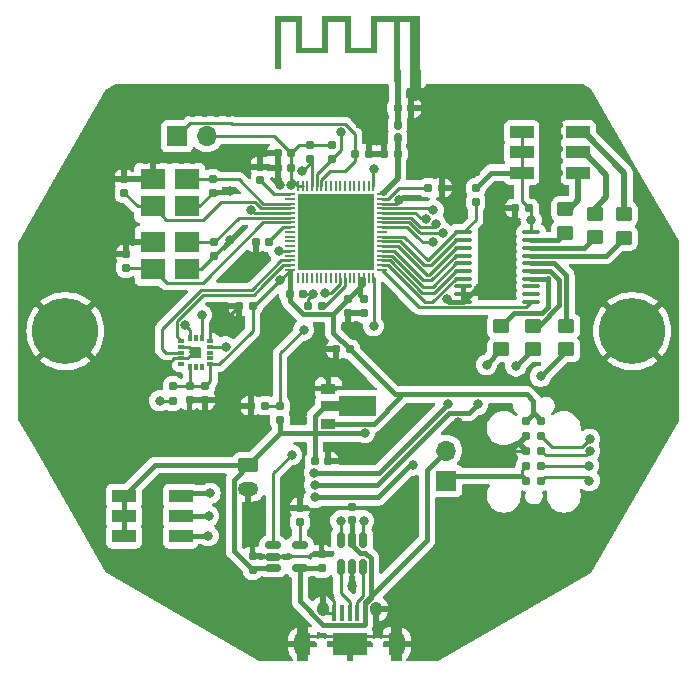
<source format=gtl>
G04 #@! TF.GenerationSoftware,KiCad,Pcbnew,7.0.5-7.0.5~ubuntu22.04.1*
G04 #@! TF.CreationDate,2023-06-05T00:28:07-04:00*
G04 #@! TF.ProjectId,reaction-trainer,72656163-7469-46f6-9e2d-747261696e65,1.0*
G04 #@! TF.SameCoordinates,Original*
G04 #@! TF.FileFunction,Copper,L1,Top*
G04 #@! TF.FilePolarity,Positive*
%FSLAX46Y46*%
G04 Gerber Fmt 4.6, Leading zero omitted, Abs format (unit mm)*
G04 Created by KiCad (PCBNEW 7.0.5-7.0.5~ubuntu22.04.1) date 2023-06-05 00:28:07*
%MOMM*%
%LPD*%
G01*
G04 APERTURE LIST*
G04 Aperture macros list*
%AMRoundRect*
0 Rectangle with rounded corners*
0 $1 Rounding radius*
0 $2 $3 $4 $5 $6 $7 $8 $9 X,Y pos of 4 corners*
0 Add a 4 corners polygon primitive as box body*
4,1,4,$2,$3,$4,$5,$6,$7,$8,$9,$2,$3,0*
0 Add four circle primitives for the rounded corners*
1,1,$1+$1,$2,$3*
1,1,$1+$1,$4,$5*
1,1,$1+$1,$6,$7*
1,1,$1+$1,$8,$9*
0 Add four rect primitives between the rounded corners*
20,1,$1+$1,$2,$3,$4,$5,0*
20,1,$1+$1,$4,$5,$6,$7,0*
20,1,$1+$1,$6,$7,$8,$9,0*
20,1,$1+$1,$8,$9,$2,$3,0*%
%AMFreePoly0*
4,1,9,3.862500,-0.866500,0.737500,-0.866500,0.737500,-0.450000,-0.737500,-0.450000,-0.737500,0.450000,0.737500,0.450000,0.737500,0.866500,3.862500,0.866500,3.862500,-0.866500,3.862500,-0.866500,$1*%
G04 Aperture macros list end*
G04 #@! TA.AperFunction,SMDPad,CuDef*
%ADD10R,2.100000X1.800000*%
G04 #@! TD*
G04 #@! TA.AperFunction,SMDPad,CuDef*
%ADD11RoundRect,0.087500X0.187500X0.087500X-0.187500X0.087500X-0.187500X-0.087500X0.187500X-0.087500X0*%
G04 #@! TD*
G04 #@! TA.AperFunction,SMDPad,CuDef*
%ADD12RoundRect,0.087500X0.087500X0.187500X-0.087500X0.187500X-0.087500X-0.187500X0.087500X-0.187500X0*%
G04 #@! TD*
G04 #@! TA.AperFunction,SMDPad,CuDef*
%ADD13RoundRect,0.155000X-0.212500X-0.155000X0.212500X-0.155000X0.212500X0.155000X-0.212500X0.155000X0*%
G04 #@! TD*
G04 #@! TA.AperFunction,SMDPad,CuDef*
%ADD14RoundRect,0.160000X0.197500X0.160000X-0.197500X0.160000X-0.197500X-0.160000X0.197500X-0.160000X0*%
G04 #@! TD*
G04 #@! TA.AperFunction,SMDPad,CuDef*
%ADD15RoundRect,0.155000X0.155000X-0.212500X0.155000X0.212500X-0.155000X0.212500X-0.155000X-0.212500X0*%
G04 #@! TD*
G04 #@! TA.AperFunction,ConnectorPad*
%ADD16C,0.787400*%
G04 #@! TD*
G04 #@! TA.AperFunction,SMDPad,CuDef*
%ADD17RoundRect,0.155000X-0.155000X0.212500X-0.155000X-0.212500X0.155000X-0.212500X0.155000X0.212500X0*%
G04 #@! TD*
G04 #@! TA.AperFunction,SMDPad,CuDef*
%ADD18RoundRect,0.250000X0.450000X-0.350000X0.450000X0.350000X-0.450000X0.350000X-0.450000X-0.350000X0*%
G04 #@! TD*
G04 #@! TA.AperFunction,SMDPad,CuDef*
%ADD19RoundRect,0.160000X-0.197500X-0.160000X0.197500X-0.160000X0.197500X0.160000X-0.197500X0.160000X0*%
G04 #@! TD*
G04 #@! TA.AperFunction,SMDPad,CuDef*
%ADD20RoundRect,0.160000X-0.160000X0.197500X-0.160000X-0.197500X0.160000X-0.197500X0.160000X0.197500X0*%
G04 #@! TD*
G04 #@! TA.AperFunction,SMDPad,CuDef*
%ADD21RoundRect,0.155000X0.212500X0.155000X-0.212500X0.155000X-0.212500X-0.155000X0.212500X-0.155000X0*%
G04 #@! TD*
G04 #@! TA.AperFunction,SMDPad,CuDef*
%ADD22RoundRect,0.100000X-0.637500X-0.100000X0.637500X-0.100000X0.637500X0.100000X-0.637500X0.100000X0*%
G04 #@! TD*
G04 #@! TA.AperFunction,SMDPad,CuDef*
%ADD23RoundRect,0.250000X-0.450000X0.350000X-0.450000X-0.350000X0.450000X-0.350000X0.450000X0.350000X0*%
G04 #@! TD*
G04 #@! TA.AperFunction,SMDPad,CuDef*
%ADD24RoundRect,0.160000X-0.160000X0.222500X-0.160000X-0.222500X0.160000X-0.222500X0.160000X0.222500X0*%
G04 #@! TD*
G04 #@! TA.AperFunction,SMDPad,CuDef*
%ADD25R,2.000000X1.100000*%
G04 #@! TD*
G04 #@! TA.AperFunction,SMDPad,CuDef*
%ADD26R,1.300000X0.900000*%
G04 #@! TD*
G04 #@! TA.AperFunction,SMDPad,CuDef*
%ADD27FreePoly0,0.000000*%
G04 #@! TD*
G04 #@! TA.AperFunction,SMDPad,CuDef*
%ADD28RoundRect,0.062500X-0.400000X-0.062500X0.400000X-0.062500X0.400000X0.062500X-0.400000X0.062500X0*%
G04 #@! TD*
G04 #@! TA.AperFunction,SMDPad,CuDef*
%ADD29RoundRect,0.062500X-0.062500X-0.400000X0.062500X-0.400000X0.062500X0.400000X-0.062500X0.400000X0*%
G04 #@! TD*
G04 #@! TA.AperFunction,ComponentPad*
%ADD30C,0.500000*%
G04 #@! TD*
G04 #@! TA.AperFunction,SMDPad,CuDef*
%ADD31R,6.400000X6.400000*%
G04 #@! TD*
G04 #@! TA.AperFunction,SMDPad,CuDef*
%ADD32RoundRect,0.160000X0.160000X-0.197500X0.160000X0.197500X-0.160000X0.197500X-0.160000X-0.197500X0*%
G04 #@! TD*
G04 #@! TA.AperFunction,SMDPad,CuDef*
%ADD33R,0.200000X0.200000*%
G04 #@! TD*
G04 #@! TA.AperFunction,ComponentPad*
%ADD34R,1.700000X1.700000*%
G04 #@! TD*
G04 #@! TA.AperFunction,ComponentPad*
%ADD35O,1.700000X1.700000*%
G04 #@! TD*
G04 #@! TA.AperFunction,ComponentPad*
%ADD36C,3.600000*%
G04 #@! TD*
G04 #@! TA.AperFunction,ConnectorPad*
%ADD37C,5.600000*%
G04 #@! TD*
G04 #@! TA.AperFunction,SMDPad,CuDef*
%ADD38RoundRect,0.150000X-0.512500X-0.150000X0.512500X-0.150000X0.512500X0.150000X-0.512500X0.150000X0*%
G04 #@! TD*
G04 #@! TA.AperFunction,SMDPad,CuDef*
%ADD39R,0.400000X1.350000*%
G04 #@! TD*
G04 #@! TA.AperFunction,ComponentPad*
%ADD40O,1.000000X1.900000*%
G04 #@! TD*
G04 #@! TA.AperFunction,SMDPad,CuDef*
%ADD41R,0.875000X1.900000*%
G04 #@! TD*
G04 #@! TA.AperFunction,ComponentPad*
%ADD42O,1.050000X1.250000*%
G04 #@! TD*
G04 #@! TA.AperFunction,SMDPad,CuDef*
%ADD43R,2.900000X1.900000*%
G04 #@! TD*
G04 #@! TA.AperFunction,SMDPad,CuDef*
%ADD44RoundRect,0.150000X0.150000X-0.512500X0.150000X0.512500X-0.150000X0.512500X-0.150000X-0.512500X0*%
G04 #@! TD*
G04 #@! TA.AperFunction,ComponentPad*
%ADD45RoundRect,0.250000X-0.625000X0.350000X-0.625000X-0.350000X0.625000X-0.350000X0.625000X0.350000X0*%
G04 #@! TD*
G04 #@! TA.AperFunction,ComponentPad*
%ADD46O,1.750000X1.200000*%
G04 #@! TD*
G04 #@! TA.AperFunction,ViaPad*
%ADD47C,0.600000*%
G04 #@! TD*
G04 #@! TA.AperFunction,ViaPad*
%ADD48C,0.800000*%
G04 #@! TD*
G04 #@! TA.AperFunction,Conductor*
%ADD49C,0.250000*%
G04 #@! TD*
G04 #@! TA.AperFunction,Conductor*
%ADD50C,0.500000*%
G04 #@! TD*
G04 #@! TA.AperFunction,Conductor*
%ADD51C,0.400000*%
G04 #@! TD*
G04 #@! TA.AperFunction,Conductor*
%ADD52C,0.900000*%
G04 #@! TD*
G04 APERTURE END LIST*
G04 #@! TA.AperFunction,EtchedComponent*
G36*
X129267493Y-67797294D02*
G01*
X128767496Y-67797294D01*
X128767496Y-63677294D01*
X129267493Y-63677294D01*
X129267493Y-67797294D01*
G37*
G04 #@! TD.AperFunction*
G04 #@! TA.AperFunction,EtchedComponent*
G36*
X131067185Y-66496907D02*
G01*
X130567185Y-66496907D01*
X130567185Y-63676907D01*
X131067185Y-63676907D01*
X131067185Y-66496907D01*
G37*
G04 #@! TD.AperFunction*
G04 #@! TA.AperFunction,EtchedComponent*
G36*
X131067503Y-63857294D02*
G01*
X128767506Y-63857294D01*
X128767506Y-63357294D01*
X131067503Y-63357294D01*
X131067503Y-63857294D01*
G37*
G04 #@! TD.AperFunction*
G04 #@! TA.AperFunction,EtchedComponent*
G36*
X133252891Y-66496975D02*
G01*
X130763691Y-66496975D01*
X130763691Y-65996979D01*
X133252891Y-65996979D01*
X133252891Y-66496975D01*
G37*
G04 #@! TD.AperFunction*
G04 #@! TA.AperFunction,EtchedComponent*
G36*
X133267185Y-66496907D02*
G01*
X132767185Y-66496907D01*
X132767185Y-63676907D01*
X133267185Y-63676907D01*
X133267185Y-66496907D01*
G37*
G04 #@! TD.AperFunction*
G04 #@! TA.AperFunction,EtchedComponent*
G36*
X135167504Y-66497297D02*
G01*
X134667500Y-66497297D01*
X134667500Y-63677297D01*
X135167504Y-63677297D01*
X135167504Y-66497297D01*
G37*
G04 #@! TD.AperFunction*
G04 #@! TA.AperFunction,EtchedComponent*
G36*
X135167507Y-63857297D02*
G01*
X132767507Y-63857297D01*
X132767507Y-63357297D01*
X135167507Y-63357297D01*
X135167507Y-63857297D01*
G37*
G04 #@! TD.AperFunction*
G04 #@! TA.AperFunction,EtchedComponent*
G36*
X137277497Y-66497294D02*
G01*
X134737497Y-66497294D01*
X134737497Y-66002494D01*
X137277497Y-66002494D01*
X137277497Y-66497294D01*
G37*
G04 #@! TD.AperFunction*
G04 #@! TA.AperFunction,EtchedComponent*
G36*
X137367891Y-66496975D02*
G01*
X136867891Y-66496975D01*
X136867891Y-63676979D01*
X137367891Y-63676979D01*
X137367891Y-66496975D01*
G37*
G04 #@! TD.AperFunction*
G04 #@! TA.AperFunction,EtchedComponent*
G36*
X139367889Y-68957495D02*
G01*
X138867890Y-68957495D01*
X138867890Y-63626178D01*
X139367889Y-63626178D01*
X139367889Y-68957495D01*
G37*
G04 #@! TD.AperFunction*
G04 #@! TA.AperFunction,EtchedComponent*
G36*
X141067184Y-68957495D02*
G01*
X140167184Y-68957495D01*
X140167184Y-63651506D01*
X141067184Y-63651506D01*
X141067184Y-68957495D01*
G37*
G04 #@! TD.AperFunction*
G04 #@! TA.AperFunction,EtchedComponent*
G36*
X141067502Y-63857294D02*
G01*
X136867503Y-63857294D01*
X136867503Y-63357294D01*
X141067502Y-63357294D01*
X141067502Y-63857294D01*
G37*
G04 #@! TD.AperFunction*
D10*
X121310400Y-82467800D03*
X118410400Y-82467800D03*
X118410400Y-84767800D03*
X121310400Y-84767800D03*
D11*
X123272000Y-92821000D03*
X123272000Y-92321000D03*
X123272000Y-91821000D03*
X123272000Y-91321000D03*
X123272000Y-90821000D03*
D12*
X122547000Y-90596000D03*
X122047000Y-90596000D03*
X121547000Y-90596000D03*
D11*
X120822000Y-90821000D03*
X120822000Y-91321000D03*
X120822000Y-91821000D03*
X120822000Y-92321000D03*
X120822000Y-92821000D03*
D12*
X121547000Y-93046000D03*
X122047000Y-93046000D03*
X122547000Y-93046000D03*
D13*
X133942200Y-91541600D03*
X135077200Y-91541600D03*
D14*
X132716200Y-87884000D03*
X131521200Y-87884000D03*
D15*
X121513600Y-95826200D03*
X121513600Y-94691200D03*
D16*
X151307800Y-102666800D03*
X151307800Y-101396800D03*
X151307800Y-100126800D03*
X151307800Y-98856800D03*
X151307800Y-97586800D03*
X150037800Y-97586800D03*
X150037800Y-98856800D03*
X150037800Y-100126800D03*
X150037800Y-101396800D03*
X150037800Y-102666800D03*
D17*
X135280400Y-104884600D03*
X135280400Y-106019600D03*
D18*
X155803600Y-82060800D03*
X155803600Y-80060800D03*
D19*
X126719400Y-96316800D03*
X127914400Y-96316800D03*
D20*
X129184400Y-96341000D03*
X129184400Y-97536000D03*
D21*
X133257100Y-101041200D03*
X132122100Y-101041200D03*
D22*
X144711500Y-81657000D03*
X144711500Y-82307000D03*
X144711500Y-82957000D03*
X144711500Y-83607000D03*
X144711500Y-84257000D03*
X144711500Y-84907000D03*
X144711500Y-85557000D03*
X144711500Y-86207000D03*
X144711500Y-86857000D03*
X144711500Y-87507000D03*
X150436500Y-87507000D03*
X150436500Y-86857000D03*
X150436500Y-86207000D03*
X150436500Y-85557000D03*
X150436500Y-84907000D03*
X150436500Y-84257000D03*
X150436500Y-83607000D03*
X150436500Y-82957000D03*
X150436500Y-82307000D03*
X150436500Y-81657000D03*
D14*
X136702800Y-74980800D03*
X135507800Y-74980800D03*
D23*
X153416000Y-89560400D03*
X153416000Y-91560400D03*
X147878800Y-89560400D03*
X147878800Y-91560400D03*
D15*
X126847600Y-110202600D03*
X126847600Y-109067600D03*
D17*
X136296400Y-87307800D03*
X136296400Y-88442800D03*
D24*
X139125258Y-72515000D03*
X139125258Y-73660000D03*
D25*
X154432000Y-76581000D03*
X154432000Y-74881000D03*
X154432000Y-73181000D03*
X149632000Y-73181000D03*
X149632000Y-74881000D03*
X149632000Y-76581000D03*
D10*
X121289400Y-77133800D03*
X118389400Y-77133800D03*
X118389400Y-79433800D03*
X121289400Y-79433800D03*
D20*
X145745200Y-77900600D03*
X145745200Y-79095600D03*
D18*
X158292800Y-82111600D03*
X158292800Y-80111600D03*
D26*
X133279600Y-94867600D03*
D27*
X133367100Y-96367600D03*
D26*
X133279600Y-97867600D03*
D28*
X129995000Y-78407500D03*
X129995000Y-78807500D03*
X129995000Y-79207500D03*
X129995000Y-79607500D03*
X129995000Y-80007500D03*
X129995000Y-80407500D03*
X129995000Y-80807500D03*
X129995000Y-81207500D03*
X129995000Y-81607500D03*
X129995000Y-82007500D03*
X129995000Y-82407500D03*
X129995000Y-82807500D03*
X129995000Y-83207500D03*
X129995000Y-83607500D03*
X129995000Y-84007500D03*
X129995000Y-84407500D03*
X129995000Y-84807500D03*
D29*
X130682500Y-85495000D03*
X131082500Y-85495000D03*
X131482500Y-85495000D03*
X131882500Y-85495000D03*
X132282500Y-85495000D03*
X132682500Y-85495000D03*
X133082500Y-85495000D03*
X133482500Y-85495000D03*
X133882500Y-85495000D03*
X134282500Y-85495000D03*
X134682500Y-85495000D03*
X135082500Y-85495000D03*
X135482500Y-85495000D03*
X135882500Y-85495000D03*
X136282500Y-85495000D03*
X136682500Y-85495000D03*
X137082500Y-85495000D03*
D28*
X137770000Y-84807500D03*
X137770000Y-84407500D03*
X137770000Y-84007500D03*
X137770000Y-83607500D03*
X137770000Y-83207500D03*
X137770000Y-82807500D03*
X137770000Y-82407500D03*
X137770000Y-82007500D03*
X137770000Y-81607500D03*
X137770000Y-81207500D03*
X137770000Y-80807500D03*
X137770000Y-80407500D03*
X137770000Y-80007500D03*
X137770000Y-79607500D03*
X137770000Y-79207500D03*
X137770000Y-78807500D03*
X137770000Y-78407500D03*
D29*
X137082500Y-77720000D03*
X136682500Y-77720000D03*
X136282500Y-77720000D03*
X135882500Y-77720000D03*
X135482500Y-77720000D03*
X135082500Y-77720000D03*
X134682500Y-77720000D03*
X134282500Y-77720000D03*
X133882500Y-77720000D03*
X133482500Y-77720000D03*
X133082500Y-77720000D03*
X132682500Y-77720000D03*
X132282500Y-77720000D03*
X131882500Y-77720000D03*
X131482500Y-77720000D03*
X131082500Y-77720000D03*
X130682500Y-77720000D03*
D30*
X130932500Y-78657500D03*
X130932500Y-80132500D03*
X130932500Y-81607500D03*
X130932500Y-83082500D03*
X130932500Y-84557500D03*
X132407500Y-78657500D03*
X132407500Y-80132500D03*
X132407500Y-81607500D03*
X132407500Y-83082500D03*
X132407500Y-84557500D03*
X133882500Y-78657500D03*
X133882500Y-80132500D03*
X133882500Y-81607500D03*
D31*
X133882500Y-81607500D03*
D30*
X133882500Y-83082500D03*
X133882500Y-84557500D03*
X135357500Y-78657500D03*
X135357500Y-80132500D03*
X135357500Y-81607500D03*
X135357500Y-83082500D03*
X135357500Y-84557500D03*
X136832500Y-78657500D03*
X136832500Y-80132500D03*
X136832500Y-81607500D03*
X136832500Y-83082500D03*
X136832500Y-84557500D03*
D15*
X123469400Y-78282800D03*
X123469400Y-77147800D03*
D17*
X115976400Y-77147800D03*
X115976400Y-78282800D03*
X116103400Y-83497800D03*
X116103400Y-84632800D03*
D18*
X153314400Y-81686400D03*
X153314400Y-79686400D03*
D32*
X133553200Y-75464600D03*
X133553200Y-74269600D03*
D21*
X142867000Y-77876400D03*
X141732000Y-77876400D03*
D15*
X122834400Y-95826200D03*
X122834400Y-94691200D03*
D17*
X127508000Y-76081000D03*
X127508000Y-77216000D03*
D21*
X139131817Y-74981398D03*
X137996817Y-74981398D03*
D33*
X139127500Y-68857500D03*
X140610300Y-68857500D03*
D23*
X150571200Y-89560400D03*
X150571200Y-91560400D03*
D34*
X143256000Y-102666800D03*
D35*
X143256000Y-100126800D03*
D15*
X123596400Y-83616800D03*
X123596400Y-82481800D03*
D20*
X130860800Y-104977000D03*
X130860800Y-106172000D03*
D32*
X120091200Y-95886200D03*
X120091200Y-94691200D03*
D15*
X132689600Y-110050200D03*
X132689600Y-108915200D03*
D36*
X111000000Y-90000000D03*
D37*
X111000000Y-90000000D03*
D13*
X139128282Y-71120000D03*
X140263282Y-71120000D03*
D38*
X128574800Y-108153200D03*
X128574800Y-109103200D03*
X128574800Y-110053200D03*
X130849800Y-110053200D03*
X130849800Y-108153200D03*
D39*
X136366800Y-113842800D03*
X135716800Y-113842800D03*
X135066800Y-113842800D03*
X134416800Y-113842800D03*
X133766800Y-113842800D03*
D40*
X130891800Y-116517800D03*
D41*
X131329300Y-116517800D03*
D42*
X132841800Y-113517800D03*
D43*
X135066800Y-116517800D03*
D42*
X137291800Y-113517800D03*
D41*
X138804300Y-116517800D03*
D40*
X139241800Y-116517800D03*
D13*
X129979800Y-86868000D03*
X131114800Y-86868000D03*
D36*
X159000000Y-90000000D03*
D37*
X159000000Y-90000000D03*
D13*
X149098000Y-79603600D03*
X150233000Y-79603600D03*
X127143700Y-82499200D03*
X128278700Y-82499200D03*
X125712600Y-87884000D03*
X126847600Y-87884000D03*
D20*
X131673600Y-74269600D03*
X131673600Y-75464600D03*
D34*
X120446800Y-73507600D03*
D35*
X122986800Y-73507600D03*
D25*
X120764000Y-107364000D03*
X120764000Y-105664000D03*
X120764000Y-103964000D03*
X115964000Y-103964000D03*
X115964000Y-105664000D03*
X115964000Y-107364000D03*
D21*
X130107500Y-76200000D03*
X128972500Y-76200000D03*
X130107500Y-74930000D03*
X128972500Y-74930000D03*
D44*
X134330400Y-109951100D03*
X135280400Y-109951100D03*
X136230400Y-109951100D03*
X136230400Y-107676100D03*
X135280400Y-107676100D03*
X134330400Y-107676100D03*
D17*
X134924800Y-87307800D03*
X134924800Y-88442800D03*
D45*
X126492000Y-101346000D03*
D46*
X126492000Y-103346000D03*
D47*
X141840000Y-71596000D03*
X123840000Y-75596000D03*
X151840000Y-74596000D03*
X143840000Y-74596000D03*
D48*
X135280400Y-111607600D03*
D47*
X141840000Y-69596000D03*
X137840000Y-69596000D03*
X152840000Y-72596000D03*
X116840000Y-72596000D03*
X128840000Y-70596000D03*
X148840000Y-69596000D03*
X118840000Y-71596000D03*
X117840000Y-75596000D03*
X150840000Y-71596000D03*
X117840000Y-74596000D03*
X116840000Y-73596000D03*
X117840000Y-71596000D03*
X141840000Y-70596000D03*
X141840000Y-72596000D03*
X144840000Y-72596000D03*
X117840000Y-70596000D03*
X152840000Y-71596000D03*
X142840000Y-71596000D03*
X143840000Y-73596000D03*
X141840000Y-73596000D03*
X146840000Y-75596000D03*
X136840000Y-71596000D03*
X151840000Y-71596000D03*
X141840000Y-76596000D03*
X127840000Y-71596000D03*
X149840000Y-69596000D03*
X121840000Y-70596000D03*
X116840000Y-75596000D03*
X141840000Y-74596000D03*
X147840000Y-69596000D03*
D48*
X139039600Y-99009200D03*
D47*
X134840000Y-71596000D03*
X147840000Y-74596000D03*
X144840000Y-69596000D03*
X140840000Y-74596000D03*
X133840000Y-70596000D03*
X142840000Y-75596000D03*
X146840000Y-72596000D03*
X118840000Y-72596000D03*
X145840000Y-73596000D03*
X143840000Y-75596000D03*
X143840000Y-70596000D03*
X118840000Y-70596000D03*
X121840000Y-69596000D03*
X131840000Y-69596000D03*
X122840000Y-70596000D03*
X129840000Y-70596000D03*
X146840000Y-70596000D03*
X121840000Y-75596000D03*
X144840000Y-76596000D03*
X125840000Y-74596000D03*
X134840000Y-70596000D03*
X117840000Y-72596000D03*
X147840000Y-73596000D03*
X145840000Y-70596000D03*
X124840000Y-74596000D03*
D48*
X124917200Y-82296000D03*
D47*
X126840000Y-71596000D03*
X137840000Y-71596000D03*
D48*
X136144000Y-100634800D03*
D47*
X132840000Y-71596000D03*
X150840000Y-70596000D03*
X126840000Y-69596000D03*
X130840000Y-70596000D03*
X152840000Y-74596000D03*
X140840000Y-76596000D03*
X134840000Y-69596000D03*
X144840000Y-70596000D03*
X130840000Y-69596000D03*
X152840000Y-73596000D03*
X136840000Y-69596000D03*
X142840000Y-74596000D03*
D48*
X146964400Y-100177600D03*
D47*
X152840000Y-70596000D03*
X152840000Y-76596000D03*
X145840000Y-69596000D03*
X144840000Y-73596000D03*
X119840000Y-69596000D03*
X144840000Y-71596000D03*
D48*
X131572000Y-92456000D03*
D47*
X116840000Y-74596000D03*
X146840000Y-73596000D03*
X119840000Y-70596000D03*
X118840000Y-75596000D03*
D48*
X139242800Y-78933000D03*
X126746000Y-79733000D03*
D47*
X126840000Y-74596000D03*
X144840000Y-75596000D03*
X135840000Y-71596000D03*
D48*
X147929600Y-82956400D03*
D47*
X132840000Y-69596000D03*
X128840000Y-69596000D03*
X125840000Y-71596000D03*
X117840000Y-69596000D03*
X143840000Y-69596000D03*
X147840000Y-72596000D03*
D48*
X143306800Y-89509600D03*
D47*
X135840000Y-70596000D03*
X142840000Y-73596000D03*
X142840000Y-70596000D03*
X123840000Y-69596000D03*
X136840000Y-73596000D03*
X137840000Y-72596000D03*
X123840000Y-70596000D03*
X151840000Y-76596000D03*
X125840000Y-70596000D03*
X142840000Y-69596000D03*
X147840000Y-70596000D03*
X120840000Y-75596000D03*
X142840000Y-76596000D03*
X127840000Y-69596000D03*
X147840000Y-75596000D03*
X147840000Y-71596000D03*
X121840000Y-71596000D03*
X145840000Y-76596000D03*
X146840000Y-71596000D03*
X135840000Y-69596000D03*
X120840000Y-71596000D03*
X143840000Y-72596000D03*
X142840000Y-72596000D03*
D48*
X123689300Y-89551700D03*
X132740400Y-111810800D03*
D47*
X131840000Y-71596000D03*
D48*
X129184400Y-77622400D03*
D47*
X141840000Y-75596000D03*
D48*
X124968000Y-78130400D03*
D47*
X151840000Y-70596000D03*
X124840000Y-70596000D03*
X145840000Y-74596000D03*
X150840000Y-69596000D03*
X118840000Y-69596000D03*
X152840000Y-75596000D03*
X123840000Y-71596000D03*
X116840000Y-71596000D03*
X124840000Y-69596000D03*
X131840000Y-70596000D03*
X152840000Y-69596000D03*
D48*
X121869200Y-91744800D03*
D47*
X119840000Y-75596000D03*
X125840000Y-69596000D03*
X146840000Y-74596000D03*
X151840000Y-72596000D03*
X149840000Y-70596000D03*
X133840000Y-71596000D03*
X133840000Y-69596000D03*
X122840000Y-75596000D03*
X132840000Y-70596000D03*
X149840000Y-71596000D03*
X136840000Y-70596000D03*
X129840000Y-71596000D03*
X146840000Y-69596000D03*
X144840000Y-74596000D03*
X124840000Y-71596000D03*
D48*
X131978400Y-86868000D03*
D47*
X143840000Y-71596000D03*
X151840000Y-73596000D03*
X120840000Y-69596000D03*
X127840000Y-70596000D03*
X120840000Y-70596000D03*
X116840000Y-70596000D03*
X148840000Y-71596000D03*
X143840000Y-76596000D03*
D48*
X125526800Y-84886800D03*
D47*
X125840000Y-75596000D03*
X151840000Y-69596000D03*
X137840000Y-73596000D03*
X140840000Y-73596000D03*
X128840000Y-71596000D03*
X140840000Y-72596000D03*
X122840000Y-69596000D03*
X129840000Y-69596000D03*
X118840000Y-74596000D03*
D48*
X144221200Y-97688400D03*
D47*
X148840000Y-70596000D03*
X127840000Y-74596000D03*
X140840000Y-75596000D03*
X124840000Y-75596000D03*
X122840000Y-71596000D03*
X130840000Y-71596000D03*
X119840000Y-71596000D03*
X145840000Y-71596000D03*
X145840000Y-75596000D03*
X151840000Y-75596000D03*
X117840000Y-73596000D03*
X126840000Y-70596000D03*
D48*
X143296700Y-87307859D03*
D47*
X136840000Y-72596000D03*
X137840000Y-70596000D03*
X135840000Y-72596000D03*
X145840000Y-72596000D03*
X118840000Y-73596000D03*
D48*
X129184400Y-85699600D03*
X130133903Y-77622400D03*
X129084231Y-83207864D03*
X150436500Y-80619600D03*
X136347200Y-98602800D03*
X132120186Y-104086122D03*
X151231600Y-93827600D03*
X140411200Y-101346000D03*
X123088400Y-107340400D03*
X149148800Y-92964000D03*
X132101977Y-103044377D03*
X123139200Y-105664000D03*
X145897600Y-96215200D03*
X123240800Y-103733600D03*
X143408400Y-96164400D03*
X146659600Y-92862400D03*
X132080000Y-102006400D03*
X137160000Y-76301600D03*
X155346400Y-102666800D03*
X142087600Y-82499200D03*
X155295600Y-101396800D03*
X142138400Y-79756000D03*
X155397200Y-100177600D03*
X143002000Y-81737200D03*
X155397200Y-99161600D03*
X121107200Y-89458800D03*
X118973600Y-95910400D03*
X131165600Y-89916000D03*
X132943600Y-86817200D03*
X136245600Y-106070400D03*
X142356285Y-80927440D03*
X141520472Y-80476916D03*
X134315200Y-106070400D03*
X137109200Y-89560400D03*
X130149600Y-100482400D03*
X131064000Y-76454000D03*
X122529600Y-88646000D03*
X134366000Y-73152000D03*
X124561600Y-91338400D03*
D49*
X139125258Y-71123024D02*
X139128282Y-71120000D01*
D50*
X139125258Y-72515000D02*
X139125258Y-71123024D01*
X139128282Y-71120000D02*
X139128282Y-68000000D01*
D49*
X133279600Y-94867600D02*
X133279600Y-94163600D01*
X146710400Y-100177600D02*
X144221200Y-97688400D01*
X124044900Y-89551700D02*
X125712600Y-87884000D01*
X123689300Y-89551700D02*
X124044900Y-89551700D01*
X138968300Y-79207500D02*
X139242800Y-78933000D01*
X121293000Y-92321000D02*
X121869200Y-91744800D01*
D51*
X144711500Y-86857000D02*
X144711500Y-86207000D01*
D49*
X148717000Y-100177600D02*
X146964400Y-100177600D01*
X127020500Y-80007500D02*
X126746000Y-79733000D01*
D51*
X143495841Y-87507000D02*
X143296700Y-87307859D01*
D49*
X121310400Y-84767800D02*
X122445400Y-84767800D01*
X123272000Y-89969000D02*
X123689300Y-89551700D01*
X150037800Y-100126800D02*
X147015200Y-100126800D01*
X131521200Y-87325200D02*
X131978400Y-86868000D01*
X124815600Y-78282800D02*
X124968000Y-78130400D01*
X129995000Y-80007500D02*
X127020500Y-80007500D01*
D51*
X144711500Y-87507000D02*
X147929600Y-84288900D01*
D49*
X123596400Y-83616800D02*
X124917200Y-82296000D01*
D51*
X144711500Y-87507000D02*
X143495841Y-87507000D01*
D49*
X128539200Y-109067600D02*
X128574800Y-109103200D01*
X133766800Y-113842800D02*
X133166800Y-113842800D01*
X135737600Y-101041200D02*
X136144000Y-100634800D01*
X130891800Y-116517800D02*
X131585600Y-115824000D01*
X123272000Y-90821000D02*
X123272000Y-89969000D01*
X122445400Y-84767800D02*
X123596400Y-83616800D01*
X120822000Y-92321000D02*
X120226200Y-92321000D01*
X133279600Y-94163600D02*
X131572000Y-92456000D01*
X138564416Y-115840416D02*
X135744184Y-115840416D01*
X131585600Y-115824000D02*
X134373000Y-115824000D01*
X131521200Y-87884000D02*
X131521200Y-87325200D01*
X136144000Y-100634800D02*
X137414000Y-100634800D01*
X135280400Y-109951100D02*
X135280400Y-111607600D01*
X150037800Y-98856800D02*
X148717000Y-100177600D01*
D51*
X144711500Y-87507000D02*
X144711500Y-86857000D01*
D49*
X121445400Y-91321000D02*
X121869200Y-91744800D01*
X137414000Y-100634800D02*
X139039600Y-99009200D01*
D51*
X147929600Y-84288900D02*
X147929600Y-82956400D01*
D49*
X147015200Y-100126800D02*
X146964400Y-100177600D01*
X120822000Y-92321000D02*
X121293000Y-92321000D01*
X122318400Y-79433800D02*
X123469400Y-78282800D01*
D52*
X140610300Y-70000000D02*
X140610300Y-68000000D01*
D49*
X120226200Y-92321000D02*
X119532400Y-93014800D01*
X137770000Y-79207500D02*
X138968300Y-79207500D01*
X133166800Y-113842800D02*
X132841800Y-113517800D01*
X126847600Y-109067600D02*
X128539200Y-109067600D01*
X120822000Y-91321000D02*
X121445400Y-91321000D01*
X135744184Y-115840416D02*
X135066800Y-116517800D01*
X131114800Y-86868000D02*
X131978400Y-86868000D01*
X133766800Y-112837200D02*
X132740400Y-111810800D01*
X128972500Y-77410500D02*
X129184400Y-77622400D01*
X133766800Y-113842800D02*
X133766800Y-112837200D01*
X134373000Y-115824000D02*
X135066800Y-116517800D01*
X128972500Y-76200000D02*
X128972500Y-77410500D01*
X121289400Y-79433800D02*
X122318400Y-79433800D01*
X123469400Y-78282800D02*
X124815600Y-78282800D01*
X133257100Y-101041200D02*
X135737600Y-101041200D01*
X139241800Y-116517800D02*
X138564416Y-115840416D01*
X146964400Y-100177600D02*
X146710400Y-100177600D01*
X128699500Y-78407500D02*
X127508000Y-77216000D01*
X129995000Y-78407500D02*
X128699500Y-78407500D01*
X130107500Y-76200000D02*
X130107500Y-77145000D01*
X121513600Y-94691200D02*
X120091200Y-94691200D01*
X121547000Y-93046000D02*
X121547000Y-94657800D01*
X126873000Y-89981595D02*
X126873000Y-87909400D01*
X124033595Y-92821000D02*
X126873000Y-89981595D01*
D51*
X150602100Y-97022500D02*
X150037800Y-97586800D01*
X150743500Y-97022500D02*
X150602100Y-97022500D01*
X134924800Y-87307800D02*
X136207500Y-86025100D01*
X139375700Y-95371500D02*
X138907100Y-95371500D01*
X129979800Y-86868000D02*
X129979800Y-84882500D01*
X133678600Y-88554000D02*
X134924800Y-87307800D01*
D49*
X133553200Y-74269600D02*
X131673600Y-74269600D01*
X130107500Y-77145000D02*
X130682500Y-77720000D01*
X122834400Y-94691200D02*
X121513600Y-94691200D01*
D51*
X129979800Y-87421349D02*
X131112451Y-88554000D01*
X138907100Y-95371500D02*
X135077200Y-91541600D01*
X137105876Y-97852800D02*
X133294400Y-97852800D01*
X129979800Y-86868000D02*
X129979800Y-87421349D01*
X135957500Y-86968900D02*
X135957500Y-85570000D01*
D49*
X128685100Y-73507600D02*
X130107500Y-74930000D01*
X130133903Y-77622400D02*
X130133903Y-76226403D01*
X126847600Y-87884000D02*
X127000000Y-87884000D01*
D51*
X136207500Y-86025100D02*
X136207500Y-85570000D01*
X129979800Y-84882500D02*
X129995000Y-84882500D01*
X139375700Y-95371500D02*
X139375700Y-95582976D01*
D49*
X123272000Y-92821000D02*
X124033595Y-92821000D01*
D51*
X133678600Y-90143000D02*
X133678600Y-88554000D01*
D49*
X131673600Y-74269600D02*
X130767900Y-74269600D01*
X129995000Y-83207500D02*
X129084595Y-83207500D01*
D51*
X135077200Y-91541600D02*
X133678600Y-90143000D01*
D49*
X130133903Y-76226403D02*
X130107500Y-76200000D01*
D51*
X139375700Y-95582976D02*
X137105876Y-97852800D01*
D49*
X122986800Y-73507600D02*
X128685100Y-73507600D01*
X129995000Y-84807500D02*
X129995000Y-84889000D01*
X123272000Y-92821000D02*
X123272000Y-94253600D01*
D51*
X150602100Y-95925244D02*
X150602100Y-97022500D01*
X139375700Y-95371500D02*
X150048356Y-95371500D01*
X136296400Y-87307800D02*
X135957500Y-86968900D01*
D49*
X127000000Y-87884000D02*
X129184400Y-85699600D01*
X126873000Y-87909400D02*
X126847600Y-87884000D01*
D51*
X151307800Y-97586800D02*
X150743500Y-97022500D01*
D49*
X131082500Y-77720000D02*
X130682500Y-77720000D01*
X129995000Y-84889000D02*
X129184400Y-85699600D01*
X130767900Y-74269600D02*
X130107500Y-74930000D01*
X121547000Y-94657800D02*
X121513600Y-94691200D01*
X129084595Y-83207500D02*
X129084231Y-83207864D01*
X130107500Y-76200000D02*
X130107500Y-74930000D01*
D51*
X133294400Y-97852800D02*
X133279600Y-97867600D01*
D49*
X123272000Y-94253600D02*
X122834400Y-94691200D01*
D51*
X131112451Y-88554000D02*
X133678600Y-88554000D01*
X150048356Y-95371500D02*
X150602100Y-95925244D01*
D49*
X141732000Y-77876400D02*
X139240897Y-77876400D01*
X139240897Y-77876400D02*
X138309797Y-78807500D01*
X138309797Y-78807500D02*
X137770000Y-78807500D01*
D50*
X139131817Y-74981398D02*
X139131817Y-73663535D01*
D49*
X139125258Y-73663024D02*
X139128282Y-73660000D01*
X139131817Y-73663535D02*
X139127500Y-73659218D01*
X139128282Y-73660000D02*
X139127500Y-73659218D01*
D50*
X139125258Y-73661460D02*
X139127500Y-73659218D01*
D49*
X139245079Y-77084928D02*
X137911309Y-78402626D01*
D50*
X139131817Y-74981398D02*
X139131817Y-77045683D01*
D49*
X138975148Y-77037599D02*
X137641378Y-78355297D01*
X139131817Y-77045683D02*
X137770000Y-78407500D01*
X129455203Y-81207500D02*
X128278700Y-82384003D01*
X129995000Y-81207500D02*
X129455203Y-81207500D01*
X128278700Y-82384003D02*
X128278700Y-82499200D01*
X123582400Y-82467800D02*
X123596400Y-82481800D01*
X125670700Y-80407500D02*
X123596400Y-82481800D01*
X129995000Y-80407500D02*
X125670700Y-80407500D01*
X121310400Y-82467800D02*
X123582400Y-82467800D01*
X116103400Y-84632800D02*
X118275400Y-84632800D01*
X127770700Y-80807500D02*
X122635400Y-85942800D01*
X129995000Y-80807500D02*
X127770700Y-80807500D01*
X122635400Y-85942800D02*
X119585400Y-85942800D01*
X118275400Y-84632800D02*
X118410400Y-84767800D01*
X119585400Y-85942800D02*
X118410400Y-84767800D01*
X123469400Y-77147800D02*
X121303400Y-77147800D01*
X121303400Y-77147800D02*
X121289400Y-77133800D01*
X127740781Y-79207500D02*
X125681081Y-77147800D01*
X129995000Y-79207500D02*
X127740781Y-79207500D01*
X125681081Y-77147800D02*
X123469400Y-77147800D01*
X127025595Y-79058000D02*
X124192800Y-79058000D01*
X117127400Y-79433800D02*
X115976400Y-78282800D01*
X119564400Y-80608800D02*
X118389400Y-79433800D01*
X127575095Y-79607500D02*
X127025595Y-79058000D01*
X129995000Y-79607500D02*
X127575095Y-79607500D01*
X122642000Y-80608800D02*
X119564400Y-80608800D01*
X124192800Y-79058000D02*
X122642000Y-80608800D01*
X118389400Y-79433800D02*
X117127400Y-79433800D01*
D51*
X129170400Y-98667600D02*
X126492000Y-101346000D01*
D49*
X149632000Y-76581000D02*
X149632000Y-74881000D01*
D51*
X145745200Y-77900600D02*
X147064800Y-76581000D01*
D49*
X149632000Y-74881000D02*
X149632000Y-73181000D01*
X150436500Y-81657000D02*
X150436500Y-80619600D01*
D51*
X132122100Y-101041200D02*
X132122100Y-98710100D01*
X132122100Y-98710100D02*
X132122100Y-97225100D01*
D49*
X149632000Y-79002600D02*
X149632000Y-76581000D01*
D51*
X118582000Y-101346000D02*
X126492000Y-101346000D01*
X126847600Y-110202600D02*
X125267000Y-108622000D01*
X115964000Y-105664000D02*
X115964000Y-103964000D01*
X132122100Y-97225100D02*
X132979600Y-96367600D01*
X136282400Y-98667600D02*
X136347200Y-98602800D01*
X129184400Y-98653600D02*
X129170400Y-98667600D01*
D49*
X150233000Y-79603600D02*
X149632000Y-79002600D01*
D51*
X132979600Y-96367600D02*
X133367100Y-96367600D01*
D49*
X150436500Y-79807100D02*
X150233000Y-79603600D01*
D51*
X128574800Y-110053200D02*
X126997000Y-110053200D01*
X115964000Y-107364000D02*
X115964000Y-105664000D01*
X125267000Y-102571000D02*
X126492000Y-101346000D01*
X129184400Y-97536000D02*
X129184400Y-98653600D01*
D49*
X150436500Y-80619600D02*
X150436500Y-79807100D01*
D51*
X132079600Y-98667600D02*
X136282400Y-98667600D01*
X132079600Y-98667600D02*
X129170400Y-98667600D01*
X115964000Y-103964000D02*
X118582000Y-101346000D01*
X126997000Y-110053200D02*
X126847600Y-110202600D01*
X132122100Y-98710100D02*
X132079600Y-98667600D01*
X147064800Y-76581000D02*
X149632000Y-76581000D01*
X125267000Y-108622000D02*
X125267000Y-102571000D01*
X136366800Y-113842800D02*
X136366800Y-113105363D01*
X135280400Y-106019600D02*
X135280400Y-107676100D01*
X136366800Y-112939552D02*
X141630400Y-107675952D01*
X136880400Y-112591763D02*
X136880400Y-109231493D01*
X136266800Y-114867800D02*
X132851000Y-114867800D01*
X135280400Y-108095707D02*
X135280400Y-107676100D01*
X130849800Y-110053200D02*
X132686600Y-110053200D01*
X136366800Y-113105363D02*
X136880400Y-112591763D01*
X132686600Y-110053200D02*
X132689600Y-110050200D01*
X136366800Y-114767800D02*
X136266800Y-114867800D01*
X141630400Y-107675952D02*
X141630400Y-101752400D01*
X135947493Y-108762800D02*
X135280400Y-108095707D01*
X136366800Y-113842800D02*
X136366800Y-112939552D01*
X132851000Y-114867800D02*
X130849800Y-112866600D01*
D49*
X135280400Y-108153200D02*
X135280400Y-107676100D01*
D51*
X130849800Y-112866600D02*
X130849800Y-110053200D01*
X136366800Y-113842800D02*
X136366800Y-114767800D01*
X136411707Y-108762800D02*
X135947493Y-108762800D01*
X141630400Y-101752400D02*
X143256000Y-100126800D01*
X136880400Y-109231493D02*
X136411707Y-108762800D01*
D50*
X153688800Y-79686400D02*
X154432000Y-78943200D01*
X154432000Y-76581000D02*
X154432000Y-78943200D01*
D49*
X153314400Y-79686400D02*
X153688800Y-79686400D01*
D50*
X156768800Y-78689200D02*
X156768800Y-76767800D01*
X155803600Y-80060800D02*
X155803600Y-79654400D01*
X154882000Y-74881000D02*
X154432000Y-74881000D01*
X156768800Y-76767800D02*
X154882000Y-74881000D01*
X155803600Y-79654400D02*
X156768800Y-78689200D01*
X154882000Y-73181000D02*
X158292800Y-76591800D01*
D49*
X154432000Y-73181000D02*
X154882000Y-73181000D01*
D50*
X158292800Y-76591800D02*
X158292800Y-80111600D01*
D51*
X153416000Y-91725608D02*
X151212408Y-93929200D01*
D49*
X153416000Y-91560400D02*
X153416000Y-91725608D01*
D51*
X137452200Y-104086122D02*
X132120186Y-104086122D01*
X120787600Y-107340400D02*
X120764000Y-107364000D01*
X151212408Y-93846792D02*
X151231600Y-93827600D01*
X140192322Y-101346000D02*
X137452200Y-104086122D01*
X151212408Y-93929200D02*
X151212408Y-93846792D01*
X140411200Y-101346000D02*
X140192322Y-101346000D01*
X123088400Y-107340400D02*
X120787600Y-107340400D01*
X145897600Y-96215200D02*
X145198400Y-96914400D01*
X123139200Y-105664000D02*
X120764000Y-105664000D01*
X150571200Y-91560400D02*
X149167600Y-92964000D01*
X137392023Y-103044377D02*
X132101977Y-103044377D01*
X145198400Y-96914400D02*
X143522000Y-96914400D01*
X143522000Y-96914400D02*
X137392023Y-103044377D01*
X149167600Y-92964000D02*
X149148800Y-92964000D01*
X123240800Y-103733600D02*
X120994400Y-103733600D01*
X146576800Y-92862400D02*
X146659600Y-92862400D01*
X137566400Y-102006400D02*
X132080000Y-102006400D01*
X143408400Y-96164400D02*
X137566400Y-102006400D01*
X120994400Y-103733600D02*
X120764000Y-103964000D01*
X147878800Y-91560400D02*
X146576800Y-92862400D01*
D49*
X155346400Y-102666800D02*
X155053950Y-102374350D01*
X137082500Y-77720000D02*
X137082500Y-76379100D01*
X137082500Y-76379100D02*
X137160000Y-76301600D01*
X151600250Y-102374350D02*
X151307800Y-102666800D01*
X155053950Y-102374350D02*
X151600250Y-102374350D01*
X155295600Y-101396800D02*
X151307800Y-101396800D01*
X141261028Y-82499200D02*
X142087600Y-82499200D01*
X137770000Y-81207500D02*
X139969328Y-81207500D01*
X140766800Y-82004972D02*
X141261028Y-82499200D01*
X139969328Y-81207500D02*
X140766800Y-82004972D01*
X141989900Y-79607500D02*
X142138400Y-79756000D01*
X155054301Y-100520499D02*
X151701499Y-100520499D01*
X151701499Y-100520499D02*
X151307800Y-100126800D01*
X137770000Y-79607500D02*
X141989900Y-79607500D01*
X155397200Y-100177600D02*
X155054301Y-100520499D01*
X141071600Y-81737200D02*
X143002000Y-81737200D01*
X155397200Y-99161600D02*
X154774550Y-99784250D01*
X140912314Y-81584800D02*
X140919200Y-81584800D01*
X140135014Y-80807500D02*
X140912314Y-81584800D01*
X154774550Y-99784250D02*
X152235250Y-99784250D01*
X152235250Y-99784250D02*
X151307800Y-98856800D01*
X137770000Y-80807500D02*
X140135014Y-80807500D01*
X140919200Y-81584800D02*
X141071600Y-81737200D01*
D51*
X143649699Y-102273101D02*
X143256000Y-102666800D01*
X149644101Y-102273101D02*
X143649699Y-102273101D01*
D49*
X149644101Y-101790499D02*
X149644101Y-102273101D01*
X150037800Y-101396800D02*
X149644101Y-101790499D01*
D51*
X150037800Y-102666800D02*
X149644101Y-102273101D01*
D49*
X121571800Y-72382600D02*
X120446800Y-73507600D01*
X135507800Y-73328600D02*
X135507800Y-74980800D01*
X132682500Y-77180203D02*
X133408703Y-76454000D01*
X133408703Y-76454000D02*
X134670800Y-76454000D01*
X124989800Y-72382600D02*
X121571800Y-72382600D01*
X125084200Y-72477000D02*
X134656200Y-72477000D01*
X132682500Y-77720000D02*
X132682500Y-77180203D01*
X135507800Y-75617000D02*
X135507800Y-74980800D01*
X125084200Y-72477000D02*
X124989800Y-72382600D01*
X134656200Y-72477000D02*
X135507800Y-73328600D01*
X134670800Y-76454000D02*
X135507800Y-75617000D01*
X136230400Y-112404200D02*
X135716800Y-112917800D01*
X135716800Y-112917800D02*
X135716800Y-113842800D01*
X136230400Y-109951100D02*
X136230400Y-112404200D01*
X134330400Y-112181400D02*
X135066800Y-112917800D01*
X135066800Y-112917800D02*
X135066800Y-113842800D01*
X134330400Y-109951100D02*
X134330400Y-112181400D01*
X134682500Y-85495000D02*
X134682500Y-86200483D01*
X134682500Y-86200483D02*
X132998983Y-87884000D01*
X132998983Y-87884000D02*
X132716200Y-87884000D01*
X130849800Y-106183000D02*
X130860800Y-106172000D01*
X130849800Y-108153200D02*
X130849800Y-106183000D01*
D51*
X150436500Y-82307000D02*
X152693800Y-82307000D01*
X152693800Y-82307000D02*
X153314400Y-81686400D01*
X158292800Y-82111600D02*
X156797400Y-83607000D01*
X156797400Y-83607000D02*
X150436500Y-83607000D01*
X155803600Y-82060800D02*
X154907400Y-82957000D01*
X154907400Y-82957000D02*
X150436500Y-82957000D01*
X153416000Y-85293200D02*
X153416000Y-89560400D01*
X150436500Y-84257000D02*
X152379800Y-84257000D01*
X152379800Y-84257000D02*
X153416000Y-85293200D01*
X152064600Y-84907000D02*
X152806400Y-85648800D01*
D49*
X151079200Y-89560400D02*
X150571200Y-89560400D01*
D51*
X150436500Y-84907000D02*
X152064600Y-84907000D01*
X152806400Y-85648800D02*
X152806400Y-87833200D01*
X152806400Y-87833200D02*
X151079200Y-89560400D01*
X150436500Y-85557000D02*
X151882200Y-85557000D01*
D49*
X151882200Y-85557000D02*
X151892000Y-85547200D01*
D51*
X151892000Y-85547200D02*
X151892000Y-87923400D01*
X148982200Y-88457000D02*
X147878800Y-89560400D01*
X151892000Y-87923400D02*
X151358400Y-88457000D01*
X151358400Y-88457000D02*
X148982200Y-88457000D01*
D49*
X144711500Y-81657000D02*
X144093670Y-81657000D01*
X139716300Y-82007500D02*
X137770000Y-82007500D01*
X145745200Y-80623300D02*
X144711500Y-81657000D01*
X141732000Y-84018670D02*
X141732000Y-84023200D01*
X144093670Y-81657000D02*
X141732000Y-84018670D01*
X141732000Y-84023200D02*
X139716300Y-82007500D01*
X145745200Y-79095600D02*
X145745200Y-80623300D01*
X121547000Y-90596000D02*
X121547000Y-89898600D01*
X118973600Y-95910400D02*
X120067000Y-95910400D01*
X120067000Y-95910400D02*
X120091200Y-95886200D01*
X121547000Y-89898600D02*
X121107200Y-89458800D01*
X149961500Y-87982000D02*
X150436500Y-87507000D01*
X140944500Y-87982000D02*
X149961500Y-87982000D01*
X137770000Y-84807500D02*
X140944500Y-87982000D01*
X144711500Y-85557000D02*
X144093670Y-85557000D01*
X141484297Y-87582000D02*
X138309797Y-84407500D01*
X138309797Y-84407500D02*
X137770000Y-84407500D01*
X142068670Y-87582000D02*
X141484297Y-87582000D01*
X144093670Y-85557000D02*
X142068670Y-87582000D01*
X142198400Y-86766400D02*
X141234383Y-86766400D01*
X144711500Y-84907000D02*
X144057800Y-84907000D01*
X144057800Y-84907000D02*
X142198400Y-86766400D01*
X138475483Y-84007500D02*
X137770000Y-84007500D01*
X141234383Y-86766400D02*
X138475483Y-84007500D01*
X144093670Y-84257000D02*
X142092270Y-86258400D01*
X144711500Y-84257000D02*
X144093670Y-84257000D01*
X138641168Y-83607500D02*
X137770000Y-83607500D01*
X141292069Y-86258400D02*
X138641168Y-83607500D01*
X142092270Y-86258400D02*
X141292069Y-86258400D01*
X141298955Y-85699600D02*
X138806854Y-83207500D01*
X144093670Y-83607000D02*
X142001070Y-85699600D01*
X142001070Y-85699600D02*
X141298955Y-85699600D01*
X144711500Y-83607000D02*
X144093670Y-83607000D01*
X138806854Y-83207500D02*
X137770000Y-83207500D01*
X144711500Y-82957000D02*
X144093670Y-82957000D01*
X141808270Y-85242400D02*
X141630400Y-85242400D01*
X141630400Y-85242400D02*
X139195500Y-82807500D01*
X144093670Y-82957000D02*
X141808270Y-85242400D01*
X139195500Y-82807500D02*
X137770000Y-82807500D01*
X139361186Y-82407500D02*
X137770000Y-82407500D01*
X141384464Y-84430778D02*
X139361186Y-82407500D01*
X141969892Y-84430778D02*
X141384464Y-84430778D01*
X144711500Y-82307000D02*
X144093670Y-82307000D01*
X144093670Y-82307000D02*
X141969892Y-84430778D01*
X129184400Y-91897200D02*
X131165600Y-89916000D01*
X134282500Y-86034797D02*
X133500097Y-86817200D01*
X133500097Y-86817200D02*
X132943600Y-86817200D01*
X129184400Y-96341000D02*
X129184400Y-91897200D01*
X127914400Y-96316800D02*
X129160200Y-96316800D01*
X134282500Y-85495000D02*
X134282500Y-86034797D01*
X129160200Y-96316800D02*
X129184400Y-96341000D01*
X140300700Y-80407500D02*
X140970000Y-81076800D01*
X137770000Y-80407500D02*
X140300700Y-80407500D01*
X142131809Y-81151916D02*
X142356285Y-80927440D01*
X136230400Y-107676100D02*
X136230400Y-106085600D01*
X141045116Y-81151916D02*
X142131809Y-81151916D01*
X140970000Y-81076800D02*
X141045116Y-81151916D01*
X136230400Y-106085600D02*
X136245600Y-106070400D01*
X140611900Y-80007500D02*
X141071600Y-80467200D01*
X134330400Y-107676100D02*
X134330400Y-106085600D01*
X141071600Y-80467200D02*
X141510756Y-80467200D01*
X137770000Y-80007500D02*
X140611900Y-80007500D01*
X141510756Y-80467200D02*
X141520472Y-80476916D01*
X134330400Y-106085600D02*
X134315200Y-106070400D01*
X128574800Y-102057200D02*
X130149600Y-100482400D01*
X137109200Y-89560400D02*
X137109200Y-85521700D01*
X128574800Y-108153200D02*
X128574800Y-102057200D01*
X137109200Y-85521700D02*
X137082500Y-85495000D01*
X119500114Y-91821000D02*
X119183200Y-91504086D01*
X129289518Y-84007500D02*
X129995000Y-84007500D01*
X119183200Y-91504086D02*
X119183200Y-89862520D01*
X120822000Y-91821000D02*
X119500114Y-91821000D01*
X119183200Y-89862520D02*
X122526920Y-86518800D01*
X126778218Y-86518800D02*
X129289518Y-84007500D01*
X122526920Y-86518800D02*
X126778218Y-86518800D01*
X127762000Y-86100703D02*
X127762000Y-86106000D01*
X127762000Y-86106000D02*
X126949200Y-86918800D01*
X126949200Y-86918800D02*
X122692605Y-86918800D01*
X129455203Y-84407500D02*
X127762000Y-86100703D01*
X120432200Y-89179205D02*
X120432200Y-90431200D01*
X122692605Y-86918800D02*
X120432200Y-89179205D01*
X129995000Y-84407500D02*
X129455203Y-84407500D01*
X120432200Y-90431200D02*
X120822000Y-90821000D01*
X131882500Y-75673500D02*
X131673600Y-75464600D01*
X131882500Y-77720000D02*
X131882500Y-75673500D01*
X131673600Y-75464600D02*
X131673600Y-75844400D01*
X131673600Y-75844400D02*
X131064000Y-76454000D01*
X122529600Y-90578600D02*
X122547000Y-90596000D01*
X122529600Y-88646000D02*
X122529600Y-90578600D01*
X124561600Y-91338400D02*
X123289400Y-91338400D01*
X132282500Y-77720000D02*
X132282500Y-76735300D01*
X134366000Y-74651800D02*
X134366000Y-73152000D01*
X133553200Y-75464600D02*
X134366000Y-74651800D01*
X132282500Y-76735300D02*
X133553200Y-75464600D01*
X123289400Y-91338400D02*
X123272000Y-91321000D01*
G04 #@! TA.AperFunction,Conductor*
G36*
X138320821Y-69107685D02*
G01*
X138366576Y-69160489D01*
X138377782Y-69212000D01*
X138377782Y-69596000D01*
X116840000Y-69596000D01*
X116840000Y-76180375D01*
X116839400Y-76185955D01*
X116839400Y-76417627D01*
X116819715Y-76484666D01*
X116766911Y-76530421D01*
X116697753Y-76540365D01*
X116634197Y-76511340D01*
X116627719Y-76505308D01*
X116536050Y-76413639D01*
X116536042Y-76413633D01*
X116393597Y-76329392D01*
X116393594Y-76329390D01*
X116234680Y-76283221D01*
X116234681Y-76283221D01*
X116226399Y-76282569D01*
X116226400Y-76897800D01*
X116804955Y-76897800D01*
X116825404Y-76886634D01*
X116840000Y-76885064D01*
X116840000Y-77383800D01*
X116820845Y-77383800D01*
X116800396Y-77394966D01*
X116774038Y-77397800D01*
X115166400Y-77397800D01*
X115166400Y-77426457D01*
X115169321Y-77463577D01*
X115169322Y-77463583D01*
X115215491Y-77622494D01*
X115215493Y-77622499D01*
X115232755Y-77651689D01*
X115249936Y-77719413D01*
X115232755Y-77777927D01*
X115215031Y-77807896D01*
X115215028Y-77807904D01*
X115168824Y-77966937D01*
X115168823Y-77966943D01*
X115165900Y-78004089D01*
X115165900Y-78561490D01*
X115165901Y-78561515D01*
X115168823Y-78598654D01*
X115168823Y-78598657D01*
X115168824Y-78598658D01*
X115184201Y-78651585D01*
X115215030Y-78757700D01*
X115299334Y-78900250D01*
X115299341Y-78900259D01*
X115416440Y-79017358D01*
X115416444Y-79017361D01*
X115416446Y-79017363D01*
X115559000Y-79101670D01*
X115568445Y-79104414D01*
X115718037Y-79147875D01*
X115718040Y-79147875D01*
X115718042Y-79147876D01*
X115755197Y-79150800D01*
X115908446Y-79150799D01*
X115975486Y-79170483D01*
X115996128Y-79187118D01*
X116626597Y-79817588D01*
X116636422Y-79829851D01*
X116636643Y-79829669D01*
X116641611Y-79835674D01*
X116691332Y-79882366D01*
X116692732Y-79883723D01*
X116712923Y-79903915D01*
X116712927Y-79903918D01*
X116712929Y-79903920D01*
X116718411Y-79908173D01*
X116722843Y-79911957D01*
X116756818Y-79943862D01*
X116774372Y-79953512D01*
X116790558Y-79964136D01*
X116790824Y-79964342D01*
X116831775Y-80020953D01*
X116838900Y-80062380D01*
X116838900Y-80381669D01*
X116838901Y-80381676D01*
X116845308Y-80441283D01*
X116895602Y-80576128D01*
X116895606Y-80576135D01*
X116981852Y-80691344D01*
X116981855Y-80691347D01*
X117097064Y-80777593D01*
X117097071Y-80777597D01*
X117228292Y-80826539D01*
X117231917Y-80827891D01*
X117242755Y-80829056D01*
X117307304Y-80855791D01*
X117347154Y-80913182D01*
X117349650Y-80983008D01*
X117313999Y-81043097D01*
X117258020Y-81073021D01*
X117253024Y-81074201D01*
X117118313Y-81124445D01*
X117118306Y-81124449D01*
X117003212Y-81210609D01*
X117003209Y-81210612D01*
X116917049Y-81325706D01*
X116917045Y-81325713D01*
X116866803Y-81460420D01*
X116866801Y-81460427D01*
X116860400Y-81519955D01*
X116860400Y-82217800D01*
X118536400Y-82217800D01*
X118603439Y-82237485D01*
X118649194Y-82290289D01*
X118660400Y-82341800D01*
X118660400Y-82593800D01*
X118640715Y-82660839D01*
X118587911Y-82706594D01*
X118536400Y-82717800D01*
X116860400Y-82717800D01*
X116825677Y-82752523D01*
X116764353Y-82786007D01*
X116694662Y-82781022D01*
X116669963Y-82767261D01*
X116669760Y-82767606D01*
X116520597Y-82679392D01*
X116520594Y-82679390D01*
X116361680Y-82633221D01*
X116361681Y-82633221D01*
X116353399Y-82632569D01*
X116353400Y-83623800D01*
X116333715Y-83690839D01*
X116280911Y-83736594D01*
X116229400Y-83747800D01*
X115293400Y-83747800D01*
X115293400Y-83776457D01*
X115296321Y-83813577D01*
X115296322Y-83813583D01*
X115342491Y-83972494D01*
X115342493Y-83972499D01*
X115359755Y-84001689D01*
X115376936Y-84069413D01*
X115359755Y-84127927D01*
X115342031Y-84157896D01*
X115342028Y-84157904D01*
X115295824Y-84316937D01*
X115295823Y-84316943D01*
X115292900Y-84354089D01*
X115292900Y-84911490D01*
X115292901Y-84911515D01*
X115295823Y-84948654D01*
X115342030Y-85107700D01*
X115426334Y-85250250D01*
X115426341Y-85250259D01*
X115543440Y-85367358D01*
X115543444Y-85367361D01*
X115543446Y-85367363D01*
X115686000Y-85451670D01*
X115727941Y-85463855D01*
X115845037Y-85497875D01*
X115845040Y-85497875D01*
X115845042Y-85497876D01*
X115882197Y-85500800D01*
X116324602Y-85500799D01*
X116361758Y-85497876D01*
X116520800Y-85451670D01*
X116663354Y-85367363D01*
X116663353Y-85367363D01*
X116670069Y-85363392D01*
X116671344Y-85365549D01*
X116724933Y-85344507D01*
X116793451Y-85358185D01*
X116843697Y-85406735D01*
X116859901Y-85468021D01*
X116859900Y-85715670D01*
X116859901Y-85715676D01*
X116866308Y-85775283D01*
X116916602Y-85910128D01*
X116916606Y-85910135D01*
X117002852Y-86025344D01*
X117002855Y-86025347D01*
X117118064Y-86111593D01*
X117118071Y-86111597D01*
X117252917Y-86161891D01*
X117252916Y-86161891D01*
X117259844Y-86162635D01*
X117312527Y-86168300D01*
X118874946Y-86168299D01*
X118941985Y-86187984D01*
X118962627Y-86204618D01*
X119084597Y-86326588D01*
X119094422Y-86338851D01*
X119094643Y-86338669D01*
X119099611Y-86344674D01*
X119099613Y-86344676D01*
X119099614Y-86344677D01*
X119125495Y-86368981D01*
X119149332Y-86391366D01*
X119150732Y-86392723D01*
X119170923Y-86412915D01*
X119170927Y-86412918D01*
X119170929Y-86412920D01*
X119176411Y-86417173D01*
X119180843Y-86420957D01*
X119214818Y-86452862D01*
X119232376Y-86462514D01*
X119248633Y-86473193D01*
X119264464Y-86485473D01*
X119284137Y-86493986D01*
X119307233Y-86503982D01*
X119312477Y-86506550D01*
X119353308Y-86528997D01*
X119365001Y-86531999D01*
X119372705Y-86533977D01*
X119391119Y-86540281D01*
X119409504Y-86548238D01*
X119455557Y-86555532D01*
X119461226Y-86556706D01*
X119506381Y-86568300D01*
X119526416Y-86568300D01*
X119545813Y-86569826D01*
X119565596Y-86572960D01*
X119611983Y-86568575D01*
X119617822Y-86568300D01*
X121293467Y-86568300D01*
X121360506Y-86587985D01*
X121406261Y-86640789D01*
X121416205Y-86709947D01*
X121387180Y-86773503D01*
X121381148Y-86779981D01*
X118799408Y-89361719D01*
X118787151Y-89371540D01*
X118787334Y-89371761D01*
X118781322Y-89376734D01*
X118734632Y-89426452D01*
X118733279Y-89427849D01*
X118713089Y-89448039D01*
X118713077Y-89448052D01*
X118708821Y-89453537D01*
X118705037Y-89457967D01*
X118673137Y-89491938D01*
X118673136Y-89491940D01*
X118663484Y-89509496D01*
X118652810Y-89525746D01*
X118640529Y-89541581D01*
X118640524Y-89541588D01*
X118622015Y-89584358D01*
X118619445Y-89589604D01*
X118597003Y-89630426D01*
X118592022Y-89649827D01*
X118585721Y-89668230D01*
X118577762Y-89686622D01*
X118577761Y-89686625D01*
X118570471Y-89732647D01*
X118569287Y-89738366D01*
X118557701Y-89783492D01*
X118557700Y-89783502D01*
X118557700Y-89803536D01*
X118556173Y-89822933D01*
X118553040Y-89842716D01*
X118557031Y-89884935D01*
X118557425Y-89889103D01*
X118557700Y-89894941D01*
X118557700Y-91421341D01*
X118555975Y-91436958D01*
X118556261Y-91436985D01*
X118555526Y-91444752D01*
X118557669Y-91512932D01*
X118557700Y-91514879D01*
X118557700Y-91543429D01*
X118557701Y-91543446D01*
X118558568Y-91550317D01*
X118559026Y-91556136D01*
X118560490Y-91602710D01*
X118560491Y-91602713D01*
X118566080Y-91621953D01*
X118570024Y-91640997D01*
X118572536Y-91660878D01*
X118586030Y-91694960D01*
X118589690Y-91704205D01*
X118591582Y-91709733D01*
X118594944Y-91721305D01*
X118604582Y-91754476D01*
X118613891Y-91770218D01*
X118614780Y-91771720D01*
X118623336Y-91789186D01*
X118627571Y-91799881D01*
X118630714Y-91807818D01*
X118658098Y-91845509D01*
X118661306Y-91850393D01*
X118685027Y-91890502D01*
X118685033Y-91890510D01*
X118699190Y-91904666D01*
X118711827Y-91919461D01*
X118723606Y-91935673D01*
X118753515Y-91960416D01*
X118759508Y-91965374D01*
X118763819Y-91969296D01*
X118895766Y-92101242D01*
X118999308Y-92204784D01*
X119009131Y-92217045D01*
X119009353Y-92216863D01*
X119014325Y-92222873D01*
X119014328Y-92222877D01*
X119038734Y-92245796D01*
X119064048Y-92269568D01*
X119065447Y-92270924D01*
X119085637Y-92291115D01*
X119085641Y-92291118D01*
X119085643Y-92291120D01*
X119091125Y-92295373D01*
X119095557Y-92299157D01*
X119129532Y-92331062D01*
X119147090Y-92340714D01*
X119163349Y-92351395D01*
X119179178Y-92363673D01*
X119221952Y-92382182D01*
X119227170Y-92384738D01*
X119268022Y-92407197D01*
X119287430Y-92412180D01*
X119305831Y-92418480D01*
X119324218Y-92426437D01*
X119367602Y-92433308D01*
X119370233Y-92433725D01*
X119375953Y-92434909D01*
X119421095Y-92446500D01*
X119441130Y-92446500D01*
X119460528Y-92448026D01*
X119480308Y-92451159D01*
X119480309Y-92451160D01*
X119480309Y-92451159D01*
X119480310Y-92451160D01*
X119526697Y-92446775D01*
X119532536Y-92446500D01*
X119937815Y-92446500D01*
X120004854Y-92466185D01*
X120050609Y-92518989D01*
X120060754Y-92586685D01*
X120046501Y-92694949D01*
X120046500Y-92694966D01*
X120046500Y-92947047D01*
X120049056Y-92966456D01*
X120061275Y-93059267D01*
X120061635Y-93061997D01*
X120061636Y-93062002D01*
X120120882Y-93205036D01*
X120120883Y-93205037D01*
X120215133Y-93327867D01*
X120337963Y-93422117D01*
X120337962Y-93422117D01*
X120402075Y-93448673D01*
X120481001Y-93481365D01*
X120590786Y-93495818D01*
X120593787Y-93496214D01*
X120595960Y-93496500D01*
X120797500Y-93496500D01*
X120864539Y-93516185D01*
X120910294Y-93568989D01*
X120921500Y-93620500D01*
X120921500Y-93930550D01*
X120901815Y-93997589D01*
X120849011Y-94043344D01*
X120779853Y-94053288D01*
X120716297Y-94024263D01*
X120709819Y-94018231D01*
X120661534Y-93969946D01*
X120661529Y-93969942D01*
X120524270Y-93886967D01*
X120524266Y-93886965D01*
X120371133Y-93839248D01*
X120371135Y-93839248D01*
X120344512Y-93836828D01*
X120304581Y-93833200D01*
X120304578Y-93833200D01*
X119877811Y-93833200D01*
X119811273Y-93839246D01*
X119811266Y-93839248D01*
X119658133Y-93886965D01*
X119658129Y-93886967D01*
X119520870Y-93969942D01*
X119520865Y-93969946D01*
X119407446Y-94083365D01*
X119407442Y-94083370D01*
X119324467Y-94220629D01*
X119324465Y-94220633D01*
X119276748Y-94373765D01*
X119270700Y-94440321D01*
X119270700Y-94899806D01*
X119251015Y-94966845D01*
X119198211Y-95012600D01*
X119129053Y-95022544D01*
X119120919Y-95021096D01*
X119068246Y-95009900D01*
X118878954Y-95009900D01*
X118850561Y-95015935D01*
X118693797Y-95049255D01*
X118693792Y-95049257D01*
X118520870Y-95126248D01*
X118520865Y-95126251D01*
X118367729Y-95237511D01*
X118241066Y-95378185D01*
X118146421Y-95542115D01*
X118146418Y-95542122D01*
X118095056Y-95700200D01*
X118087926Y-95722144D01*
X118068140Y-95910400D01*
X118087926Y-96098656D01*
X118087927Y-96098659D01*
X118146418Y-96278677D01*
X118146421Y-96278684D01*
X118241067Y-96442616D01*
X118347090Y-96560366D01*
X118367729Y-96583288D01*
X118520865Y-96694548D01*
X118520870Y-96694551D01*
X118693792Y-96771542D01*
X118693797Y-96771544D01*
X118878954Y-96810900D01*
X118878955Y-96810900D01*
X119068244Y-96810900D01*
X119068246Y-96810900D01*
X119253403Y-96771544D01*
X119426330Y-96694551D01*
X119468108Y-96664197D01*
X119533909Y-96640718D01*
X119601964Y-96656542D01*
X119605114Y-96658383D01*
X119658131Y-96690433D01*
X119658134Y-96690434D01*
X119658133Y-96690434D01*
X119712300Y-96707312D01*
X119811267Y-96738152D01*
X119877819Y-96744200D01*
X120304580Y-96744199D01*
X120304588Y-96744199D01*
X120371126Y-96738153D01*
X120371127Y-96738152D01*
X120371133Y-96738152D01*
X120514897Y-96693353D01*
X120524266Y-96690434D01*
X120524266Y-96690433D01*
X120524269Y-96690433D01*
X120647701Y-96615816D01*
X120661529Y-96607457D01*
X120661529Y-96607456D01*
X120661535Y-96607453D01*
X120743610Y-96525377D01*
X120804929Y-96491895D01*
X120874621Y-96496879D01*
X120918969Y-96525380D01*
X120953949Y-96560360D01*
X120953957Y-96560366D01*
X121096402Y-96644607D01*
X121096405Y-96644609D01*
X121255317Y-96690777D01*
X121255324Y-96690779D01*
X121263598Y-96691429D01*
X121263600Y-96691428D01*
X121263600Y-96076200D01*
X121763599Y-96076200D01*
X121763599Y-96691429D01*
X121771878Y-96690778D01*
X121771879Y-96690778D01*
X121930794Y-96644609D01*
X121930797Y-96644607D01*
X122073240Y-96560368D01*
X122073248Y-96560361D01*
X122086319Y-96547291D01*
X122147642Y-96513806D01*
X122217334Y-96518790D01*
X122261681Y-96547291D01*
X122274751Y-96560361D01*
X122274759Y-96560368D01*
X122417202Y-96644607D01*
X122417205Y-96644609D01*
X122576117Y-96690777D01*
X122576124Y-96690779D01*
X122584398Y-96691429D01*
X122584400Y-96691428D01*
X122584400Y-96076200D01*
X123084400Y-96076200D01*
X123084400Y-96691428D01*
X123084401Y-96691429D01*
X123092675Y-96690779D01*
X123092682Y-96690777D01*
X123251594Y-96644609D01*
X123251597Y-96644607D01*
X123383163Y-96566800D01*
X125865231Y-96566800D01*
X125867943Y-96596644D01*
X125915624Y-96749659D01*
X125915626Y-96749663D01*
X125998539Y-96886819D01*
X125998542Y-96886823D01*
X126111876Y-97000157D01*
X126111880Y-97000160D01*
X126249036Y-97083073D01*
X126249040Y-97083075D01*
X126402057Y-97130756D01*
X126402056Y-97130756D01*
X126468563Y-97136800D01*
X126469400Y-97136800D01*
X126469400Y-96566800D01*
X125865231Y-96566800D01*
X123383163Y-96566800D01*
X123394042Y-96560366D01*
X123394050Y-96560360D01*
X123511060Y-96443350D01*
X123511066Y-96443342D01*
X123595307Y-96300897D01*
X123595308Y-96300894D01*
X123641477Y-96141983D01*
X123641478Y-96141977D01*
X123644399Y-96104857D01*
X123644400Y-96104842D01*
X123644400Y-96076200D01*
X123084400Y-96076200D01*
X122584400Y-96076200D01*
X121763599Y-96076200D01*
X121263600Y-96076200D01*
X121263600Y-96066800D01*
X125865231Y-96066800D01*
X126469400Y-96066800D01*
X126469400Y-95496800D01*
X126468563Y-95496800D01*
X126402056Y-95502843D01*
X126249040Y-95550524D01*
X126249036Y-95550526D01*
X126111880Y-95633439D01*
X126111876Y-95633442D01*
X125998542Y-95746776D01*
X125998539Y-95746780D01*
X125915626Y-95883936D01*
X125915624Y-95883940D01*
X125867943Y-96036955D01*
X125865231Y-96066800D01*
X121263600Y-96066800D01*
X121263600Y-95700200D01*
X121283285Y-95633161D01*
X121336089Y-95587406D01*
X121387600Y-95576200D01*
X123644400Y-95576200D01*
X123644400Y-95547557D01*
X123644399Y-95547542D01*
X123641478Y-95510422D01*
X123641477Y-95510416D01*
X123595308Y-95351505D01*
X123595306Y-95351500D01*
X123578045Y-95322313D01*
X123560861Y-95254589D01*
X123578045Y-95196070D01*
X123595770Y-95166100D01*
X123641150Y-95009900D01*
X123641975Y-95007062D01*
X123641976Y-95007056D01*
X123642484Y-95000599D01*
X123644900Y-94969903D01*
X123644899Y-94819338D01*
X123664583Y-94752299D01*
X123678498Y-94734464D01*
X123720636Y-94689591D01*
X123721844Y-94688345D01*
X123742120Y-94668071D01*
X123746379Y-94662578D01*
X123750152Y-94658161D01*
X123782062Y-94624182D01*
X123791715Y-94606620D01*
X123802389Y-94590370D01*
X123814673Y-94574536D01*
X123833180Y-94531767D01*
X123835749Y-94526524D01*
X123837953Y-94522513D01*
X123858197Y-94485692D01*
X123863177Y-94466291D01*
X123869478Y-94447888D01*
X123877438Y-94429496D01*
X123884730Y-94383449D01*
X123885911Y-94377752D01*
X123897500Y-94332619D01*
X123897499Y-94312586D01*
X123899027Y-94293183D01*
X123902159Y-94273408D01*
X123902160Y-94273406D01*
X123897775Y-94227015D01*
X123897500Y-94221177D01*
X123897500Y-93571249D01*
X123917185Y-93504210D01*
X123969989Y-93458455D01*
X124017606Y-93447310D01*
X124030442Y-93446907D01*
X124042445Y-93446531D01*
X124044390Y-93446500D01*
X124072942Y-93446500D01*
X124072945Y-93446500D01*
X124079823Y-93445630D01*
X124085636Y-93445172D01*
X124132222Y-93443709D01*
X124151464Y-93438117D01*
X124170507Y-93434174D01*
X124190387Y-93431664D01*
X124233717Y-93414507D01*
X124239241Y-93412617D01*
X124242991Y-93411527D01*
X124283985Y-93399618D01*
X124301224Y-93389422D01*
X124318698Y-93380862D01*
X124337322Y-93373488D01*
X124337322Y-93373487D01*
X124337327Y-93373486D01*
X124375044Y-93346082D01*
X124379900Y-93342892D01*
X124420015Y-93319170D01*
X124434184Y-93304999D01*
X124448974Y-93292368D01*
X124465182Y-93280594D01*
X124494894Y-93244676D01*
X124498807Y-93240376D01*
X127256788Y-90482396D01*
X127269042Y-90472581D01*
X127268859Y-90472359D01*
X127274868Y-90467386D01*
X127274877Y-90467381D01*
X127321607Y-90417617D01*
X127322846Y-90416338D01*
X127343120Y-90396066D01*
X127347379Y-90390573D01*
X127351152Y-90386156D01*
X127383062Y-90352177D01*
X127392715Y-90334615D01*
X127403389Y-90318365D01*
X127415673Y-90302531D01*
X127434180Y-90259762D01*
X127436749Y-90254519D01*
X127450375Y-90229734D01*
X127459197Y-90213687D01*
X127464177Y-90194286D01*
X127470478Y-90175883D01*
X127478438Y-90157491D01*
X127485730Y-90111444D01*
X127486911Y-90105747D01*
X127487294Y-90104256D01*
X127498500Y-90060614D01*
X127498500Y-90040578D01*
X127500027Y-90021177D01*
X127503160Y-90001399D01*
X127498775Y-89955010D01*
X127498500Y-89949172D01*
X127498500Y-88578979D01*
X127518185Y-88511940D01*
X127534820Y-88491297D01*
X127582158Y-88443959D01*
X127582163Y-88443954D01*
X127666470Y-88301400D01*
X127702960Y-88175800D01*
X127712675Y-88142362D01*
X127712676Y-88142356D01*
X127713334Y-88134000D01*
X127715600Y-88105203D01*
X127715599Y-88104385D01*
X127715636Y-88104260D01*
X127715695Y-88102774D01*
X127715790Y-88102777D01*
X127715791Y-88102775D01*
X127715861Y-88102780D01*
X127716068Y-88102788D01*
X127735263Y-88037343D01*
X127751913Y-88016675D01*
X128900120Y-86868468D01*
X128961442Y-86834985D01*
X129031134Y-86839969D01*
X129087067Y-86881841D01*
X129111484Y-86947305D01*
X129111800Y-86956150D01*
X129111800Y-87089189D01*
X129111801Y-87089215D01*
X129114723Y-87126354D01*
X129114723Y-87126357D01*
X129114724Y-87126358D01*
X129150752Y-87250368D01*
X129160930Y-87285400D01*
X129245234Y-87427950D01*
X129245241Y-87427959D01*
X129246818Y-87429536D01*
X129247658Y-87431075D01*
X129250020Y-87434120D01*
X129249529Y-87434500D01*
X129280303Y-87490859D01*
X129281106Y-87494867D01*
X129286621Y-87524960D01*
X129287184Y-87528662D01*
X129294659Y-87590219D01*
X129294660Y-87590223D01*
X129298251Y-87599692D01*
X129304274Y-87621295D01*
X129306104Y-87631279D01*
X129331559Y-87687839D01*
X129332989Y-87691290D01*
X129354982Y-87749279D01*
X129354983Y-87749280D01*
X129360736Y-87757615D01*
X129371761Y-87777162D01*
X129375920Y-87786404D01*
X129375924Y-87786409D01*
X129414171Y-87835227D01*
X129416391Y-87838245D01*
X129451612Y-87889273D01*
X129451616Y-87889277D01*
X129451617Y-87889278D01*
X129498050Y-87930413D01*
X129500741Y-87932947D01*
X130600849Y-89033055D01*
X130603401Y-89035767D01*
X130607470Y-89040360D01*
X130637192Y-89103592D01*
X130628009Y-89172856D01*
X130587542Y-89222904D01*
X130559728Y-89243112D01*
X130433066Y-89383785D01*
X130338421Y-89547715D01*
X130338418Y-89547722D01*
X130279927Y-89727740D01*
X130279926Y-89727744D01*
X130262967Y-89889103D01*
X130262279Y-89895649D01*
X130235694Y-89960263D01*
X130226639Y-89970368D01*
X128800608Y-91396399D01*
X128788351Y-91406220D01*
X128788534Y-91406441D01*
X128782522Y-91411414D01*
X128735832Y-91461132D01*
X128734479Y-91462529D01*
X128714289Y-91482719D01*
X128714277Y-91482732D01*
X128710021Y-91488217D01*
X128706237Y-91492647D01*
X128674337Y-91526618D01*
X128674336Y-91526620D01*
X128664684Y-91544176D01*
X128654010Y-91560426D01*
X128641729Y-91576261D01*
X128641724Y-91576268D01*
X128623215Y-91619038D01*
X128620645Y-91624284D01*
X128598203Y-91665106D01*
X128593222Y-91684507D01*
X128586921Y-91702910D01*
X128578962Y-91721302D01*
X128578961Y-91721305D01*
X128571671Y-91767327D01*
X128570487Y-91773046D01*
X128558901Y-91818172D01*
X128558900Y-91818182D01*
X128558900Y-91838216D01*
X128557373Y-91857615D01*
X128554240Y-91877394D01*
X128554240Y-91877395D01*
X128558625Y-91923783D01*
X128558900Y-91929621D01*
X128558900Y-95436559D01*
X128539215Y-95503598D01*
X128486411Y-95549353D01*
X128417253Y-95559297D01*
X128392216Y-95552020D01*
X128392130Y-95552298D01*
X128231833Y-95502348D01*
X128231835Y-95502348D01*
X128205212Y-95499928D01*
X128165281Y-95496300D01*
X128165278Y-95496300D01*
X127663511Y-95496300D01*
X127596973Y-95502346D01*
X127596966Y-95502348D01*
X127443837Y-95550064D01*
X127443831Y-95550067D01*
X127380564Y-95588312D01*
X127313009Y-95606147D01*
X127252267Y-95588311D01*
X127189763Y-95550526D01*
X127189759Y-95550524D01*
X127036742Y-95502843D01*
X127036743Y-95502843D01*
X126970237Y-95496800D01*
X126969400Y-95496800D01*
X126969400Y-97136800D01*
X126970237Y-97136800D01*
X127036738Y-97130757D01*
X127189762Y-97083073D01*
X127252265Y-97045289D01*
X127319820Y-97027452D01*
X127380565Y-97045288D01*
X127443829Y-97083532D01*
X127443833Y-97083534D01*
X127498000Y-97100412D01*
X127596967Y-97131252D01*
X127663519Y-97137300D01*
X128165280Y-97137299D01*
X128165287Y-97137299D01*
X128230920Y-97131335D01*
X128299466Y-97144872D01*
X128349812Y-97193318D01*
X128365973Y-97261293D01*
X128365633Y-97266046D01*
X128363900Y-97285119D01*
X128363900Y-97786888D01*
X128369946Y-97853426D01*
X128369948Y-97853433D01*
X128417665Y-98006566D01*
X128417667Y-98006569D01*
X128466017Y-98086550D01*
X128483900Y-98150699D01*
X128483900Y-98312080D01*
X128464215Y-98379119D01*
X128447581Y-98399761D01*
X126638160Y-100209181D01*
X126576837Y-100242666D01*
X126550479Y-100245500D01*
X125816998Y-100245500D01*
X125816980Y-100245501D01*
X125714203Y-100256000D01*
X125714200Y-100256001D01*
X125547668Y-100311185D01*
X125547663Y-100311187D01*
X125398342Y-100403289D01*
X125274289Y-100527342D01*
X125237741Y-100586597D01*
X125185793Y-100633321D01*
X125132202Y-100645500D01*
X118605037Y-100645500D01*
X118601293Y-100645387D01*
X118539397Y-100641643D01*
X118539390Y-100641643D01*
X118478402Y-100652819D01*
X118474701Y-100653382D01*
X118413125Y-100660860D01*
X118403642Y-100664456D01*
X118382038Y-100670478D01*
X118381071Y-100670656D01*
X118372065Y-100672306D01*
X118315522Y-100697754D01*
X118312063Y-100699187D01*
X118288495Y-100708126D01*
X118254070Y-100721182D01*
X118254068Y-100721183D01*
X118254066Y-100721184D01*
X118254061Y-100721186D01*
X118245722Y-100726942D01*
X118226190Y-100737959D01*
X118216946Y-100742120D01*
X118216944Y-100742121D01*
X118216943Y-100742122D01*
X118187244Y-100765388D01*
X118168124Y-100780368D01*
X118165109Y-100782586D01*
X118114068Y-100817818D01*
X118072942Y-100864240D01*
X118070375Y-100866966D01*
X116060160Y-102877181D01*
X115998837Y-102910666D01*
X115972479Y-102913500D01*
X114916129Y-102913500D01*
X114916123Y-102913501D01*
X114856516Y-102919908D01*
X114721671Y-102970202D01*
X114721664Y-102970206D01*
X114606455Y-103056452D01*
X114606452Y-103056455D01*
X114520206Y-103171664D01*
X114520202Y-103171671D01*
X114469908Y-103306517D01*
X114463501Y-103366116D01*
X114463500Y-103366135D01*
X114463500Y-104561870D01*
X114463501Y-104561876D01*
X114469908Y-104621483D01*
X114523303Y-104764641D01*
X114521575Y-104765285D01*
X114534095Y-104822853D01*
X114522310Y-104862988D01*
X114523303Y-104863359D01*
X114469908Y-105006517D01*
X114463501Y-105066116D01*
X114463501Y-105066123D01*
X114463500Y-105066135D01*
X114463500Y-106261870D01*
X114463501Y-106261876D01*
X114469908Y-106321483D01*
X114523303Y-106464641D01*
X114521575Y-106465285D01*
X114534095Y-106522853D01*
X114522310Y-106562988D01*
X114523303Y-106563359D01*
X114469908Y-106706517D01*
X114467409Y-106729767D01*
X114463501Y-106766123D01*
X114463500Y-106766135D01*
X114463500Y-107961870D01*
X114463501Y-107961876D01*
X114469908Y-108021483D01*
X114520202Y-108156328D01*
X114520206Y-108156335D01*
X114606452Y-108271544D01*
X114606455Y-108271547D01*
X114721664Y-108357793D01*
X114721671Y-108357797D01*
X114856517Y-108408091D01*
X114856516Y-108408091D01*
X114863444Y-108408835D01*
X114916127Y-108414500D01*
X117011872Y-108414499D01*
X117071483Y-108408091D01*
X117206331Y-108357796D01*
X117321546Y-108271546D01*
X117407796Y-108156331D01*
X117458091Y-108021483D01*
X117464500Y-107961873D01*
X117464500Y-107961870D01*
X119263500Y-107961870D01*
X119263501Y-107961876D01*
X119269908Y-108021483D01*
X119320202Y-108156328D01*
X119320206Y-108156335D01*
X119406452Y-108271544D01*
X119406455Y-108271547D01*
X119521664Y-108357793D01*
X119521671Y-108357797D01*
X119656517Y-108408091D01*
X119656516Y-108408091D01*
X119663444Y-108408835D01*
X119716127Y-108414500D01*
X121811872Y-108414499D01*
X121871483Y-108408091D01*
X122006331Y-108357796D01*
X122121546Y-108271546D01*
X122207796Y-108156331D01*
X122219649Y-108124551D01*
X122220762Y-108121568D01*
X122262632Y-108065634D01*
X122328096Y-108041216D01*
X122336944Y-108040900D01*
X122480244Y-108040900D01*
X122547283Y-108060585D01*
X122553129Y-108064582D01*
X122635665Y-108124548D01*
X122635670Y-108124551D01*
X122808592Y-108201542D01*
X122808597Y-108201544D01*
X122993754Y-108240900D01*
X122993755Y-108240900D01*
X123183044Y-108240900D01*
X123183046Y-108240900D01*
X123368203Y-108201544D01*
X123541130Y-108124551D01*
X123694271Y-108013288D01*
X123820933Y-107872616D01*
X123915579Y-107708684D01*
X123974074Y-107528656D01*
X123993860Y-107340400D01*
X123974074Y-107152144D01*
X123915579Y-106972116D01*
X123820933Y-106808184D01*
X123694271Y-106667512D01*
X123688754Y-106663504D01*
X123630214Y-106620972D01*
X123587548Y-106565642D01*
X123581569Y-106496029D01*
X123614174Y-106434234D01*
X123630214Y-106420336D01*
X123673025Y-106389232D01*
X123745071Y-106336888D01*
X123871733Y-106196216D01*
X123966379Y-106032284D01*
X124024874Y-105852256D01*
X124044660Y-105664000D01*
X124024874Y-105475744D01*
X123966379Y-105295716D01*
X123871733Y-105131784D01*
X123745071Y-104991112D01*
X123738891Y-104986622D01*
X123591934Y-104879851D01*
X123591932Y-104879850D01*
X123484087Y-104831833D01*
X123430851Y-104786582D01*
X123410530Y-104719733D01*
X123429576Y-104652509D01*
X123481943Y-104606254D01*
X123508738Y-104597265D01*
X123520603Y-104594744D01*
X123520607Y-104594742D01*
X123520608Y-104594742D01*
X123594425Y-104561876D01*
X123693530Y-104517751D01*
X123846671Y-104406488D01*
X123973333Y-104265816D01*
X124067979Y-104101884D01*
X124126474Y-103921856D01*
X124146260Y-103733600D01*
X124126474Y-103545344D01*
X124067979Y-103365316D01*
X123973333Y-103201384D01*
X123846671Y-103060712D01*
X123840812Y-103056455D01*
X123693534Y-102949451D01*
X123693529Y-102949448D01*
X123520607Y-102872457D01*
X123520602Y-102872455D01*
X123374801Y-102841465D01*
X123335446Y-102833100D01*
X123146154Y-102833100D01*
X123113697Y-102839998D01*
X122960997Y-102872455D01*
X122960992Y-102872457D01*
X122788070Y-102949448D01*
X122788065Y-102949451D01*
X122705529Y-103009418D01*
X122639723Y-103032898D01*
X122632644Y-103033100D01*
X122131621Y-103033100D01*
X122064582Y-103013415D01*
X122057310Y-103008367D01*
X122006330Y-102970203D01*
X122006328Y-102970202D01*
X121871482Y-102919908D01*
X121871483Y-102919908D01*
X121811883Y-102913501D01*
X121811881Y-102913500D01*
X121811873Y-102913500D01*
X121811864Y-102913500D01*
X119716129Y-102913500D01*
X119716123Y-102913501D01*
X119656516Y-102919908D01*
X119521671Y-102970202D01*
X119521664Y-102970206D01*
X119406455Y-103056452D01*
X119406452Y-103056455D01*
X119320206Y-103171664D01*
X119320202Y-103171671D01*
X119269908Y-103306517D01*
X119263501Y-103366116D01*
X119263500Y-103366135D01*
X119263500Y-104561870D01*
X119263501Y-104561876D01*
X119269908Y-104621483D01*
X119323303Y-104764641D01*
X119321575Y-104765285D01*
X119334095Y-104822853D01*
X119322310Y-104862988D01*
X119323303Y-104863359D01*
X119269908Y-105006517D01*
X119263501Y-105066116D01*
X119263501Y-105066123D01*
X119263500Y-105066135D01*
X119263500Y-106261870D01*
X119263501Y-106261876D01*
X119269908Y-106321483D01*
X119323303Y-106464641D01*
X119321575Y-106465285D01*
X119334095Y-106522853D01*
X119322310Y-106562988D01*
X119323303Y-106563359D01*
X119269908Y-106706517D01*
X119267409Y-106729767D01*
X119263501Y-106766123D01*
X119263500Y-106766135D01*
X119263500Y-107961870D01*
X117464500Y-107961870D01*
X117464499Y-106766128D01*
X117458091Y-106706517D01*
X117443543Y-106667511D01*
X117404697Y-106563359D01*
X117406425Y-106562714D01*
X117393904Y-106505153D01*
X117405691Y-106465011D01*
X117404696Y-106464640D01*
X117407794Y-106456333D01*
X117407796Y-106456331D01*
X117458091Y-106321483D01*
X117464500Y-106261873D01*
X117464499Y-105066128D01*
X117458091Y-105006517D01*
X117407796Y-104871669D01*
X117407794Y-104871666D01*
X117404696Y-104863360D01*
X117406426Y-104862714D01*
X117393902Y-104805163D01*
X117405691Y-104765011D01*
X117404696Y-104764640D01*
X117407794Y-104756333D01*
X117407796Y-104756331D01*
X117458091Y-104621483D01*
X117464500Y-104561873D01*
X117464499Y-103505517D01*
X117484183Y-103438479D01*
X117500813Y-103417842D01*
X118835837Y-102082819D01*
X118897161Y-102049334D01*
X118923519Y-102046500D01*
X124541602Y-102046500D01*
X124608641Y-102066185D01*
X124654396Y-102118989D01*
X124664340Y-102188147D01*
X124645461Y-102236326D01*
X124645666Y-102236434D01*
X124644694Y-102238284D01*
X124643656Y-102240933D01*
X124642182Y-102243070D01*
X124642180Y-102243074D01*
X124642179Y-102243077D01*
X124620189Y-102301055D01*
X124618757Y-102304513D01*
X124593305Y-102361068D01*
X124591477Y-102371042D01*
X124585453Y-102392653D01*
X124581860Y-102402127D01*
X124581859Y-102402128D01*
X124574384Y-102463685D01*
X124573821Y-102467386D01*
X124562642Y-102528390D01*
X124562642Y-102528395D01*
X124566387Y-102590302D01*
X124566500Y-102594047D01*
X124566500Y-108598951D01*
X124566387Y-108602696D01*
X124562642Y-108664603D01*
X124562642Y-108664605D01*
X124573821Y-108725612D01*
X124574384Y-108729313D01*
X124581859Y-108790870D01*
X124581860Y-108790874D01*
X124585451Y-108800343D01*
X124591474Y-108821946D01*
X124593304Y-108831930D01*
X124618759Y-108888490D01*
X124620189Y-108891941D01*
X124642182Y-108949930D01*
X124642781Y-108950798D01*
X124647936Y-108958266D01*
X124658961Y-108977813D01*
X124663120Y-108987055D01*
X124663124Y-108987060D01*
X124701371Y-109035878D01*
X124703591Y-109038896D01*
X124738812Y-109089924D01*
X124738816Y-109089928D01*
X124738817Y-109089929D01*
X124785250Y-109131064D01*
X124787941Y-109133598D01*
X125412404Y-109758061D01*
X126000781Y-110346438D01*
X126034266Y-110407761D01*
X126037100Y-110434117D01*
X126037100Y-110481290D01*
X126037101Y-110481316D01*
X126040023Y-110518454D01*
X126040023Y-110518457D01*
X126040024Y-110518458D01*
X126055349Y-110571206D01*
X126086230Y-110677500D01*
X126170534Y-110820050D01*
X126170541Y-110820059D01*
X126287640Y-110937158D01*
X126287644Y-110937161D01*
X126287646Y-110937163D01*
X126430200Y-111021470D01*
X126472141Y-111033655D01*
X126589237Y-111067675D01*
X126589240Y-111067675D01*
X126589242Y-111067676D01*
X126626397Y-111070600D01*
X127068802Y-111070599D01*
X127105958Y-111067676D01*
X127265000Y-111021470D01*
X127407554Y-110937163D01*
X127524663Y-110820054D01*
X127527900Y-110814579D01*
X127578969Y-110766896D01*
X127634633Y-110753700D01*
X127681331Y-110753700D01*
X127744451Y-110770967D01*
X127801902Y-110804944D01*
X127821477Y-110810631D01*
X127959726Y-110850797D01*
X127959729Y-110850797D01*
X127959731Y-110850798D01*
X127996606Y-110853700D01*
X127996614Y-110853700D01*
X129152986Y-110853700D01*
X129152994Y-110853700D01*
X129189869Y-110850798D01*
X129189871Y-110850797D01*
X129189873Y-110850797D01*
X129231491Y-110838705D01*
X129347698Y-110804944D01*
X129489165Y-110721281D01*
X129605381Y-110605065D01*
X129605567Y-110604749D01*
X129605777Y-110604553D01*
X129610161Y-110598902D01*
X129611072Y-110599609D01*
X129656636Y-110557066D01*
X129725377Y-110544562D01*
X129789967Y-110571206D01*
X129814155Y-110599121D01*
X129814439Y-110598902D01*
X129818479Y-110604111D01*
X129819032Y-110604748D01*
X129819219Y-110605065D01*
X129819221Y-110605067D01*
X129819223Y-110605070D01*
X129935429Y-110721276D01*
X129935433Y-110721279D01*
X129935435Y-110721281D01*
X130042774Y-110784761D01*
X130083617Y-110808915D01*
X130082601Y-110810631D01*
X130128244Y-110848598D01*
X130149275Y-110915227D01*
X130149300Y-110917725D01*
X130149300Y-112843551D01*
X130149187Y-112847296D01*
X130145442Y-112909203D01*
X130145442Y-112909205D01*
X130156621Y-112970212D01*
X130157184Y-112973913D01*
X130164659Y-113035470D01*
X130164660Y-113035474D01*
X130168251Y-113044943D01*
X130174274Y-113066546D01*
X130176104Y-113076530D01*
X130201559Y-113133090D01*
X130202989Y-113136541D01*
X130224982Y-113194530D01*
X130224983Y-113194531D01*
X130230736Y-113202866D01*
X130241761Y-113222413D01*
X130245920Y-113231655D01*
X130245922Y-113231657D01*
X130276458Y-113270634D01*
X130284171Y-113280478D01*
X130286391Y-113283496D01*
X130321612Y-113334524D01*
X130321616Y-113334528D01*
X130321617Y-113334529D01*
X130368050Y-113375664D01*
X130370741Y-113378198D01*
X131159843Y-114167300D01*
X131848662Y-114856119D01*
X131882147Y-114917442D01*
X131877163Y-114987134D01*
X131835291Y-115043067D01*
X131769827Y-115067484D01*
X131760981Y-115067800D01*
X131579300Y-115067800D01*
X131579300Y-116267800D01*
X132142300Y-116267800D01*
X132209339Y-116287485D01*
X132255094Y-116340289D01*
X132266300Y-116391800D01*
X132266300Y-116643800D01*
X132246615Y-116710839D01*
X132193811Y-116756594D01*
X132142300Y-116767800D01*
X131579300Y-116767800D01*
X131579300Y-117843300D01*
X131559615Y-117910339D01*
X131506811Y-117956094D01*
X131455300Y-117967300D01*
X130765800Y-117967300D01*
X130698761Y-117947615D01*
X130653006Y-117894811D01*
X130641800Y-117843300D01*
X130641800Y-117033910D01*
X130666257Y-117073410D01*
X130755762Y-117141001D01*
X130863640Y-117171695D01*
X130975321Y-117161346D01*
X131075722Y-117111352D01*
X131151284Y-117028466D01*
X131191800Y-116923880D01*
X131191800Y-116139998D01*
X131176388Y-116057550D01*
X131117343Y-115962190D01*
X131027838Y-115894599D01*
X130919960Y-115863905D01*
X130808279Y-115874254D01*
X130707878Y-115924248D01*
X130641800Y-115996730D01*
X130641800Y-115094433D01*
X130639853Y-115094731D01*
X130639847Y-115094733D01*
X130449142Y-115165362D01*
X130449135Y-115165365D01*
X130276532Y-115272949D01*
X130129131Y-115413064D01*
X130129130Y-115413066D01*
X130012943Y-115579995D01*
X129932740Y-115766892D01*
X129891800Y-115966109D01*
X129891800Y-116267800D01*
X130591800Y-116267800D01*
X130591800Y-116767800D01*
X129891800Y-116767800D01*
X129891800Y-117018513D01*
X129907218Y-117170138D01*
X129968099Y-117364181D01*
X129968104Y-117364191D01*
X130066805Y-117542015D01*
X130066805Y-117542016D01*
X130199278Y-117696330D01*
X130199279Y-117696331D01*
X130262470Y-117745244D01*
X130303434Y-117801845D01*
X130307295Y-117871608D01*
X130272825Y-117932383D01*
X130210970Y-117964875D01*
X130186569Y-117967300D01*
X127483327Y-117967300D01*
X127421382Y-117950719D01*
X114529196Y-110516258D01*
X114483734Y-110470805D01*
X114479576Y-110463598D01*
X108149101Y-99490773D01*
X107017093Y-97528626D01*
X107000500Y-97466660D01*
X107000500Y-90000002D01*
X107695153Y-90000002D01*
X107714526Y-90357314D01*
X107714527Y-90357331D01*
X107772415Y-90710431D01*
X107772421Y-90710457D01*
X107868147Y-91055232D01*
X107868149Y-91055239D01*
X108000597Y-91387659D01*
X108000606Y-91387677D01*
X108168218Y-91703827D01*
X108369033Y-92000007D01*
X108496441Y-92150003D01*
X108496442Y-92150004D01*
X109702266Y-90944180D01*
X109865130Y-91134870D01*
X110055818Y-91297732D01*
X108847255Y-92506295D01*
X108847256Y-92506296D01*
X108860485Y-92518828D01*
X108860486Y-92518829D01*
X109145367Y-92735388D01*
X109145370Y-92735390D01*
X109451990Y-92919876D01*
X109776739Y-93070122D01*
X109776744Y-93070123D01*
X110115855Y-93184383D01*
X110465339Y-93261311D01*
X110821075Y-93299999D01*
X110821085Y-93300000D01*
X111178915Y-93300000D01*
X111178924Y-93299999D01*
X111534660Y-93261311D01*
X111884144Y-93184383D01*
X112223255Y-93070123D01*
X112223260Y-93070122D01*
X112548009Y-92919876D01*
X112854629Y-92735390D01*
X112854632Y-92735388D01*
X113139504Y-92518836D01*
X113152742Y-92506294D01*
X111944180Y-91297733D01*
X112134870Y-91134870D01*
X112297733Y-90944180D01*
X113503556Y-92150003D01*
X113630964Y-92000008D01*
X113630975Y-91999994D01*
X113831781Y-91703827D01*
X113999393Y-91387677D01*
X113999402Y-91387659D01*
X114131850Y-91055239D01*
X114131852Y-91055232D01*
X114227578Y-90710457D01*
X114227584Y-90710431D01*
X114285472Y-90357331D01*
X114285473Y-90357314D01*
X114304847Y-90000002D01*
X114304847Y-89999997D01*
X114285473Y-89642685D01*
X114285472Y-89642668D01*
X114227584Y-89289568D01*
X114227578Y-89289542D01*
X114131852Y-88944767D01*
X114131850Y-88944760D01*
X113999402Y-88612340D01*
X113999393Y-88612322D01*
X113831781Y-88296172D01*
X113630966Y-87999992D01*
X113503557Y-87849995D01*
X113503556Y-87849994D01*
X112297732Y-89055818D01*
X112134870Y-88865130D01*
X111944180Y-88702266D01*
X113152743Y-87493703D01*
X113152742Y-87493702D01*
X113139514Y-87481171D01*
X113139513Y-87481170D01*
X112854632Y-87264611D01*
X112854629Y-87264609D01*
X112548009Y-87080123D01*
X112223260Y-86929877D01*
X112223255Y-86929876D01*
X111884144Y-86815616D01*
X111534660Y-86738688D01*
X111178924Y-86700000D01*
X110821075Y-86700000D01*
X110465339Y-86738688D01*
X110115855Y-86815616D01*
X109776744Y-86929876D01*
X109776739Y-86929877D01*
X109451990Y-87080123D01*
X109145370Y-87264609D01*
X109145367Y-87264611D01*
X108860491Y-87481166D01*
X108847256Y-87493703D01*
X108847255Y-87493703D01*
X110055819Y-88702266D01*
X109865130Y-88865130D01*
X109702266Y-89055818D01*
X108496442Y-87849994D01*
X108496441Y-87849995D01*
X108369040Y-87999983D01*
X108369033Y-87999993D01*
X108168218Y-88296172D01*
X108000606Y-88612322D01*
X108000597Y-88612340D01*
X107868149Y-88944760D01*
X107868147Y-88944767D01*
X107772421Y-89289542D01*
X107772415Y-89289568D01*
X107714527Y-89642668D01*
X107714526Y-89642685D01*
X107695153Y-89999997D01*
X107695153Y-90000002D01*
X107000500Y-90000002D01*
X107000500Y-83247799D01*
X115293399Y-83247799D01*
X115293400Y-83247800D01*
X115853400Y-83247800D01*
X115853400Y-82632569D01*
X115845118Y-82633221D01*
X115686205Y-82679390D01*
X115686202Y-82679392D01*
X115543757Y-82763633D01*
X115543749Y-82763639D01*
X115426739Y-82880649D01*
X115426733Y-82880657D01*
X115342492Y-83023102D01*
X115342491Y-83023105D01*
X115296322Y-83182016D01*
X115296321Y-83182022D01*
X115293400Y-83219142D01*
X115293400Y-83219157D01*
X115293399Y-83247799D01*
X107000500Y-83247799D01*
X107000500Y-82583227D01*
X107016990Y-82521440D01*
X107025346Y-82506901D01*
X110248967Y-76897800D01*
X115166400Y-76897800D01*
X115726400Y-76897800D01*
X115726400Y-76282569D01*
X115718118Y-76283221D01*
X115559205Y-76329390D01*
X115559202Y-76329392D01*
X115416757Y-76413633D01*
X115416749Y-76413639D01*
X115299739Y-76530649D01*
X115299733Y-76530657D01*
X115215492Y-76673102D01*
X115215491Y-76673105D01*
X115169322Y-76832016D01*
X115169321Y-76832022D01*
X115166400Y-76869142D01*
X115166400Y-76897800D01*
X110248967Y-76897800D01*
X114483790Y-69529206D01*
X114529153Y-69483692D01*
X115130575Y-69135379D01*
X115183553Y-69104697D01*
X115245698Y-69088000D01*
X138253782Y-69088000D01*
X138320821Y-69107685D01*
G37*
G04 #@! TD.AperFunction*
G04 #@! TA.AperFunction,Conductor*
G36*
X136959339Y-116287485D02*
G01*
X137005094Y-116340289D01*
X137016300Y-116391800D01*
X137016300Y-116643800D01*
X136996615Y-116710839D01*
X136943811Y-116756594D01*
X136892300Y-116767800D01*
X135316800Y-116767800D01*
X135316800Y-117843300D01*
X135297115Y-117910339D01*
X135244311Y-117956094D01*
X135192800Y-117967300D01*
X134940800Y-117967300D01*
X134873761Y-117947615D01*
X134828006Y-117894811D01*
X134816800Y-117843300D01*
X134816800Y-116767800D01*
X133241300Y-116767800D01*
X133174261Y-116748115D01*
X133128506Y-116695311D01*
X133117300Y-116643800D01*
X133117300Y-116391800D01*
X133136985Y-116324761D01*
X133189789Y-116279006D01*
X133241300Y-116267800D01*
X136892300Y-116267800D01*
X136959339Y-116287485D01*
G37*
G04 #@! TD.AperFunction*
G04 #@! TA.AperFunction,Conductor*
G36*
X154813627Y-69104593D02*
G01*
X155470915Y-69483798D01*
X155516252Y-69529060D01*
X159161995Y-75824042D01*
X162936758Y-82341800D01*
X162982803Y-82421303D01*
X162999500Y-82483448D01*
X162999500Y-97516550D01*
X162982803Y-97578695D01*
X155516259Y-110470927D01*
X155470901Y-110516201D01*
X142578618Y-117950719D01*
X142516673Y-117967300D01*
X139952203Y-117967300D01*
X139885164Y-117947615D01*
X139839409Y-117894811D01*
X139829465Y-117825653D01*
X139858490Y-117762097D01*
X139866771Y-117753426D01*
X140004468Y-117622535D01*
X140004469Y-117622533D01*
X140120656Y-117455604D01*
X140200859Y-117268707D01*
X140241800Y-117069490D01*
X140241800Y-116767800D01*
X139541800Y-116767800D01*
X139541800Y-116267800D01*
X140241800Y-116267800D01*
X140241800Y-116017086D01*
X140226381Y-115865461D01*
X140165500Y-115671418D01*
X140165495Y-115671408D01*
X140066794Y-115493584D01*
X140066794Y-115493583D01*
X139934321Y-115339269D01*
X139934320Y-115339268D01*
X139773495Y-115214781D01*
X139590893Y-115125211D01*
X139491800Y-115099553D01*
X139491800Y-116001689D01*
X139467343Y-115962190D01*
X139377838Y-115894599D01*
X139269960Y-115863905D01*
X139158279Y-115874254D01*
X139057878Y-115924248D01*
X138982316Y-116007134D01*
X138941800Y-116111720D01*
X138941800Y-116895602D01*
X138957212Y-116978050D01*
X139016257Y-117073410D01*
X139105762Y-117141001D01*
X139213640Y-117171695D01*
X139325321Y-117161346D01*
X139425722Y-117111352D01*
X139491800Y-117038869D01*
X139491800Y-117843300D01*
X139472115Y-117910339D01*
X139419311Y-117956094D01*
X139367800Y-117967300D01*
X138678300Y-117967300D01*
X138611261Y-117947615D01*
X138565506Y-117894811D01*
X138554300Y-117843300D01*
X138554300Y-116767800D01*
X137991300Y-116767800D01*
X137924261Y-116748115D01*
X137878506Y-116695311D01*
X137867300Y-116643800D01*
X137867300Y-116391800D01*
X137886985Y-116324761D01*
X137939789Y-116279006D01*
X137991300Y-116267800D01*
X138554300Y-116267800D01*
X138554300Y-115067800D01*
X138318955Y-115067800D01*
X138259427Y-115074201D01*
X138259420Y-115074203D01*
X138124713Y-115124445D01*
X138124706Y-115124449D01*
X138009612Y-115210609D01*
X138009609Y-115210612D01*
X137923449Y-115325706D01*
X137923445Y-115325713D01*
X137873203Y-115460420D01*
X137873201Y-115460427D01*
X137866800Y-115519955D01*
X137866800Y-115927846D01*
X137847115Y-115994885D01*
X137794311Y-116040640D01*
X137725153Y-116050584D01*
X137682374Y-116034630D01*
X137682275Y-116034849D01*
X137679224Y-116033456D01*
X137675771Y-116032168D01*
X137674214Y-116031167D01*
X137562913Y-115980337D01*
X137562909Y-115980336D01*
X137441800Y-115962924D01*
X137320690Y-115980336D01*
X137320686Y-115980337D01*
X137209385Y-116031167D01*
X137207829Y-116032168D01*
X137206056Y-116032688D01*
X137201325Y-116034849D01*
X137201014Y-116034168D01*
X137140787Y-116051846D01*
X137073750Y-116032155D01*
X137028000Y-115979346D01*
X137016800Y-115927846D01*
X137016800Y-115519972D01*
X137016799Y-115519955D01*
X137010398Y-115460427D01*
X137010397Y-115460423D01*
X136960151Y-115325708D01*
X136948381Y-115309986D01*
X136923963Y-115244522D01*
X136938814Y-115176249D01*
X136950028Y-115159212D01*
X136970677Y-115132857D01*
X136974829Y-115123628D01*
X136985862Y-115104068D01*
X136988979Y-115099553D01*
X136991618Y-115095730D01*
X137013612Y-115037733D01*
X137015031Y-115034305D01*
X137040494Y-114977732D01*
X137042320Y-114967765D01*
X137048348Y-114946140D01*
X137051940Y-114936672D01*
X137059415Y-114875109D01*
X137059979Y-114871405D01*
X137064256Y-114848058D01*
X137071157Y-114810406D01*
X137067413Y-114748507D01*
X137067300Y-114744763D01*
X137067300Y-113853679D01*
X137126793Y-113903601D01*
X137234494Y-113942800D01*
X137349106Y-113942800D01*
X137456807Y-113903601D01*
X137541800Y-113832282D01*
X137541800Y-114613085D01*
X137685953Y-114569357D01*
X137864009Y-114474184D01*
X137864015Y-114474179D01*
X138020092Y-114346092D01*
X138148179Y-114190015D01*
X138148184Y-114190009D01*
X138243356Y-114011954D01*
X138301970Y-113818731D01*
X138306987Y-113767800D01*
X137580475Y-113767800D01*
X137601912Y-113730671D01*
X137616800Y-113646236D01*
X137616800Y-113389364D01*
X137601912Y-113304929D01*
X137580475Y-113267800D01*
X138306987Y-113267800D01*
X138301970Y-113216868D01*
X138243356Y-113023645D01*
X138148184Y-112845590D01*
X138148179Y-112845584D01*
X138020092Y-112689507D01*
X137899234Y-112590323D01*
X137859899Y-112532577D01*
X137858028Y-112462732D01*
X137890214Y-112406792D01*
X142109448Y-108187558D01*
X142112140Y-108185024D01*
X142158583Y-108143881D01*
X142193827Y-108092819D01*
X142196034Y-108089821D01*
X142234278Y-108041008D01*
X142238437Y-108031765D01*
X142249461Y-108012220D01*
X142255218Y-108003882D01*
X142277210Y-107945891D01*
X142278632Y-107942455D01*
X142304095Y-107885883D01*
X142305922Y-107875911D01*
X142311946Y-107854299D01*
X142315540Y-107844824D01*
X142323013Y-107783276D01*
X142323577Y-107779571D01*
X142330314Y-107742806D01*
X142334758Y-107718558D01*
X142331013Y-107656648D01*
X142330900Y-107652903D01*
X142330900Y-104141299D01*
X142350585Y-104074260D01*
X142403389Y-104028505D01*
X142454895Y-104017299D01*
X144153872Y-104017299D01*
X144213483Y-104010891D01*
X144348331Y-103960596D01*
X144463546Y-103874346D01*
X144549796Y-103759131D01*
X144600091Y-103624283D01*
X144606500Y-103564673D01*
X144606500Y-103097600D01*
X144626185Y-103030562D01*
X144678989Y-102984807D01*
X144730500Y-102973601D01*
X146810947Y-102973601D01*
X146877986Y-102993286D01*
X146923741Y-103046090D01*
X146933685Y-103115248D01*
X146920002Y-103156616D01*
X146887159Y-103217305D01*
X146811451Y-103357201D01*
X146811448Y-103357210D01*
X146734074Y-103582591D01*
X146710978Y-103721000D01*
X146694850Y-103817648D01*
X146694850Y-104055952D01*
X146714419Y-104173224D01*
X146734074Y-104291008D01*
X146811448Y-104516389D01*
X146811454Y-104516403D01*
X146924869Y-104725976D01*
X146924876Y-104725987D01*
X147071233Y-104914027D01*
X147071236Y-104914030D01*
X147071240Y-104914035D01*
X147246566Y-105075433D01*
X147446066Y-105205773D01*
X147664298Y-105301499D01*
X147895310Y-105359999D01*
X148073328Y-105374750D01*
X148073332Y-105374750D01*
X148192268Y-105374750D01*
X148192272Y-105374750D01*
X148370290Y-105359999D01*
X148601302Y-105301499D01*
X148819534Y-105205773D01*
X149019034Y-105075433D01*
X149194360Y-104914035D01*
X149311389Y-104763675D01*
X149340723Y-104725987D01*
X149340724Y-104725985D01*
X149340729Y-104725979D01*
X149454149Y-104516397D01*
X149531526Y-104291006D01*
X149570750Y-104055952D01*
X149570750Y-103817648D01*
X149540219Y-103634686D01*
X149548601Y-103565322D01*
X149593154Y-103511500D01*
X149659732Y-103490309D01*
X149712962Y-103500997D01*
X149759955Y-103521920D01*
X149853875Y-103541882D01*
X149871438Y-103545616D01*
X149932920Y-103578808D01*
X149966697Y-103639971D01*
X149964449Y-103702469D01*
X149933332Y-103806408D01*
X149933330Y-103806416D01*
X149923193Y-103980459D01*
X149941824Y-104086122D01*
X149953468Y-104152154D01*
X150022521Y-104312238D01*
X150022522Y-104312240D01*
X150022524Y-104312243D01*
X150113244Y-104434100D01*
X150126632Y-104452083D01*
X150260186Y-104564149D01*
X150415985Y-104642394D01*
X150585629Y-104682600D01*
X150585631Y-104682600D01*
X150716229Y-104682600D01*
X150716236Y-104682600D01*
X150845964Y-104667437D01*
X151009793Y-104607808D01*
X151155454Y-104512005D01*
X151275096Y-104385193D01*
X151362267Y-104234207D01*
X151412269Y-104067188D01*
X151422407Y-103893140D01*
X151392132Y-103721446D01*
X151389479Y-103715297D01*
X151381001Y-103645947D01*
X151411362Y-103583019D01*
X151470926Y-103546495D01*
X151477558Y-103544894D01*
X151585645Y-103521920D01*
X151632637Y-103500997D01*
X151701883Y-103491712D01*
X151765160Y-103521340D01*
X151802375Y-103580474D01*
X151805380Y-103634686D01*
X151774849Y-103817648D01*
X151774850Y-103960593D01*
X151774850Y-104055952D01*
X151794419Y-104173224D01*
X151814074Y-104291008D01*
X151891448Y-104516389D01*
X151891454Y-104516403D01*
X152004869Y-104725976D01*
X152004876Y-104725987D01*
X152151233Y-104914027D01*
X152151236Y-104914030D01*
X152151240Y-104914035D01*
X152326566Y-105075433D01*
X152526066Y-105205773D01*
X152744298Y-105301499D01*
X152975310Y-105359999D01*
X153153328Y-105374750D01*
X153153332Y-105374750D01*
X153272268Y-105374750D01*
X153272272Y-105374750D01*
X153450290Y-105359999D01*
X153681302Y-105301499D01*
X153899534Y-105205773D01*
X154099034Y-105075433D01*
X154274360Y-104914035D01*
X154391389Y-104763675D01*
X154420723Y-104725987D01*
X154420724Y-104725985D01*
X154420729Y-104725979D01*
X154534149Y-104516397D01*
X154611526Y-104291006D01*
X154650750Y-104055952D01*
X154650750Y-103817648D01*
X154611526Y-103582594D01*
X154604113Y-103561000D01*
X154585050Y-103505470D01*
X154581900Y-103435671D01*
X154616986Y-103375250D01*
X154679169Y-103343389D01*
X154748705Y-103350205D01*
X154775210Y-103364885D01*
X154872639Y-103435671D01*
X154893670Y-103450951D01*
X155066592Y-103527942D01*
X155066597Y-103527944D01*
X155251754Y-103567300D01*
X155251755Y-103567300D01*
X155441044Y-103567300D01*
X155441046Y-103567300D01*
X155626203Y-103527944D01*
X155799130Y-103450951D01*
X155952271Y-103339688D01*
X156078933Y-103199016D01*
X156173579Y-103035084D01*
X156232074Y-102855056D01*
X156251860Y-102666800D01*
X156232074Y-102478544D01*
X156173579Y-102298516D01*
X156078933Y-102134584D01*
X156035350Y-102086180D01*
X156005121Y-102023191D01*
X156013745Y-101953855D01*
X156027191Y-101930311D01*
X156028123Y-101929026D01*
X156028133Y-101929016D01*
X156122779Y-101765084D01*
X156181274Y-101585056D01*
X156201060Y-101396800D01*
X156181274Y-101208544D01*
X156122779Y-101028516D01*
X156113543Y-101012518D01*
X156058428Y-100917055D01*
X156041955Y-100849155D01*
X156064808Y-100783128D01*
X156073661Y-100772088D01*
X156129733Y-100709816D01*
X156224379Y-100545884D01*
X156282874Y-100365856D01*
X156302660Y-100177600D01*
X156282874Y-99989344D01*
X156224379Y-99809316D01*
X156179508Y-99731597D01*
X156163036Y-99663700D01*
X156179508Y-99607602D01*
X156224379Y-99529884D01*
X156282874Y-99349856D01*
X156302660Y-99161600D01*
X156282874Y-98973344D01*
X156224379Y-98793316D01*
X156129733Y-98629384D01*
X156003071Y-98488712D01*
X156003070Y-98488711D01*
X155849934Y-98377451D01*
X155849929Y-98377448D01*
X155677007Y-98300457D01*
X155677002Y-98300455D01*
X155531200Y-98269465D01*
X155491846Y-98261100D01*
X155302554Y-98261100D01*
X155270097Y-98267998D01*
X155117397Y-98300455D01*
X155117392Y-98300457D01*
X154944470Y-98377448D01*
X154944465Y-98377451D01*
X154847511Y-98447893D01*
X154781705Y-98471373D01*
X154713651Y-98455547D01*
X154664956Y-98405442D01*
X154652840Y-98346081D01*
X154650750Y-98346081D01*
X154650750Y-98102649D01*
X154650750Y-98102648D01*
X154611526Y-97867594D01*
X154534149Y-97642203D01*
X154420729Y-97432621D01*
X154420727Y-97432619D01*
X154420723Y-97432612D01*
X154274366Y-97244572D01*
X154274363Y-97244569D01*
X154274360Y-97244565D01*
X154099034Y-97083167D01*
X154099031Y-97083165D01*
X154099030Y-97083164D01*
X153994954Y-97015168D01*
X153899534Y-96952827D01*
X153899531Y-96952825D01*
X153899530Y-96952825D01*
X153681302Y-96857101D01*
X153450286Y-96798600D01*
X153272282Y-96783850D01*
X153272272Y-96783850D01*
X153153328Y-96783850D01*
X153153317Y-96783850D01*
X152975313Y-96798600D01*
X152744297Y-96857101D01*
X152526066Y-96952826D01*
X152328578Y-97081851D01*
X152261688Y-97102039D01*
X152194503Y-97082858D01*
X152148353Y-97030399D01*
X152137890Y-96961317D01*
X152166437Y-96897546D01*
X152170563Y-96892947D01*
X152171448Y-96892008D01*
X152171454Y-96892005D01*
X152291096Y-96765193D01*
X152378267Y-96614207D01*
X152428269Y-96447188D01*
X152438407Y-96273140D01*
X152408132Y-96101446D01*
X152339079Y-95941362D01*
X152333158Y-95933409D01*
X152234967Y-95801516D01*
X152101414Y-95689451D01*
X152101412Y-95689450D01*
X151945618Y-95611207D01*
X151945616Y-95611206D01*
X151945615Y-95611206D01*
X151775971Y-95571000D01*
X151645364Y-95571000D01*
X151531851Y-95584267D01*
X151515635Y-95586163D01*
X151515631Y-95586164D01*
X151368769Y-95639617D01*
X151299040Y-95644048D01*
X151237984Y-95610077D01*
X151224309Y-95593535D01*
X151221158Y-95588970D01*
X151210130Y-95569416D01*
X151209492Y-95567999D01*
X151205977Y-95560187D01*
X151205974Y-95560182D01*
X151167733Y-95511371D01*
X151165513Y-95508354D01*
X151151929Y-95488675D01*
X151130283Y-95457315D01*
X151083850Y-95416179D01*
X151081156Y-95413643D01*
X150559954Y-94892441D01*
X150557420Y-94889750D01*
X150516285Y-94843317D01*
X150516284Y-94843316D01*
X150516280Y-94843312D01*
X150465252Y-94808091D01*
X150462243Y-94805877D01*
X150413416Y-94767624D01*
X150413411Y-94767620D01*
X150404169Y-94763461D01*
X150384622Y-94752436D01*
X150376287Y-94746683D01*
X150376288Y-94746683D01*
X150376286Y-94746682D01*
X150318297Y-94724689D01*
X150314846Y-94723259D01*
X150258286Y-94697804D01*
X150248302Y-94695974D01*
X150226699Y-94689951D01*
X150217230Y-94686360D01*
X150217226Y-94686359D01*
X150155669Y-94678884D01*
X150151968Y-94678321D01*
X150090964Y-94667142D01*
X150090959Y-94667142D01*
X150029053Y-94670887D01*
X150025308Y-94671000D01*
X139248618Y-94671000D01*
X139181579Y-94651315D01*
X139160937Y-94634681D01*
X135981518Y-91455261D01*
X135948033Y-91393938D01*
X135945199Y-91367580D01*
X135945199Y-91320409D01*
X135945198Y-91320384D01*
X135943471Y-91298430D01*
X135942276Y-91283242D01*
X135896070Y-91124200D01*
X135811763Y-90981646D01*
X135811761Y-90981644D01*
X135811758Y-90981640D01*
X135694659Y-90864541D01*
X135694650Y-90864534D01*
X135552098Y-90780229D01*
X135552095Y-90780228D01*
X135393062Y-90734024D01*
X135393056Y-90734023D01*
X135355910Y-90731100D01*
X135355903Y-90731100D01*
X135308719Y-90731100D01*
X135241680Y-90711415D01*
X135221038Y-90694781D01*
X134415419Y-89889162D01*
X134381934Y-89827839D01*
X134379100Y-89801481D01*
X134379100Y-89389026D01*
X134398785Y-89321987D01*
X134451589Y-89276232D01*
X134520747Y-89266288D01*
X134537696Y-89269950D01*
X134666521Y-89307378D01*
X134666524Y-89307379D01*
X134674798Y-89308029D01*
X134674800Y-89308028D01*
X134674800Y-88599818D01*
X134694485Y-88532779D01*
X134711116Y-88512139D01*
X134994137Y-88229118D01*
X135055460Y-88195634D01*
X135081818Y-88192800D01*
X136359700Y-88192800D01*
X136426739Y-88212485D01*
X136472494Y-88265289D01*
X136483700Y-88316800D01*
X136483700Y-88568800D01*
X136464015Y-88635839D01*
X136411211Y-88681594D01*
X136359700Y-88692800D01*
X135174800Y-88692800D01*
X135174800Y-89308028D01*
X135174801Y-89308029D01*
X135183075Y-89307379D01*
X135183082Y-89307377D01*
X135341994Y-89261209D01*
X135341997Y-89261207D01*
X135484442Y-89176966D01*
X135484450Y-89176960D01*
X135522918Y-89138492D01*
X135584241Y-89105006D01*
X135653932Y-89109990D01*
X135698282Y-89138492D01*
X135736749Y-89176960D01*
X135736757Y-89176966D01*
X135879202Y-89261207D01*
X135879205Y-89261208D01*
X136038116Y-89307377D01*
X136038122Y-89307378D01*
X136075242Y-89310299D01*
X136075258Y-89310300D01*
X136092311Y-89310300D01*
X136159350Y-89329985D01*
X136205105Y-89382789D01*
X136215631Y-89447258D01*
X136203740Y-89560400D01*
X136223526Y-89748656D01*
X136223527Y-89748659D01*
X136282018Y-89928677D01*
X136282021Y-89928684D01*
X136376667Y-90092616D01*
X136451634Y-90175875D01*
X136503329Y-90233288D01*
X136656465Y-90344548D01*
X136656470Y-90344551D01*
X136829392Y-90421542D01*
X136829397Y-90421544D01*
X137014554Y-90460900D01*
X137014555Y-90460900D01*
X137203844Y-90460900D01*
X137203846Y-90460900D01*
X137389003Y-90421544D01*
X137561930Y-90344551D01*
X137715071Y-90233288D01*
X137841733Y-90092616D01*
X137936379Y-89928684D01*
X137994874Y-89748656D01*
X138014660Y-89560400D01*
X137994874Y-89372144D01*
X137936379Y-89192116D01*
X137841733Y-89028184D01*
X137841732Y-89028184D01*
X137766550Y-88944684D01*
X137736320Y-88881692D01*
X137734700Y-88861712D01*
X137734700Y-85956152D01*
X137754385Y-85889113D01*
X137807189Y-85843358D01*
X137876347Y-85833414D01*
X137939903Y-85862439D01*
X137946379Y-85868469D01*
X139204263Y-87126354D01*
X140443697Y-88365788D01*
X140453522Y-88378051D01*
X140453743Y-88377869D01*
X140458711Y-88383874D01*
X140508432Y-88430566D01*
X140509832Y-88431923D01*
X140530023Y-88452115D01*
X140530027Y-88452118D01*
X140530029Y-88452120D01*
X140535511Y-88456373D01*
X140539943Y-88460157D01*
X140573918Y-88492062D01*
X140591476Y-88501714D01*
X140607733Y-88512393D01*
X140623564Y-88524673D01*
X140642296Y-88532779D01*
X140666333Y-88543182D01*
X140671577Y-88545750D01*
X140712408Y-88568197D01*
X140719357Y-88569981D01*
X140731805Y-88573177D01*
X140750219Y-88579481D01*
X140768604Y-88587438D01*
X140814657Y-88594732D01*
X140820326Y-88595906D01*
X140865481Y-88607500D01*
X140885516Y-88607500D01*
X140904913Y-88609026D01*
X140924696Y-88612160D01*
X140971083Y-88607775D01*
X140976922Y-88607500D01*
X146696716Y-88607500D01*
X146763755Y-88627185D01*
X146809510Y-88679989D01*
X146819454Y-88749147D01*
X146802255Y-88796596D01*
X146743989Y-88891059D01*
X146743985Y-88891068D01*
X146726191Y-88944767D01*
X146688801Y-89057603D01*
X146688801Y-89057604D01*
X146688800Y-89057604D01*
X146678300Y-89160383D01*
X146678300Y-89960401D01*
X146678301Y-89960419D01*
X146688800Y-90063196D01*
X146688801Y-90063199D01*
X146738669Y-90213688D01*
X146743986Y-90229734D01*
X146819973Y-90352930D01*
X146836089Y-90379057D01*
X146929751Y-90472719D01*
X146963236Y-90534042D01*
X146958252Y-90603734D01*
X146929751Y-90648081D01*
X146836089Y-90741742D01*
X146743987Y-90891063D01*
X146743985Y-90891066D01*
X146743986Y-90891066D01*
X146688801Y-91057603D01*
X146688801Y-91057604D01*
X146688800Y-91057604D01*
X146678300Y-91160383D01*
X146678300Y-91718879D01*
X146658615Y-91785918D01*
X146641981Y-91806560D01*
X146491476Y-91957065D01*
X146430153Y-91990550D01*
X146429578Y-91990674D01*
X146379794Y-92001256D01*
X146379792Y-92001257D01*
X146206870Y-92078248D01*
X146206865Y-92078251D01*
X146053729Y-92189511D01*
X145927066Y-92330185D01*
X145832421Y-92494115D01*
X145832418Y-92494122D01*
X145773927Y-92674140D01*
X145773926Y-92674144D01*
X145754140Y-92862400D01*
X145773926Y-93050656D01*
X145773927Y-93050659D01*
X145832418Y-93230677D01*
X145832421Y-93230684D01*
X145927067Y-93394616D01*
X146018803Y-93496499D01*
X146053729Y-93535288D01*
X146206865Y-93646548D01*
X146206870Y-93646551D01*
X146379792Y-93723542D01*
X146379797Y-93723544D01*
X146564954Y-93762900D01*
X146564955Y-93762900D01*
X146754244Y-93762900D01*
X146754246Y-93762900D01*
X146939403Y-93723544D01*
X147112330Y-93646551D01*
X147265471Y-93535288D01*
X147392133Y-93394616D01*
X147486779Y-93230684D01*
X147545274Y-93050656D01*
X147560188Y-92908746D01*
X147586772Y-92844133D01*
X147595810Y-92834045D01*
X147732640Y-92697215D01*
X147793961Y-92663733D01*
X147820319Y-92660899D01*
X148137481Y-92660899D01*
X148204520Y-92680584D01*
X148250275Y-92733388D01*
X148260801Y-92797858D01*
X148253737Y-92865078D01*
X148245123Y-92947040D01*
X148243340Y-92964000D01*
X148263126Y-93152256D01*
X148263127Y-93152258D01*
X148263127Y-93152259D01*
X148321618Y-93332277D01*
X148321621Y-93332284D01*
X148416267Y-93496216D01*
X148528173Y-93620500D01*
X148542929Y-93636888D01*
X148696065Y-93748148D01*
X148696070Y-93748151D01*
X148868992Y-93825142D01*
X148868997Y-93825144D01*
X149054154Y-93864500D01*
X149054155Y-93864500D01*
X149243444Y-93864500D01*
X149243446Y-93864500D01*
X149428603Y-93825144D01*
X149601530Y-93748151D01*
X149754671Y-93636888D01*
X149881333Y-93496216D01*
X149975979Y-93332284D01*
X150034474Y-93152256D01*
X150037456Y-93123878D01*
X150064038Y-93059267D01*
X150073086Y-93049169D01*
X150425037Y-92697218D01*
X150486361Y-92663733D01*
X150512719Y-92660899D01*
X151071202Y-92660899D01*
X151071208Y-92660899D01*
X151173997Y-92650399D01*
X151174000Y-92650397D01*
X151179065Y-92649314D01*
X151248740Y-92654530D01*
X151304534Y-92696586D01*
X151328734Y-92762131D01*
X151313656Y-92830354D01*
X151292704Y-92858246D01*
X151260169Y-92890781D01*
X151198849Y-92924266D01*
X151172489Y-92927100D01*
X151136954Y-92927100D01*
X151104497Y-92933998D01*
X150951797Y-92966455D01*
X150951792Y-92966457D01*
X150778870Y-93043448D01*
X150778865Y-93043451D01*
X150625729Y-93154711D01*
X150499066Y-93295385D01*
X150404421Y-93459315D01*
X150404418Y-93459322D01*
X150346724Y-93636888D01*
X150345926Y-93639344D01*
X150326140Y-93827600D01*
X150345926Y-94015856D01*
X150345927Y-94015859D01*
X150404418Y-94195877D01*
X150404421Y-94195884D01*
X150499067Y-94359816D01*
X150625728Y-94500487D01*
X150625729Y-94500488D01*
X150778865Y-94611748D01*
X150778870Y-94611751D01*
X150951792Y-94688742D01*
X150951797Y-94688744D01*
X151136954Y-94728100D01*
X151136955Y-94728100D01*
X151326244Y-94728100D01*
X151326246Y-94728100D01*
X151511403Y-94688744D01*
X151684330Y-94611751D01*
X151837471Y-94500488D01*
X151964133Y-94359816D01*
X152058779Y-94195884D01*
X152108492Y-94042882D01*
X152138739Y-93993524D01*
X153435045Y-92697217D01*
X153496369Y-92663733D01*
X153522727Y-92660899D01*
X153916002Y-92660899D01*
X153916008Y-92660899D01*
X154018797Y-92650399D01*
X154185334Y-92595214D01*
X154334656Y-92503112D01*
X154458712Y-92379056D01*
X154550814Y-92229734D01*
X154605999Y-92063197D01*
X154616500Y-91960409D01*
X154616499Y-91160392D01*
X154605999Y-91057603D01*
X154550814Y-90891066D01*
X154458712Y-90741744D01*
X154365049Y-90648081D01*
X154331564Y-90586758D01*
X154336548Y-90517066D01*
X154365049Y-90472719D01*
X154400555Y-90437213D01*
X154458712Y-90379056D01*
X154550814Y-90229734D01*
X154605999Y-90063197D01*
X154612455Y-90000002D01*
X155695153Y-90000002D01*
X155714526Y-90357314D01*
X155714527Y-90357331D01*
X155772415Y-90710431D01*
X155772421Y-90710457D01*
X155868147Y-91055232D01*
X155868149Y-91055239D01*
X156000597Y-91387659D01*
X156000606Y-91387677D01*
X156168218Y-91703827D01*
X156369033Y-92000007D01*
X156496441Y-92150003D01*
X156496442Y-92150004D01*
X157702266Y-90944180D01*
X157865130Y-91134870D01*
X158055818Y-91297732D01*
X156847255Y-92506295D01*
X156847256Y-92506296D01*
X156860485Y-92518828D01*
X156860486Y-92518829D01*
X157145367Y-92735388D01*
X157145370Y-92735390D01*
X157451990Y-92919876D01*
X157776739Y-93070122D01*
X157776744Y-93070123D01*
X158115855Y-93184383D01*
X158465339Y-93261311D01*
X158821075Y-93299999D01*
X158821085Y-93300000D01*
X159178915Y-93300000D01*
X159178924Y-93299999D01*
X159534660Y-93261311D01*
X159884144Y-93184383D01*
X160223255Y-93070123D01*
X160223260Y-93070122D01*
X160548009Y-92919876D01*
X160854629Y-92735390D01*
X160854632Y-92735388D01*
X161139504Y-92518836D01*
X161152742Y-92506294D01*
X159944180Y-91297733D01*
X160134870Y-91134870D01*
X160297733Y-90944180D01*
X161503556Y-92150003D01*
X161630964Y-92000008D01*
X161630975Y-91999994D01*
X161831781Y-91703827D01*
X161999393Y-91387677D01*
X161999402Y-91387659D01*
X162131850Y-91055239D01*
X162131852Y-91055232D01*
X162227578Y-90710457D01*
X162227584Y-90710431D01*
X162285472Y-90357331D01*
X162285473Y-90357314D01*
X162304846Y-90000002D01*
X162304846Y-89999997D01*
X162285473Y-89642685D01*
X162285472Y-89642668D01*
X162227584Y-89289568D01*
X162227578Y-89289542D01*
X162131852Y-88944767D01*
X162131850Y-88944760D01*
X161999402Y-88612340D01*
X161999393Y-88612322D01*
X161831781Y-88296172D01*
X161630966Y-87999992D01*
X161503557Y-87849995D01*
X161503556Y-87849994D01*
X160297732Y-89055818D01*
X160134870Y-88865130D01*
X159944180Y-88702266D01*
X161152743Y-87493703D01*
X161152742Y-87493702D01*
X161139514Y-87481171D01*
X161139513Y-87481170D01*
X160854632Y-87264611D01*
X160854629Y-87264609D01*
X160548009Y-87080123D01*
X160223260Y-86929877D01*
X160223255Y-86929876D01*
X159884144Y-86815616D01*
X159534660Y-86738688D01*
X159178924Y-86700000D01*
X158821075Y-86700000D01*
X158465339Y-86738688D01*
X158115855Y-86815616D01*
X157776744Y-86929876D01*
X157776739Y-86929877D01*
X157451990Y-87080123D01*
X157145370Y-87264609D01*
X157145367Y-87264611D01*
X156860491Y-87481166D01*
X156847256Y-87493703D01*
X156847255Y-87493703D01*
X158055819Y-88702266D01*
X157865130Y-88865130D01*
X157702266Y-89055818D01*
X156496442Y-87849994D01*
X156496441Y-87849995D01*
X156369040Y-87999983D01*
X156369033Y-87999993D01*
X156168218Y-88296172D01*
X156000606Y-88612322D01*
X156000597Y-88612340D01*
X155868149Y-88944760D01*
X155868147Y-88944767D01*
X155772421Y-89289542D01*
X155772415Y-89289568D01*
X155714527Y-89642668D01*
X155714526Y-89642685D01*
X155695153Y-89999997D01*
X155695153Y-90000002D01*
X154612455Y-90000002D01*
X154616500Y-89960409D01*
X154616499Y-89160392D01*
X154605999Y-89057603D01*
X154550814Y-88891066D01*
X154458712Y-88741744D01*
X154334656Y-88617688D01*
X154185334Y-88525586D01*
X154185332Y-88525585D01*
X154179187Y-88521795D01*
X154180290Y-88520005D01*
X154135649Y-88480690D01*
X154116500Y-88414491D01*
X154116500Y-85316235D01*
X154116613Y-85312490D01*
X154120357Y-85250594D01*
X154120294Y-85250250D01*
X154109173Y-85189566D01*
X154108614Y-85185886D01*
X154101140Y-85124327D01*
X154097548Y-85114856D01*
X154091522Y-85093242D01*
X154089695Y-85083268D01*
X154064234Y-85026696D01*
X154062806Y-85023249D01*
X154040818Y-84965271D01*
X154040818Y-84965270D01*
X154035063Y-84956933D01*
X154024036Y-84937382D01*
X154019879Y-84928146D01*
X154019878Y-84928143D01*
X154002287Y-84905690D01*
X153981630Y-84879322D01*
X153979410Y-84876306D01*
X153944182Y-84825270D01*
X153939148Y-84820810D01*
X153897750Y-84784135D01*
X153895056Y-84781599D01*
X153632638Y-84519181D01*
X153599153Y-84457858D01*
X153604137Y-84388166D01*
X153646009Y-84332233D01*
X153711473Y-84307816D01*
X153720319Y-84307500D01*
X156774352Y-84307500D01*
X156778097Y-84307613D01*
X156785442Y-84308057D01*
X156840006Y-84311358D01*
X156877714Y-84304447D01*
X156901021Y-84300177D01*
X156904725Y-84299613D01*
X156922570Y-84297446D01*
X156966272Y-84292140D01*
X156975735Y-84288550D01*
X156997361Y-84282522D01*
X156998293Y-84282351D01*
X157007332Y-84280695D01*
X157063912Y-84255229D01*
X157067342Y-84253809D01*
X157125330Y-84231818D01*
X157133666Y-84226062D01*
X157153221Y-84215034D01*
X157162457Y-84210878D01*
X157211296Y-84172613D01*
X157214276Y-84170421D01*
X157265329Y-84135183D01*
X157306465Y-84088748D01*
X157308999Y-84086056D01*
X158146638Y-83248418D01*
X158207961Y-83214933D01*
X158234319Y-83212099D01*
X158792802Y-83212099D01*
X158792808Y-83212099D01*
X158895597Y-83201599D01*
X159062134Y-83146414D01*
X159211456Y-83054312D01*
X159335512Y-82930256D01*
X159427614Y-82780934D01*
X159482799Y-82614397D01*
X159493300Y-82511609D01*
X159493299Y-81711592D01*
X159491355Y-81692565D01*
X159482799Y-81608803D01*
X159482798Y-81608800D01*
X159482036Y-81606500D01*
X159427614Y-81442266D01*
X159335512Y-81292944D01*
X159241848Y-81199280D01*
X159208364Y-81137956D01*
X159213348Y-81068265D01*
X159241845Y-81023922D01*
X159335512Y-80930256D01*
X159427614Y-80780934D01*
X159482799Y-80614397D01*
X159493300Y-80511609D01*
X159493299Y-79711592D01*
X159490429Y-79683500D01*
X159482799Y-79608803D01*
X159482798Y-79608800D01*
X159468670Y-79566166D01*
X159427614Y-79442266D01*
X159335512Y-79292944D01*
X159211456Y-79168888D01*
X159102202Y-79101500D01*
X159055479Y-79049553D01*
X159043300Y-78995962D01*
X159043300Y-76655505D01*
X159044609Y-76637535D01*
X159045993Y-76628088D01*
X159048089Y-76613777D01*
X159047332Y-76605127D01*
X159043536Y-76561734D01*
X159043300Y-76556328D01*
X159043300Y-76548096D01*
X159043300Y-76548091D01*
X159039595Y-76516402D01*
X159039418Y-76514676D01*
X159032799Y-76439003D01*
X159032799Y-76439001D01*
X159031339Y-76431929D01*
X159031397Y-76431916D01*
X159029765Y-76424557D01*
X159029706Y-76424572D01*
X159028041Y-76417551D01*
X159028041Y-76417545D01*
X159002067Y-76346182D01*
X159001491Y-76344523D01*
X159001220Y-76343704D01*
X158977614Y-76272466D01*
X158977610Y-76272459D01*
X158974560Y-76265918D01*
X158974615Y-76265891D01*
X158971333Y-76259113D01*
X158971280Y-76259140D01*
X158968036Y-76252681D01*
X158926329Y-76189270D01*
X158925360Y-76187749D01*
X158885510Y-76123142D01*
X158881034Y-76117482D01*
X158881081Y-76117444D01*
X158876319Y-76111599D01*
X158876274Y-76111638D01*
X158871631Y-76106105D01*
X158816416Y-76054012D01*
X158815156Y-76052789D01*
X155968818Y-73206450D01*
X155935333Y-73145127D01*
X155932499Y-73118769D01*
X155932499Y-72583129D01*
X155932498Y-72583123D01*
X155932497Y-72583116D01*
X155926091Y-72523517D01*
X155885715Y-72415264D01*
X155875797Y-72388671D01*
X155875793Y-72388664D01*
X155789547Y-72273455D01*
X155789544Y-72273452D01*
X155674335Y-72187206D01*
X155674328Y-72187202D01*
X155539482Y-72136908D01*
X155539483Y-72136908D01*
X155479883Y-72130501D01*
X155479881Y-72130500D01*
X155479873Y-72130500D01*
X155479864Y-72130500D01*
X153416000Y-72130500D01*
X153416000Y-69596000D01*
X139878782Y-69596000D01*
X139878782Y-69564780D01*
X139898467Y-69497741D01*
X139951271Y-69451986D01*
X140020429Y-69442042D01*
X140024726Y-69442659D01*
X140024727Y-69442660D01*
X140051751Y-69446545D01*
X140069030Y-69450304D01*
X140095223Y-69457995D01*
X141139144Y-69457995D01*
X141139145Y-69457995D01*
X141165337Y-69450304D01*
X141182620Y-69446545D01*
X141187066Y-69445905D01*
X141209641Y-69442660D01*
X141234471Y-69431319D01*
X141251046Y-69425137D01*
X141277237Y-69417448D01*
X141300204Y-69402687D01*
X141315724Y-69394212D01*
X141340557Y-69382872D01*
X141361190Y-69364992D01*
X141375332Y-69354405D01*
X141398312Y-69339638D01*
X141416199Y-69318994D01*
X141428683Y-69306510D01*
X141449327Y-69288623D01*
X141464094Y-69265643D01*
X141474681Y-69251501D01*
X141492561Y-69230868D01*
X141503901Y-69206035D01*
X141512376Y-69190515D01*
X141527137Y-69167548D01*
X141527138Y-69167541D01*
X141530360Y-69160490D01*
X141576114Y-69107686D01*
X141643153Y-69088000D01*
X154751661Y-69088000D01*
X154813627Y-69104593D01*
G37*
G04 #@! TD.AperFunction*
G04 #@! TA.AperFunction,Conductor*
G36*
X132467274Y-115457052D02*
G01*
X132485939Y-115471676D01*
X132485941Y-115471677D01*
X132495180Y-115475835D01*
X132514726Y-115486858D01*
X132523070Y-115492618D01*
X132581052Y-115514607D01*
X132584514Y-115516041D01*
X132641068Y-115541494D01*
X132651030Y-115543319D01*
X132672651Y-115549346D01*
X132682125Y-115552939D01*
X132682128Y-115552940D01*
X132696310Y-115554662D01*
X132743689Y-115560415D01*
X132747386Y-115560977D01*
X132808394Y-115572157D01*
X132808395Y-115572156D01*
X132808396Y-115572157D01*
X132870293Y-115568413D01*
X132874037Y-115568300D01*
X132992800Y-115568300D01*
X133059839Y-115587985D01*
X133105594Y-115640789D01*
X133116800Y-115692300D01*
X133116800Y-115927846D01*
X133097115Y-115994885D01*
X133044311Y-116040640D01*
X132975153Y-116050584D01*
X132932374Y-116034630D01*
X132932275Y-116034849D01*
X132929224Y-116033456D01*
X132925771Y-116032168D01*
X132924214Y-116031167D01*
X132812913Y-115980337D01*
X132812909Y-115980336D01*
X132691800Y-115962924D01*
X132570690Y-115980336D01*
X132570686Y-115980337D01*
X132459387Y-116031167D01*
X132457823Y-116032172D01*
X132456043Y-116032694D01*
X132451325Y-116034849D01*
X132451014Y-116034169D01*
X132390780Y-116051846D01*
X132323744Y-116032151D01*
X132277997Y-115979340D01*
X132266799Y-115927846D01*
X132266800Y-115554662D01*
X132286485Y-115487622D01*
X132339289Y-115441867D01*
X132408447Y-115431924D01*
X132467274Y-115457052D01*
G37*
G04 #@! TD.AperFunction*
G04 #@! TA.AperFunction,Conductor*
G36*
X133501000Y-110635830D02*
G01*
X133556934Y-110677701D01*
X133576742Y-110717414D01*
X133578652Y-110723991D01*
X133578655Y-110723996D01*
X133655360Y-110853699D01*
X133662319Y-110865465D01*
X133668579Y-110871725D01*
X133702065Y-110933045D01*
X133704900Y-110959408D01*
X133704900Y-112098655D01*
X133703175Y-112114272D01*
X133703461Y-112114299D01*
X133702726Y-112122066D01*
X133704869Y-112190246D01*
X133704900Y-112192193D01*
X133704900Y-112220743D01*
X133704901Y-112220760D01*
X133705768Y-112227631D01*
X133706226Y-112233450D01*
X133707690Y-112280024D01*
X133707691Y-112280027D01*
X133713280Y-112299267D01*
X133717224Y-112318311D01*
X133719736Y-112338191D01*
X133736890Y-112381519D01*
X133738782Y-112387047D01*
X133751781Y-112431788D01*
X133761980Y-112449034D01*
X133770538Y-112466503D01*
X133780786Y-112492384D01*
X133779292Y-112492975D01*
X133792372Y-112552298D01*
X133768140Y-112617831D01*
X133712324Y-112659859D01*
X133668664Y-112667800D01*
X133588008Y-112667800D01*
X133520969Y-112648115D01*
X133509344Y-112639654D01*
X133414009Y-112561416D01*
X133235950Y-112466241D01*
X133091800Y-112422512D01*
X133091800Y-113203317D01*
X133006807Y-113131999D01*
X132899106Y-113092800D01*
X132784494Y-113092800D01*
X132676793Y-113131999D01*
X132591798Y-113203318D01*
X132591798Y-112422512D01*
X132447649Y-112466241D01*
X132269590Y-112561415D01*
X132269584Y-112561420D01*
X132113507Y-112689508D01*
X131997397Y-112830989D01*
X131939652Y-112870323D01*
X131869807Y-112872194D01*
X131813863Y-112840005D01*
X131701295Y-112727437D01*
X131586616Y-112612758D01*
X131553133Y-112551438D01*
X131550300Y-112525089D01*
X131550300Y-110917725D01*
X131569985Y-110850685D01*
X131616731Y-110810180D01*
X131615983Y-110808915D01*
X131656826Y-110784761D01*
X131680148Y-110770967D01*
X131743269Y-110753700D01*
X132047220Y-110753700D01*
X132114259Y-110773385D01*
X132123081Y-110780494D01*
X132123480Y-110779980D01*
X132129644Y-110784761D01*
X132129646Y-110784763D01*
X132272200Y-110869070D01*
X132281332Y-110871723D01*
X132431237Y-110915275D01*
X132431240Y-110915275D01*
X132431242Y-110915276D01*
X132468397Y-110918200D01*
X132910802Y-110918199D01*
X132947958Y-110915276D01*
X133107000Y-110869070D01*
X133249554Y-110784763D01*
X133366663Y-110667654D01*
X133366664Y-110667651D01*
X133369985Y-110664331D01*
X133431308Y-110630846D01*
X133501000Y-110635830D01*
G37*
G04 #@! TD.AperFunction*
G04 #@! TA.AperFunction,Conductor*
G36*
X135372939Y-109720785D02*
G01*
X135418694Y-109773589D01*
X135429900Y-109825100D01*
X135429900Y-110529301D01*
X135432801Y-110566167D01*
X135432802Y-110566173D01*
X135478654Y-110723993D01*
X135478655Y-110723996D01*
X135478656Y-110723998D01*
X135513132Y-110782294D01*
X135530400Y-110845414D01*
X135530400Y-111110895D01*
X135565071Y-111142945D01*
X135600938Y-111202906D01*
X135604900Y-111234001D01*
X135604900Y-112093746D01*
X135585215Y-112160785D01*
X135568581Y-112181427D01*
X135479480Y-112270528D01*
X135418157Y-112304013D01*
X135348465Y-112299029D01*
X135304118Y-112270528D01*
X135155657Y-112122067D01*
X134992219Y-111958628D01*
X134958734Y-111897305D01*
X134955900Y-111870947D01*
X134955900Y-111234001D01*
X134975585Y-111166962D01*
X134995729Y-111142945D01*
X135030400Y-111110895D01*
X135030400Y-110845414D01*
X135047667Y-110782294D01*
X135082144Y-110723998D01*
X135118283Y-110599609D01*
X135127997Y-110566173D01*
X135127998Y-110566167D01*
X135130899Y-110529301D01*
X135130900Y-110529294D01*
X135130900Y-109825100D01*
X135150585Y-109758061D01*
X135203389Y-109712306D01*
X135254900Y-109701100D01*
X135305900Y-109701100D01*
X135372939Y-109720785D01*
G37*
G04 #@! TD.AperFunction*
G04 #@! TA.AperFunction,Conductor*
G36*
X131364639Y-99387785D02*
G01*
X131410394Y-99440589D01*
X131421600Y-99492100D01*
X131421600Y-100395820D01*
X131401915Y-100462859D01*
X131392164Y-100474959D01*
X131392320Y-100475080D01*
X131387534Y-100481249D01*
X131303229Y-100623801D01*
X131303227Y-100623804D01*
X131278730Y-100708126D01*
X131251849Y-100750217D01*
X131257687Y-100772425D01*
X131257356Y-100778611D01*
X131254100Y-100819984D01*
X131254100Y-101262390D01*
X131254101Y-101262415D01*
X131257023Y-101299554D01*
X131257023Y-101299557D01*
X131257024Y-101299558D01*
X131299576Y-101446024D01*
X131305407Y-101466092D01*
X131302843Y-101466836D01*
X131309827Y-101523407D01*
X131294854Y-101565311D01*
X131252820Y-101638116D01*
X131194327Y-101818140D01*
X131194326Y-101818144D01*
X131174540Y-102006400D01*
X131194326Y-102194656D01*
X131194327Y-102194659D01*
X131252818Y-102374677D01*
X131252823Y-102374689D01*
X131315022Y-102482421D01*
X131331495Y-102550321D01*
X131315023Y-102606419D01*
X131274797Y-102676093D01*
X131216649Y-102855056D01*
X131216303Y-102856121D01*
X131196517Y-103044377D01*
X131216303Y-103232633D01*
X131216304Y-103232636D01*
X131274795Y-103412654D01*
X131274798Y-103412661D01*
X131328381Y-103505470D01*
X131336203Y-103519017D01*
X131352676Y-103586917D01*
X131336204Y-103643016D01*
X131293006Y-103717837D01*
X131234513Y-103897862D01*
X131234512Y-103897866D01*
X131225831Y-103980460D01*
X131222701Y-104010244D01*
X131196116Y-104074858D01*
X131138819Y-104114843D01*
X131116712Y-104117430D01*
X131110800Y-104122830D01*
X131110800Y-104727000D01*
X131431165Y-104727000D01*
X131498204Y-104746685D01*
X131514134Y-104758847D01*
X131514310Y-104759005D01*
X131514315Y-104759010D01*
X131590003Y-104814000D01*
X131667451Y-104870270D01*
X131667456Y-104870273D01*
X131840378Y-104947264D01*
X131840383Y-104947266D01*
X132025540Y-104986622D01*
X132025541Y-104986622D01*
X132214830Y-104986622D01*
X132214832Y-104986622D01*
X132399989Y-104947266D01*
X132572916Y-104870273D01*
X132588506Y-104858945D01*
X132655457Y-104810304D01*
X132721263Y-104786824D01*
X132728342Y-104786622D01*
X137429152Y-104786622D01*
X137432897Y-104786735D01*
X137440242Y-104787179D01*
X137494806Y-104790480D01*
X137532514Y-104783569D01*
X137555821Y-104779299D01*
X137559525Y-104778735D01*
X137577370Y-104776568D01*
X137621072Y-104771262D01*
X137630535Y-104767672D01*
X137652161Y-104761644D01*
X137653093Y-104761473D01*
X137662132Y-104759817D01*
X137718712Y-104734351D01*
X137722142Y-104732931D01*
X137780130Y-104710940D01*
X137788466Y-104705184D01*
X137808021Y-104694156D01*
X137817257Y-104690000D01*
X137866096Y-104651735D01*
X137869076Y-104649543D01*
X137920129Y-104614305D01*
X137961265Y-104567870D01*
X137963799Y-104565178D01*
X140246159Y-102282818D01*
X140307482Y-102249334D01*
X140333840Y-102246500D01*
X140505844Y-102246500D01*
X140505846Y-102246500D01*
X140691003Y-102207144D01*
X140738548Y-102185975D01*
X140755464Y-102178444D01*
X140824714Y-102169159D01*
X140887990Y-102198787D01*
X140925204Y-102257921D01*
X140929900Y-102291723D01*
X140929900Y-107334433D01*
X140910215Y-107401472D01*
X140893581Y-107422114D01*
X137792581Y-110523114D01*
X137731258Y-110556599D01*
X137661566Y-110551615D01*
X137605633Y-110509743D01*
X137581216Y-110444279D01*
X137580900Y-110435433D01*
X137580900Y-109254540D01*
X137581013Y-109250795D01*
X137582938Y-109218972D01*
X137584758Y-109188887D01*
X137573575Y-109127863D01*
X137573013Y-109124166D01*
X137565540Y-109062620D01*
X137561948Y-109053149D01*
X137555922Y-109031535D01*
X137554095Y-109021561D01*
X137528634Y-108964989D01*
X137527206Y-108961542D01*
X137524232Y-108953699D01*
X137505218Y-108903563D01*
X137499463Y-108895226D01*
X137488436Y-108875675D01*
X137487384Y-108873338D01*
X137484278Y-108866436D01*
X137457246Y-108831932D01*
X137446030Y-108817615D01*
X137443810Y-108814599D01*
X137408583Y-108763564D01*
X137362150Y-108722428D01*
X137359456Y-108719892D01*
X137057955Y-108418392D01*
X137024471Y-108357069D01*
X137026561Y-108296114D01*
X137027998Y-108291169D01*
X137030900Y-108254294D01*
X137030900Y-107097906D01*
X137027998Y-107061031D01*
X136982144Y-106903202D01*
X136919627Y-106797491D01*
X136902444Y-106729767D01*
X136924604Y-106663504D01*
X136934199Y-106651408D01*
X136978133Y-106602616D01*
X137072779Y-106438684D01*
X137131274Y-106258656D01*
X137151060Y-106070400D01*
X137131274Y-105882144D01*
X137072779Y-105702116D01*
X136978133Y-105538184D01*
X136851471Y-105397512D01*
X136820142Y-105374750D01*
X136698334Y-105286251D01*
X136698329Y-105286248D01*
X136525407Y-105209257D01*
X136525402Y-105209255D01*
X136379600Y-105178265D01*
X136340246Y-105169900D01*
X136177062Y-105169900D01*
X136110023Y-105150215D01*
X136090646Y-105134600D01*
X134469553Y-105134600D01*
X134410096Y-105167066D01*
X134383738Y-105169900D01*
X134220554Y-105169900D01*
X134188097Y-105176798D01*
X134035397Y-105209255D01*
X134035392Y-105209257D01*
X133862470Y-105286248D01*
X133862465Y-105286251D01*
X133709329Y-105397511D01*
X133582666Y-105538185D01*
X133488021Y-105702115D01*
X133488018Y-105702122D01*
X133438486Y-105854567D01*
X133429526Y-105882144D01*
X133409740Y-106070400D01*
X133429526Y-106258656D01*
X133429527Y-106258659D01*
X133488018Y-106438677D01*
X133488021Y-106438684D01*
X133582665Y-106602614D01*
X133582666Y-106602615D01*
X133582667Y-106602616D01*
X133626590Y-106651398D01*
X133656820Y-106714389D01*
X133648195Y-106783724D01*
X133641173Y-106797490D01*
X133578654Y-106903205D01*
X133578654Y-106903206D01*
X133532802Y-107061026D01*
X133532801Y-107061032D01*
X133529900Y-107097898D01*
X133529899Y-107097913D01*
X133529899Y-108162327D01*
X133510214Y-108229367D01*
X133457410Y-108275121D01*
X133388252Y-108285065D01*
X133324696Y-108256040D01*
X133318217Y-108250008D01*
X133249246Y-108181036D01*
X133249242Y-108181033D01*
X133106797Y-108096792D01*
X133106794Y-108096790D01*
X132947880Y-108050621D01*
X132947881Y-108050621D01*
X132939600Y-108049969D01*
X132939600Y-108665200D01*
X133499598Y-108665200D01*
X133530644Y-108634154D01*
X133591967Y-108600669D01*
X133661659Y-108605653D01*
X133706007Y-108634154D01*
X133778529Y-108706676D01*
X133778540Y-108706685D01*
X133778855Y-108706871D01*
X133779050Y-108707080D01*
X133784698Y-108711461D01*
X133783991Y-108712372D01*
X133826536Y-108757943D01*
X133839037Y-108826685D01*
X133812388Y-108891273D01*
X133784478Y-108915456D01*
X133784698Y-108915739D01*
X133779492Y-108919776D01*
X133778855Y-108920329D01*
X133778540Y-108920514D01*
X133778529Y-108920523D01*
X133662323Y-109036729D01*
X133662317Y-109036737D01*
X133622349Y-109104321D01*
X133571280Y-109152004D01*
X133515617Y-109165200D01*
X131879600Y-109165200D01*
X131879600Y-109193857D01*
X131881577Y-109218972D01*
X131867212Y-109287349D01*
X131818161Y-109337105D01*
X131757959Y-109352700D01*
X131743269Y-109352700D01*
X131680148Y-109335432D01*
X131678741Y-109334600D01*
X131622698Y-109301456D01*
X131622697Y-109301455D01*
X131622696Y-109301455D01*
X131622693Y-109301454D01*
X131464873Y-109255602D01*
X131464867Y-109255601D01*
X131428001Y-109252700D01*
X131427994Y-109252700D01*
X130271606Y-109252700D01*
X130271598Y-109252700D01*
X130234732Y-109255601D01*
X130234726Y-109255602D01*
X130076906Y-109301454D01*
X130076903Y-109301455D01*
X129935437Y-109385117D01*
X129929269Y-109389902D01*
X129927964Y-109388219D01*
X129876254Y-109416446D01*
X129806563Y-109411451D01*
X129758858Y-109379447D01*
X129734596Y-109353200D01*
X129469115Y-109353200D01*
X129405994Y-109335932D01*
X129347696Y-109301455D01*
X129347693Y-109301454D01*
X129189873Y-109255602D01*
X129189867Y-109255601D01*
X129153001Y-109252700D01*
X129152994Y-109252700D01*
X127996606Y-109252700D01*
X127996598Y-109252700D01*
X127959732Y-109255601D01*
X127959726Y-109255602D01*
X127801906Y-109301454D01*
X127801903Y-109301455D01*
X127777923Y-109315637D01*
X127745859Y-109334600D01*
X127744452Y-109335432D01*
X127681331Y-109352700D01*
X127458762Y-109352700D01*
X127391723Y-109333015D01*
X127372594Y-109317600D01*
X127004619Y-109317600D01*
X126937580Y-109297915D01*
X126916938Y-109281281D01*
X126633919Y-108998261D01*
X126600434Y-108936938D01*
X126597600Y-108910580D01*
X126597599Y-108202369D01*
X126589318Y-108203021D01*
X126430405Y-108249190D01*
X126430402Y-108249192D01*
X126287957Y-108333433D01*
X126287949Y-108333439D01*
X126216204Y-108405185D01*
X126154881Y-108438670D01*
X126085189Y-108433686D01*
X126040842Y-108405185D01*
X126003819Y-108368162D01*
X125970334Y-108306839D01*
X125967500Y-108280481D01*
X125967500Y-106434234D01*
X125967500Y-104568334D01*
X125987184Y-104501299D01*
X126039988Y-104455544D01*
X126106025Y-104446048D01*
X126106084Y-104445439D01*
X126108596Y-104445678D01*
X126109146Y-104445600D01*
X126110955Y-104445904D01*
X126111959Y-104446000D01*
X126242000Y-104446000D01*
X126242000Y-103626617D01*
X126311052Y-103680363D01*
X126429424Y-103721000D01*
X126523073Y-103721000D01*
X126615446Y-103705586D01*
X126725514Y-103646019D01*
X126741999Y-103628110D01*
X126742000Y-104446000D01*
X126819398Y-104446000D01*
X126976122Y-104431034D01*
X126976126Y-104431033D01*
X127177686Y-104371850D01*
X127364414Y-104275586D01*
X127529537Y-104145731D01*
X127529540Y-104145728D01*
X127667105Y-103986969D01*
X127667114Y-103986958D01*
X127717913Y-103898971D01*
X127768479Y-103850756D01*
X127837086Y-103837532D01*
X127901951Y-103863500D01*
X127942480Y-103920414D01*
X127949300Y-103960971D01*
X127949300Y-107265530D01*
X127929615Y-107332569D01*
X127876811Y-107378324D01*
X127859896Y-107384606D01*
X127801905Y-107401454D01*
X127801903Y-107401455D01*
X127660437Y-107485117D01*
X127660429Y-107485123D01*
X127544223Y-107601329D01*
X127544217Y-107601337D01*
X127460555Y-107742803D01*
X127460554Y-107742806D01*
X127414702Y-107900626D01*
X127414701Y-107900632D01*
X127411800Y-107937498D01*
X127411799Y-107937514D01*
X127411799Y-108126748D01*
X127392114Y-108193787D01*
X127339310Y-108239542D01*
X127270151Y-108249485D01*
X127253204Y-108245823D01*
X127105880Y-108203021D01*
X127105881Y-108203021D01*
X127097599Y-108202369D01*
X127097599Y-108817599D01*
X127097600Y-108817600D01*
X127610638Y-108817600D01*
X127677677Y-108837285D01*
X127698319Y-108853919D01*
X127704045Y-108859645D01*
X127743606Y-108870468D01*
X127801902Y-108904944D01*
X127821301Y-108910580D01*
X127959726Y-108950797D01*
X127959729Y-108950797D01*
X127959731Y-108950798D01*
X127996606Y-108953700D01*
X127996614Y-108953700D01*
X129152986Y-108953700D01*
X129152994Y-108953700D01*
X129189869Y-108950798D01*
X129189871Y-108950797D01*
X129189873Y-108950797D01*
X129237575Y-108936938D01*
X129347698Y-108904944D01*
X129405993Y-108870468D01*
X129469115Y-108853200D01*
X129734594Y-108853200D01*
X129758857Y-108826952D01*
X129818818Y-108791085D01*
X129888652Y-108793329D01*
X129928312Y-108817730D01*
X129929269Y-108816498D01*
X129935432Y-108821278D01*
X129935435Y-108821281D01*
X130076902Y-108904944D01*
X130096301Y-108910580D01*
X130234726Y-108950797D01*
X130234729Y-108950797D01*
X130234731Y-108950798D01*
X130271606Y-108953700D01*
X130271614Y-108953700D01*
X131427986Y-108953700D01*
X131427994Y-108953700D01*
X131464869Y-108950798D01*
X131464871Y-108950797D01*
X131464873Y-108950797D01*
X131512575Y-108936938D01*
X131622698Y-108904944D01*
X131764165Y-108821281D01*
X131821883Y-108763563D01*
X131883928Y-108701519D01*
X131945251Y-108668034D01*
X131971609Y-108665200D01*
X132439600Y-108665200D01*
X132439600Y-108049969D01*
X132431318Y-108050621D01*
X132272405Y-108096790D01*
X132272404Y-108096791D01*
X132199919Y-108139658D01*
X132132195Y-108156839D01*
X132065932Y-108134679D01*
X132022170Y-108080213D01*
X132012800Y-108032929D01*
X132012800Y-107937506D01*
X132009898Y-107900631D01*
X132005614Y-107885887D01*
X131964045Y-107742806D01*
X131964044Y-107742803D01*
X131964044Y-107742802D01*
X131880381Y-107601335D01*
X131880379Y-107601333D01*
X131880376Y-107601329D01*
X131764170Y-107485123D01*
X131764162Y-107485117D01*
X131622696Y-107401455D01*
X131622695Y-107401454D01*
X131564703Y-107384606D01*
X131505818Y-107346999D01*
X131476612Y-107283527D01*
X131475300Y-107265543D01*
X131475300Y-106900449D01*
X131494985Y-106833410D01*
X131511620Y-106812768D01*
X131544550Y-106779838D01*
X131544550Y-106779837D01*
X131544553Y-106779835D01*
X131627533Y-106642569D01*
X131675252Y-106489433D01*
X131681300Y-106422881D01*
X131681299Y-105921120D01*
X131681299Y-105921119D01*
X131681299Y-105921111D01*
X131675253Y-105854573D01*
X131675252Y-105854570D01*
X131675252Y-105854567D01*
X131644412Y-105755600D01*
X131627534Y-105701433D01*
X131627532Y-105701429D01*
X131589288Y-105638165D01*
X131571452Y-105570611D01*
X131589289Y-105509865D01*
X131627073Y-105447362D01*
X131674757Y-105294338D01*
X131680800Y-105227837D01*
X131680800Y-105227000D01*
X130040800Y-105227000D01*
X130040800Y-105227837D01*
X130046843Y-105294343D01*
X130094524Y-105447359D01*
X130094526Y-105447363D01*
X130132311Y-105509867D01*
X130150147Y-105577421D01*
X130132312Y-105638164D01*
X130094067Y-105701431D01*
X130094064Y-105701437D01*
X130046348Y-105854565D01*
X130040300Y-105921121D01*
X130040300Y-106422888D01*
X130046346Y-106489426D01*
X130046348Y-106489433D01*
X130094065Y-106642566D01*
X130094067Y-106642570D01*
X130177042Y-106779829D01*
X130177046Y-106779834D01*
X130187981Y-106790769D01*
X130221466Y-106852092D01*
X130224300Y-106878450D01*
X130224299Y-107265530D01*
X130204614Y-107332570D01*
X130151810Y-107378325D01*
X130134896Y-107384606D01*
X130076903Y-107401455D01*
X129935437Y-107485117D01*
X129935429Y-107485123D01*
X129819223Y-107601329D01*
X129819214Y-107601340D01*
X129819029Y-107601655D01*
X129818819Y-107601850D01*
X129814439Y-107607498D01*
X129813527Y-107606791D01*
X129767957Y-107649336D01*
X129699215Y-107661837D01*
X129634627Y-107635188D01*
X129610443Y-107607278D01*
X129610161Y-107607498D01*
X129606123Y-107602292D01*
X129605571Y-107601655D01*
X129605385Y-107601340D01*
X129605376Y-107601329D01*
X129489170Y-107485123D01*
X129489162Y-107485117D01*
X129347696Y-107401455D01*
X129347694Y-107401454D01*
X129289704Y-107384606D01*
X129230818Y-107346999D01*
X129201613Y-107283526D01*
X129200300Y-107265530D01*
X129200300Y-104727000D01*
X130040800Y-104727000D01*
X130610799Y-104727000D01*
X130610799Y-104122830D01*
X130580955Y-104125543D01*
X130427940Y-104173224D01*
X130427936Y-104173226D01*
X130290780Y-104256139D01*
X130290776Y-104256142D01*
X130177442Y-104369476D01*
X130177439Y-104369480D01*
X130094526Y-104506636D01*
X130094524Y-104506640D01*
X130046843Y-104659656D01*
X130040800Y-104726162D01*
X130040800Y-104727000D01*
X129200300Y-104727000D01*
X129200300Y-102367651D01*
X129219985Y-102300612D01*
X129236619Y-102279970D01*
X130097371Y-101419219D01*
X130158694Y-101385734D01*
X130185052Y-101382900D01*
X130244244Y-101382900D01*
X130244246Y-101382900D01*
X130429403Y-101343544D01*
X130602330Y-101266551D01*
X130755471Y-101155288D01*
X130882133Y-101014616D01*
X130976779Y-100850684D01*
X131015808Y-100730565D01*
X131041377Y-100693171D01*
X131035655Y-100673885D01*
X131036331Y-100660590D01*
X131055060Y-100482400D01*
X131035274Y-100294144D01*
X130976779Y-100114116D01*
X130882133Y-99950184D01*
X130755471Y-99809512D01*
X130755470Y-99809511D01*
X130602334Y-99698251D01*
X130602329Y-99698248D01*
X130429407Y-99621257D01*
X130429402Y-99621255D01*
X130392397Y-99613390D01*
X130330915Y-99580198D01*
X130297139Y-99519035D01*
X130301791Y-99449320D01*
X130343396Y-99393188D01*
X130408743Y-99368459D01*
X130418178Y-99368100D01*
X131297600Y-99368100D01*
X131364639Y-99387785D01*
G37*
G04 #@! TD.AperFunction*
G04 #@! TA.AperFunction,Conductor*
G36*
X148859602Y-96091685D02*
G01*
X148905357Y-96144489D01*
X148916352Y-96203208D01*
X148908126Y-96344429D01*
X148907193Y-96360459D01*
X148936273Y-96525380D01*
X148937468Y-96532154D01*
X149006521Y-96692238D01*
X149006522Y-96692240D01*
X149006524Y-96692243D01*
X149110632Y-96832083D01*
X149249719Y-96948792D01*
X149248488Y-96950258D01*
X149287391Y-96996125D01*
X149296604Y-97065384D01*
X149281444Y-97108445D01*
X149277337Y-97115558D01*
X149226769Y-97163772D01*
X149158161Y-97176993D01*
X149093297Y-97151023D01*
X149085970Y-97144786D01*
X149077295Y-97136800D01*
X149019034Y-97083167D01*
X149019031Y-97083165D01*
X149019030Y-97083164D01*
X148914954Y-97015168D01*
X148819534Y-96952827D01*
X148819531Y-96952825D01*
X148819530Y-96952825D01*
X148601302Y-96857101D01*
X148370286Y-96798600D01*
X148192282Y-96783850D01*
X148192272Y-96783850D01*
X148073328Y-96783850D01*
X148073317Y-96783850D01*
X147895313Y-96798600D01*
X147664297Y-96857101D01*
X147446069Y-96952825D01*
X147246569Y-97083164D01*
X147071243Y-97244562D01*
X147071233Y-97244572D01*
X146924876Y-97432612D01*
X146924869Y-97432623D01*
X146811454Y-97642196D01*
X146811448Y-97642210D01*
X146734074Y-97867591D01*
X146726974Y-97910139D01*
X146694850Y-98102648D01*
X146694850Y-98340952D01*
X146713973Y-98455547D01*
X146734074Y-98576008D01*
X146811448Y-98801389D01*
X146811454Y-98801403D01*
X146924869Y-99010976D01*
X146924876Y-99010987D01*
X147071233Y-99199027D01*
X147071236Y-99199030D01*
X147071240Y-99199035D01*
X147246566Y-99360433D01*
X147446066Y-99490773D01*
X147664298Y-99586499D01*
X147895310Y-99644999D01*
X148073328Y-99659750D01*
X148073332Y-99659750D01*
X148192268Y-99659750D01*
X148192272Y-99659750D01*
X148370290Y-99644999D01*
X148601302Y-99586499D01*
X148819534Y-99490773D01*
X149019034Y-99360433D01*
X149086347Y-99298466D01*
X149148999Y-99267545D01*
X149218425Y-99275405D01*
X149228345Y-99283491D01*
X149254156Y-99286890D01*
X149826119Y-98714927D01*
X149887442Y-98681442D01*
X149957134Y-98686426D01*
X150013067Y-98728298D01*
X150037484Y-98793762D01*
X150037800Y-98802608D01*
X150037800Y-99158990D01*
X150018115Y-99226029D01*
X150001481Y-99246671D01*
X149756353Y-99491799D01*
X149756353Y-99491800D01*
X150001481Y-99736928D01*
X150034966Y-99798251D01*
X150037800Y-99824609D01*
X150037800Y-100180991D01*
X150018115Y-100248030D01*
X149965311Y-100293785D01*
X149896153Y-100303729D01*
X149832597Y-100274704D01*
X149826119Y-100268672D01*
X149254156Y-99696709D01*
X149216866Y-99761298D01*
X149158815Y-99939962D01*
X149139177Y-100126799D01*
X149158815Y-100313637D01*
X149216864Y-100492297D01*
X149216867Y-100492303D01*
X149310797Y-100654995D01*
X149331919Y-100678453D01*
X149362149Y-100741444D01*
X149353524Y-100810779D01*
X149331922Y-100844394D01*
X149310395Y-100868302D01*
X149310390Y-100868309D01*
X149216408Y-101031092D01*
X149216405Y-101031099D01*
X149158323Y-101209856D01*
X149158322Y-101209858D01*
X149139379Y-101390091D01*
X149124724Y-101436859D01*
X149124392Y-101437463D01*
X149113710Y-101453728D01*
X149101427Y-101469564D01*
X149101426Y-101469565D01*
X149089187Y-101497849D01*
X149044496Y-101551556D01*
X148977863Y-101572576D01*
X148975386Y-101572601D01*
X144610467Y-101572601D01*
X144543428Y-101552916D01*
X144511202Y-101522913D01*
X144463546Y-101459254D01*
X144434437Y-101437463D01*
X144348335Y-101373006D01*
X144348328Y-101373002D01*
X144216917Y-101323989D01*
X144160983Y-101282118D01*
X144136566Y-101216653D01*
X144151418Y-101148380D01*
X144172563Y-101120132D01*
X144294495Y-100998201D01*
X144430035Y-100804630D01*
X144529903Y-100590463D01*
X144591063Y-100362208D01*
X144611659Y-100126800D01*
X144591063Y-99891392D01*
X144539311Y-99698248D01*
X144529905Y-99663144D01*
X144529904Y-99663143D01*
X144529903Y-99663137D01*
X144430035Y-99448971D01*
X144413294Y-99425061D01*
X144294494Y-99255397D01*
X144127402Y-99088306D01*
X144127395Y-99088301D01*
X143933834Y-98952767D01*
X143933830Y-98952765D01*
X143933829Y-98952764D01*
X143719663Y-98852897D01*
X143719659Y-98852896D01*
X143719655Y-98852894D01*
X143491413Y-98791738D01*
X143491403Y-98791736D01*
X143256001Y-98771141D01*
X143255999Y-98771141D01*
X143020596Y-98791736D01*
X143020583Y-98791739D01*
X142941302Y-98812981D01*
X142871452Y-98811317D01*
X142813590Y-98772154D01*
X142786087Y-98707925D01*
X142797674Y-98639023D01*
X142821524Y-98605530D01*
X143775836Y-97651219D01*
X143837160Y-97617734D01*
X143863518Y-97614900D01*
X145175352Y-97614900D01*
X145179097Y-97615013D01*
X145186442Y-97615457D01*
X145241006Y-97618758D01*
X145278714Y-97611847D01*
X145302021Y-97607577D01*
X145305725Y-97607013D01*
X145323570Y-97604846D01*
X145367272Y-97599540D01*
X145376735Y-97595950D01*
X145398361Y-97589922D01*
X145399293Y-97589751D01*
X145408332Y-97588095D01*
X145464912Y-97562629D01*
X145468342Y-97561209D01*
X145526330Y-97539218D01*
X145534666Y-97533462D01*
X145554221Y-97522434D01*
X145563457Y-97518278D01*
X145612296Y-97480013D01*
X145615276Y-97477821D01*
X145666329Y-97442583D01*
X145707465Y-97396148D01*
X145709999Y-97393456D01*
X145960576Y-97142880D01*
X146021895Y-97109398D01*
X146021904Y-97109395D01*
X146177403Y-97076344D01*
X146177407Y-97076342D01*
X146177408Y-97076342D01*
X146280596Y-97030399D01*
X146350330Y-96999351D01*
X146503471Y-96888088D01*
X146630133Y-96747416D01*
X146724779Y-96583484D01*
X146783274Y-96403456D01*
X146803060Y-96215200D01*
X146802404Y-96208960D01*
X146814973Y-96140232D01*
X146862705Y-96089208D01*
X146925725Y-96072000D01*
X148792563Y-96072000D01*
X148859602Y-96091685D01*
G37*
G04 #@! TD.AperFunction*
G04 #@! TA.AperFunction,Conductor*
G36*
X142277820Y-96091685D02*
G01*
X142323575Y-96144489D01*
X142333519Y-96213647D01*
X142304494Y-96277203D01*
X142298462Y-96283681D01*
X137312562Y-101269581D01*
X137251239Y-101303066D01*
X137224881Y-101305900D01*
X134190159Y-101305900D01*
X134140097Y-101291200D01*
X133131100Y-101291200D01*
X133064061Y-101271515D01*
X133018306Y-101218711D01*
X133007100Y-101167200D01*
X133007100Y-100231200D01*
X133507100Y-100231200D01*
X133507100Y-100791200D01*
X134122330Y-100791200D01*
X134121678Y-100782918D01*
X134075509Y-100624005D01*
X134075507Y-100624002D01*
X133991266Y-100481557D01*
X133991260Y-100481549D01*
X133874250Y-100364539D01*
X133874242Y-100364533D01*
X133731797Y-100280292D01*
X133731794Y-100280291D01*
X133572883Y-100234122D01*
X133572877Y-100234121D01*
X133535757Y-100231200D01*
X133507100Y-100231200D01*
X133007100Y-100231200D01*
X132978458Y-100231200D01*
X132978431Y-100231201D01*
X132956324Y-100232940D01*
X132887947Y-100218573D01*
X132838192Y-100169520D01*
X132822600Y-100109322D01*
X132822600Y-99492100D01*
X132842285Y-99425061D01*
X132895089Y-99379306D01*
X132946600Y-99368100D01*
X135828593Y-99368100D01*
X135890592Y-99384712D01*
X135894465Y-99386947D01*
X135894470Y-99386951D01*
X135997786Y-99432951D01*
X136067392Y-99463942D01*
X136067397Y-99463944D01*
X136252554Y-99503300D01*
X136252555Y-99503300D01*
X136441844Y-99503300D01*
X136441846Y-99503300D01*
X136627003Y-99463944D01*
X136799930Y-99386951D01*
X136953071Y-99275688D01*
X137079733Y-99135016D01*
X137174379Y-98971084D01*
X137232874Y-98791056D01*
X137250494Y-98623401D01*
X137277077Y-98558791D01*
X137322917Y-98523295D01*
X137372393Y-98501027D01*
X137375790Y-98499619D01*
X137433806Y-98477618D01*
X137442142Y-98471862D01*
X137461697Y-98460834D01*
X137470933Y-98456678D01*
X137519772Y-98418413D01*
X137522752Y-98416221D01*
X137573805Y-98380983D01*
X137614941Y-98334548D01*
X137617475Y-98331856D01*
X139841012Y-96108319D01*
X139902336Y-96074834D01*
X139928694Y-96072000D01*
X142210781Y-96072000D01*
X142277820Y-96091685D01*
G37*
G04 #@! TD.AperFunction*
G04 #@! TA.AperFunction,Conductor*
G36*
X132921139Y-89274185D02*
G01*
X132966894Y-89326989D01*
X132978100Y-89378500D01*
X132978100Y-90119951D01*
X132977987Y-90123696D01*
X132974242Y-90185603D01*
X132974242Y-90185605D01*
X132985421Y-90246612D01*
X132985984Y-90250313D01*
X132993459Y-90311870D01*
X132993460Y-90311874D01*
X132997051Y-90321343D01*
X133003074Y-90342946D01*
X133004904Y-90352930D01*
X133030359Y-90409490D01*
X133031789Y-90412941D01*
X133053782Y-90470930D01*
X133054922Y-90472581D01*
X133059536Y-90479266D01*
X133070561Y-90498813D01*
X133074720Y-90508055D01*
X133074722Y-90508057D01*
X133110912Y-90554251D01*
X133112971Y-90556878D01*
X133115191Y-90559896D01*
X133150412Y-90610924D01*
X133150416Y-90610928D01*
X133150417Y-90610929D01*
X133196850Y-90652064D01*
X133199541Y-90654598D01*
X133239724Y-90694781D01*
X133279785Y-90734842D01*
X133313270Y-90796165D01*
X133308286Y-90865857D01*
X133279785Y-90910204D01*
X133208039Y-90981949D01*
X133208033Y-90981957D01*
X133123792Y-91124402D01*
X133123790Y-91124405D01*
X133077621Y-91283318D01*
X133076970Y-91291600D01*
X133785181Y-91291600D01*
X133852220Y-91311285D01*
X133872862Y-91327919D01*
X134155881Y-91610938D01*
X134189366Y-91672261D01*
X134192200Y-91698619D01*
X134192200Y-92351600D01*
X134220842Y-92351600D01*
X134220857Y-92351599D01*
X134257977Y-92348678D01*
X134257983Y-92348677D01*
X134416894Y-92302508D01*
X134416902Y-92302505D01*
X134446086Y-92285246D01*
X134513809Y-92268062D01*
X134572328Y-92285244D01*
X134602300Y-92302970D01*
X134644241Y-92315155D01*
X134761337Y-92349175D01*
X134761340Y-92349175D01*
X134761342Y-92349176D01*
X134798497Y-92352100D01*
X134845679Y-92352099D01*
X134912717Y-92371782D01*
X134933361Y-92388418D01*
X136569206Y-94024263D01*
X137329255Y-94784311D01*
X137362740Y-94845634D01*
X137357756Y-94915326D01*
X137315884Y-94971259D01*
X137250420Y-94995676D01*
X137232738Y-94995677D01*
X137229602Y-94995453D01*
X137229600Y-94995453D01*
X134104600Y-94995453D01*
X134104597Y-94995453D01*
X134032639Y-95000599D01*
X134032634Y-95000600D01*
X133894549Y-95041145D01*
X133894544Y-95041147D01*
X133806213Y-95097915D01*
X133739174Y-95117600D01*
X132129600Y-95117600D01*
X132129600Y-95365444D01*
X132136001Y-95424972D01*
X132136003Y-95424979D01*
X132186247Y-95559691D01*
X132187313Y-95561643D01*
X132187785Y-95563814D01*
X132189346Y-95567999D01*
X132188744Y-95568223D01*
X132202164Y-95629917D01*
X132191274Y-95672579D01*
X132144435Y-95775141D01*
X132144435Y-95775142D01*
X132123953Y-95917601D01*
X132123953Y-96181227D01*
X132104268Y-96248266D01*
X132087634Y-96268908D01*
X131643066Y-96713475D01*
X131640340Y-96716042D01*
X131593918Y-96757168D01*
X131558686Y-96808209D01*
X131556468Y-96811224D01*
X131518224Y-96860039D01*
X131518219Y-96860048D01*
X131514060Y-96869288D01*
X131503042Y-96888823D01*
X131497287Y-96897161D01*
X131497283Y-96897167D01*
X131497282Y-96897170D01*
X131497280Y-96897174D01*
X131497279Y-96897177D01*
X131475289Y-96955155D01*
X131473857Y-96958613D01*
X131448405Y-97015168D01*
X131446577Y-97025142D01*
X131440553Y-97046753D01*
X131436960Y-97056227D01*
X131436959Y-97056228D01*
X131429484Y-97117785D01*
X131428921Y-97121486D01*
X131417742Y-97182490D01*
X131417742Y-97182495D01*
X131421487Y-97244402D01*
X131421600Y-97248147D01*
X131421600Y-97843100D01*
X131401915Y-97910139D01*
X131349111Y-97955894D01*
X131297600Y-97967100D01*
X130124302Y-97967100D01*
X130057263Y-97947415D01*
X130011508Y-97894611D01*
X130000811Y-97831879D01*
X130001529Y-97823967D01*
X130004900Y-97786881D01*
X130004899Y-97285120D01*
X130004899Y-97285119D01*
X130004899Y-97285111D01*
X129998853Y-97218573D01*
X129998852Y-97218570D01*
X129998852Y-97218567D01*
X129964537Y-97108445D01*
X129951134Y-97065433D01*
X129951133Y-97065431D01*
X129913179Y-97002649D01*
X129895344Y-96935095D01*
X129913180Y-96874350D01*
X129921829Y-96860043D01*
X129951133Y-96811569D01*
X129951342Y-96810900D01*
X129955260Y-96798323D01*
X129998852Y-96658433D01*
X130004900Y-96591881D01*
X130004899Y-96090120D01*
X130004899Y-96090119D01*
X130004899Y-96090111D01*
X129998853Y-96023573D01*
X129998852Y-96023570D01*
X129998852Y-96023567D01*
X129955343Y-95883940D01*
X129951134Y-95870433D01*
X129951132Y-95870429D01*
X129868157Y-95733170D01*
X129868153Y-95733165D01*
X129846218Y-95711230D01*
X129812733Y-95649907D01*
X129809899Y-95623558D01*
X129809899Y-94617600D01*
X132129600Y-94617600D01*
X133029600Y-94617600D01*
X133029600Y-93917600D01*
X133529600Y-93917600D01*
X133529600Y-94617600D01*
X134429600Y-94617600D01*
X134429600Y-94369772D01*
X134429599Y-94369755D01*
X134423198Y-94310227D01*
X134423196Y-94310220D01*
X134372954Y-94175513D01*
X134372950Y-94175506D01*
X134286790Y-94060412D01*
X134286787Y-94060409D01*
X134171693Y-93974249D01*
X134171686Y-93974245D01*
X134036979Y-93924003D01*
X134036972Y-93924001D01*
X133977444Y-93917600D01*
X133529600Y-93917600D01*
X133029600Y-93917600D01*
X132581755Y-93917600D01*
X132522227Y-93924001D01*
X132522220Y-93924003D01*
X132387513Y-93974245D01*
X132387506Y-93974249D01*
X132272412Y-94060409D01*
X132272409Y-94060412D01*
X132186249Y-94175506D01*
X132186245Y-94175513D01*
X132136003Y-94310220D01*
X132136001Y-94310227D01*
X132129600Y-94369755D01*
X132129600Y-94617600D01*
X129809899Y-94617600D01*
X129809899Y-92207651D01*
X129829584Y-92140613D01*
X129846218Y-92119971D01*
X130148008Y-91818182D01*
X130174590Y-91791600D01*
X133076970Y-91791600D01*
X133077621Y-91799881D01*
X133123790Y-91958794D01*
X133123792Y-91958797D01*
X133208033Y-92101242D01*
X133208039Y-92101250D01*
X133325049Y-92218260D01*
X133325057Y-92218266D01*
X133467502Y-92302507D01*
X133467505Y-92302508D01*
X133626416Y-92348677D01*
X133626422Y-92348678D01*
X133663542Y-92351599D01*
X133663558Y-92351600D01*
X133692200Y-92351600D01*
X133692200Y-91791600D01*
X133076970Y-91791600D01*
X130174590Y-91791600D01*
X130770690Y-91195500D01*
X131113372Y-90852819D01*
X131174695Y-90819334D01*
X131201053Y-90816500D01*
X131260244Y-90816500D01*
X131260246Y-90816500D01*
X131445403Y-90777144D01*
X131618330Y-90700151D01*
X131771471Y-90588888D01*
X131898133Y-90448216D01*
X131992779Y-90284284D01*
X132051274Y-90104256D01*
X132071060Y-89916000D01*
X132051274Y-89727744D01*
X131992779Y-89547716D01*
X131930878Y-89440500D01*
X131914405Y-89372599D01*
X131937258Y-89306573D01*
X131992179Y-89263382D01*
X132038265Y-89254500D01*
X132854100Y-89254500D01*
X132921139Y-89274185D01*
G37*
G04 #@! TD.AperFunction*
G04 #@! TA.AperFunction,Conductor*
G36*
X121920960Y-91371500D02*
G01*
X121920967Y-91371500D01*
X122173033Y-91371500D01*
X122173040Y-91371500D01*
X122280821Y-91357310D01*
X122313179Y-91357310D01*
X122393380Y-91367868D01*
X122457274Y-91396135D01*
X122495745Y-91454460D01*
X122500131Y-91474621D01*
X122510689Y-91554814D01*
X122510689Y-91587186D01*
X122496500Y-91694952D01*
X122496500Y-91947047D01*
X122510689Y-92054814D01*
X122510689Y-92087186D01*
X122500131Y-92167378D01*
X122471864Y-92231274D01*
X122413539Y-92269745D01*
X122393378Y-92274131D01*
X122313186Y-92284689D01*
X122280814Y-92284689D01*
X122173047Y-92270500D01*
X122173040Y-92270500D01*
X121920960Y-92270500D01*
X121920952Y-92270500D01*
X121813186Y-92284689D01*
X121780814Y-92284689D01*
X121770411Y-92283319D01*
X121700107Y-92274063D01*
X121636211Y-92245796D01*
X121597741Y-92187471D01*
X121593355Y-92167308D01*
X121583059Y-92089096D01*
X121583059Y-92056726D01*
X121590527Y-92000007D01*
X121597500Y-91947040D01*
X121597500Y-91694960D01*
X121583059Y-91585272D01*
X121583059Y-91552904D01*
X121593356Y-91474690D01*
X121621622Y-91410793D01*
X121679947Y-91372322D01*
X121700103Y-91367936D01*
X121780821Y-91357310D01*
X121813179Y-91357310D01*
X121920960Y-91371500D01*
G37*
G04 #@! TD.AperFunction*
G04 #@! TA.AperFunction,Conductor*
G36*
X124787324Y-87563985D02*
G01*
X124833079Y-87616789D01*
X124833461Y-87618953D01*
X124847369Y-87634000D01*
X125838600Y-87634000D01*
X125905639Y-87653685D01*
X125951394Y-87706489D01*
X125962600Y-87758000D01*
X125962600Y-88694000D01*
X125991242Y-88694000D01*
X125991257Y-88693999D01*
X126028377Y-88691078D01*
X126088903Y-88673493D01*
X126158773Y-88673692D01*
X126217443Y-88711633D01*
X126246288Y-88775271D01*
X126247500Y-88792569D01*
X126247500Y-89671142D01*
X126227815Y-89738181D01*
X126211181Y-89758823D01*
X125321719Y-90648284D01*
X125260396Y-90681769D01*
X125190704Y-90676785D01*
X125161153Y-90660921D01*
X125014334Y-90554251D01*
X125014329Y-90554248D01*
X124841407Y-90477257D01*
X124841402Y-90477255D01*
X124695600Y-90446265D01*
X124656246Y-90437900D01*
X124466954Y-90437900D01*
X124434497Y-90444798D01*
X124281797Y-90477255D01*
X124281792Y-90477257D01*
X124151100Y-90535446D01*
X124081850Y-90544731D01*
X124018573Y-90515103D01*
X123986102Y-90469617D01*
X123972682Y-90437217D01*
X123972680Y-90437213D01*
X123878510Y-90314490D01*
X123878509Y-90314489D01*
X123755786Y-90220319D01*
X123755780Y-90220316D01*
X123612871Y-90161122D01*
X123612866Y-90161120D01*
X123498012Y-90146000D01*
X123447000Y-90146000D01*
X123447000Y-90210141D01*
X123427315Y-90277180D01*
X123374511Y-90322935D01*
X123305353Y-90332879D01*
X123241797Y-90303854D01*
X123208439Y-90257593D01*
X123164539Y-90151608D01*
X123155100Y-90104156D01*
X123155100Y-89344687D01*
X123174785Y-89277648D01*
X123186950Y-89261715D01*
X123221895Y-89222904D01*
X123262133Y-89178216D01*
X123356779Y-89014284D01*
X123415274Y-88834256D01*
X123435060Y-88646000D01*
X123415274Y-88457744D01*
X123356779Y-88277716D01*
X123273805Y-88134000D01*
X124847370Y-88134000D01*
X124848021Y-88142281D01*
X124894190Y-88301194D01*
X124894192Y-88301197D01*
X124978433Y-88443642D01*
X124978439Y-88443650D01*
X125095449Y-88560660D01*
X125095457Y-88560666D01*
X125237902Y-88644907D01*
X125237905Y-88644908D01*
X125396816Y-88691077D01*
X125396822Y-88691078D01*
X125433942Y-88693999D01*
X125433958Y-88694000D01*
X125462599Y-88694000D01*
X125462600Y-88134000D01*
X124847370Y-88134000D01*
X123273805Y-88134000D01*
X123262133Y-88113784D01*
X123135471Y-87973112D01*
X123080212Y-87932964D01*
X122982334Y-87861851D01*
X122982332Y-87861850D01*
X122906232Y-87827967D01*
X122852995Y-87782716D01*
X122832675Y-87715866D01*
X122851721Y-87648643D01*
X122868990Y-87627005D01*
X122915380Y-87580617D01*
X122976704Y-87547133D01*
X123003059Y-87544300D01*
X124720285Y-87544300D01*
X124787324Y-87563985D01*
G37*
G04 #@! TD.AperFunction*
G04 #@! TA.AperFunction,Conductor*
G36*
X149006500Y-77755499D02*
G01*
X149006500Y-78669600D01*
X148986815Y-78736639D01*
X148934011Y-78782394D01*
X148882500Y-78793600D01*
X148819342Y-78793600D01*
X148782222Y-78796521D01*
X148782216Y-78796522D01*
X148623305Y-78842691D01*
X148623302Y-78842692D01*
X148480857Y-78926933D01*
X148480849Y-78926939D01*
X148363839Y-79043949D01*
X148363833Y-79043957D01*
X148279592Y-79186402D01*
X148279590Y-79186405D01*
X148233421Y-79345318D01*
X148232770Y-79353600D01*
X149047048Y-79353600D01*
X149114087Y-79373285D01*
X149134729Y-79389919D01*
X149147991Y-79403181D01*
X149160626Y-79417974D01*
X149172406Y-79434187D01*
X149208304Y-79463884D01*
X149212626Y-79467817D01*
X149311682Y-79566872D01*
X149345166Y-79628193D01*
X149348000Y-79654552D01*
X149348000Y-80413600D01*
X149376642Y-80413600D01*
X149376652Y-80413599D01*
X149405524Y-80411327D01*
X149473901Y-80425691D01*
X149523658Y-80474741D01*
X149538998Y-80542906D01*
X149538575Y-80547906D01*
X149531040Y-80619600D01*
X149550826Y-80807856D01*
X149550827Y-80807859D01*
X149573243Y-80876848D01*
X149575238Y-80946689D01*
X149539158Y-81006522D01*
X149502767Y-81029726D01*
X149496163Y-81032461D01*
X149496158Y-81032464D01*
X149370719Y-81128716D01*
X149274463Y-81254160D01*
X149213956Y-81400237D01*
X149213955Y-81400239D01*
X149198500Y-81517638D01*
X149198500Y-81796363D01*
X149213953Y-81913753D01*
X149213957Y-81913765D01*
X149222566Y-81934550D01*
X149230033Y-82004019D01*
X149222567Y-82029449D01*
X149213955Y-82050240D01*
X149198500Y-82167638D01*
X149198500Y-82446363D01*
X149213953Y-82563753D01*
X149213957Y-82563765D01*
X149222566Y-82584550D01*
X149230033Y-82654019D01*
X149222566Y-82679450D01*
X149213957Y-82700234D01*
X149213955Y-82700239D01*
X149198500Y-82817638D01*
X149198500Y-83096363D01*
X149213953Y-83213753D01*
X149213957Y-83213765D01*
X149222566Y-83234550D01*
X149230033Y-83304019D01*
X149222566Y-83329450D01*
X149213957Y-83350234D01*
X149213955Y-83350239D01*
X149198500Y-83467638D01*
X149198500Y-83746363D01*
X149213953Y-83863753D01*
X149213955Y-83863758D01*
X149213956Y-83863762D01*
X149222566Y-83884548D01*
X149230034Y-83954017D01*
X149222567Y-83979448D01*
X149213956Y-84000237D01*
X149213955Y-84000239D01*
X149198500Y-84117638D01*
X149198500Y-84396363D01*
X149213953Y-84513753D01*
X149213957Y-84513765D01*
X149222566Y-84534550D01*
X149230033Y-84604019D01*
X149222566Y-84629450D01*
X149213957Y-84650234D01*
X149213955Y-84650239D01*
X149198500Y-84767638D01*
X149198500Y-85046363D01*
X149213953Y-85163753D01*
X149213957Y-85163765D01*
X149222566Y-85184550D01*
X149230033Y-85254019D01*
X149222566Y-85279450D01*
X149213957Y-85300234D01*
X149213955Y-85300239D01*
X149198500Y-85417638D01*
X149198500Y-85696363D01*
X149213953Y-85813753D01*
X149213957Y-85813765D01*
X149222566Y-85834550D01*
X149230033Y-85904019D01*
X149222566Y-85929450D01*
X149213957Y-85950234D01*
X149213955Y-85950239D01*
X149198500Y-86067638D01*
X149198500Y-86346363D01*
X149213953Y-86463753D01*
X149213957Y-86463765D01*
X149222566Y-86484550D01*
X149230033Y-86554019D01*
X149222567Y-86579449D01*
X149213955Y-86600240D01*
X149198500Y-86717638D01*
X149198500Y-86996363D01*
X149213953Y-87113753D01*
X149213955Y-87113758D01*
X149213956Y-87113762D01*
X149222566Y-87134547D01*
X149230034Y-87204017D01*
X149222567Y-87229448D01*
X149213956Y-87250237D01*
X149211853Y-87258088D01*
X149210196Y-87257644D01*
X149185899Y-87312576D01*
X149127577Y-87351051D01*
X149091222Y-87356500D01*
X146056274Y-87356500D01*
X145989235Y-87336815D01*
X145943480Y-87284011D01*
X145936045Y-87258122D01*
X145935661Y-87258225D01*
X145933555Y-87250368D01*
X145924892Y-87229453D01*
X145917423Y-87159983D01*
X145924892Y-87134546D01*
X145933556Y-87113629D01*
X145941012Y-87057000D01*
X144911500Y-87057000D01*
X144911500Y-87232500D01*
X144891815Y-87299539D01*
X144839011Y-87345294D01*
X144787500Y-87356500D01*
X144635500Y-87356500D01*
X144568461Y-87336815D01*
X144522706Y-87284011D01*
X144511500Y-87232500D01*
X144511500Y-86381499D01*
X144531185Y-86314460D01*
X144583989Y-86268705D01*
X144635500Y-86257499D01*
X144787500Y-86257499D01*
X144854539Y-86277184D01*
X144900294Y-86329988D01*
X144911500Y-86381499D01*
X144911500Y-86657000D01*
X145941010Y-86657000D01*
X145941011Y-86656998D01*
X145933558Y-86600377D01*
X145933555Y-86600368D01*
X145924892Y-86579454D01*
X145917422Y-86509984D01*
X145924894Y-86484540D01*
X145933555Y-86463632D01*
X145933555Y-86463630D01*
X145941012Y-86407000D01*
X145723303Y-86407000D01*
X145656264Y-86387315D01*
X145610509Y-86334511D01*
X145600565Y-86265353D01*
X145629590Y-86201797D01*
X145647816Y-86184624D01*
X145651839Y-86181536D01*
X145651841Y-86181536D01*
X145777282Y-86085282D01*
X145790821Y-86067638D01*
X145800125Y-86055513D01*
X145856553Y-86014310D01*
X145898500Y-86007000D01*
X145941010Y-86007000D01*
X145941011Y-86006998D01*
X145933558Y-85950377D01*
X145933554Y-85950365D01*
X145925163Y-85930106D01*
X145917694Y-85860637D01*
X145925164Y-85835199D01*
X145925433Y-85834550D01*
X145934044Y-85813762D01*
X145949500Y-85696361D01*
X145949499Y-85417640D01*
X145948063Y-85406735D01*
X145946277Y-85393170D01*
X145934044Y-85300238D01*
X145934042Y-85300234D01*
X145925435Y-85279455D01*
X145917965Y-85209986D01*
X145925435Y-85184545D01*
X145934044Y-85163762D01*
X145949500Y-85046361D01*
X145949499Y-84767640D01*
X145934044Y-84650238D01*
X145934042Y-84650234D01*
X145925435Y-84629455D01*
X145917965Y-84559986D01*
X145925435Y-84534545D01*
X145926489Y-84532000D01*
X145934044Y-84513762D01*
X145949500Y-84396361D01*
X145949499Y-84117640D01*
X145934044Y-84000238D01*
X145925434Y-83979454D01*
X145917965Y-83909986D01*
X145925435Y-83884545D01*
X145927006Y-83880752D01*
X145934044Y-83863762D01*
X145949500Y-83746361D01*
X145949499Y-83467640D01*
X145934044Y-83350238D01*
X145934042Y-83350234D01*
X145925435Y-83329455D01*
X145917965Y-83259986D01*
X145925435Y-83234545D01*
X145934044Y-83213762D01*
X145949500Y-83096361D01*
X145949499Y-82817640D01*
X145934044Y-82700238D01*
X145934042Y-82700234D01*
X145925435Y-82679455D01*
X145917965Y-82609986D01*
X145925435Y-82584545D01*
X145925981Y-82583227D01*
X145934044Y-82563762D01*
X145949500Y-82446361D01*
X145949499Y-82167640D01*
X145949499Y-82167638D01*
X145949499Y-82167636D01*
X145934046Y-82050246D01*
X145934044Y-82050240D01*
X145934044Y-82050238D01*
X145925434Y-82029451D01*
X145917965Y-81959982D01*
X145925432Y-81934549D01*
X145934044Y-81913762D01*
X145949500Y-81796361D01*
X145949499Y-81517640D01*
X145949499Y-81517638D01*
X145949499Y-81517636D01*
X145932984Y-81392179D01*
X145935736Y-81391816D01*
X145937079Y-81335499D01*
X145967507Y-81285581D01*
X146128986Y-81124102D01*
X146141248Y-81114280D01*
X146141065Y-81114059D01*
X146147073Y-81109088D01*
X146147077Y-81109086D01*
X146193849Y-81059277D01*
X146195091Y-81057997D01*
X146215320Y-81037770D01*
X146219573Y-81032286D01*
X146223350Y-81027863D01*
X146255262Y-80993882D01*
X146264914Y-80976323D01*
X146275589Y-80960072D01*
X146287874Y-80944236D01*
X146306386Y-80901452D01*
X146308942Y-80896235D01*
X146331397Y-80855392D01*
X146336380Y-80835980D01*
X146342677Y-80817591D01*
X146350638Y-80799195D01*
X146357929Y-80753153D01*
X146359108Y-80747462D01*
X146370700Y-80702319D01*
X146370700Y-80682283D01*
X146372227Y-80662882D01*
X146372677Y-80660042D01*
X146375360Y-80643104D01*
X146370975Y-80596715D01*
X146370700Y-80590877D01*
X146370700Y-79853600D01*
X148232770Y-79853600D01*
X148233421Y-79861881D01*
X148279590Y-80020794D01*
X148279592Y-80020797D01*
X148363833Y-80163242D01*
X148363839Y-80163250D01*
X148480849Y-80280260D01*
X148480857Y-80280266D01*
X148623302Y-80364507D01*
X148623305Y-80364508D01*
X148782216Y-80410677D01*
X148782222Y-80410678D01*
X148819342Y-80413599D01*
X148819358Y-80413600D01*
X148848000Y-80413600D01*
X148848000Y-79853600D01*
X148232770Y-79853600D01*
X146370700Y-79853600D01*
X146370700Y-79813050D01*
X146390385Y-79746011D01*
X146407019Y-79725369D01*
X146412569Y-79719819D01*
X146428953Y-79703435D01*
X146429105Y-79703185D01*
X146486162Y-79608800D01*
X146511933Y-79566169D01*
X146559652Y-79413033D01*
X146565700Y-79346481D01*
X146565699Y-78844720D01*
X146565699Y-78844719D01*
X146565699Y-78844711D01*
X146559653Y-78778173D01*
X146559652Y-78778170D01*
X146559652Y-78778167D01*
X146515759Y-78637308D01*
X146511934Y-78625033D01*
X146495987Y-78598654D01*
X146473979Y-78562249D01*
X146456144Y-78494695D01*
X146473980Y-78433950D01*
X146474110Y-78433735D01*
X146511933Y-78371169D01*
X146559652Y-78218033D01*
X146565700Y-78151481D01*
X146565699Y-78122119D01*
X146585381Y-78055082D01*
X146602013Y-78034442D01*
X146912455Y-77724000D01*
X148999648Y-77724000D01*
X149006500Y-77755499D01*
G37*
G04 #@! TD.AperFunction*
G04 #@! TA.AperFunction,Conductor*
G36*
X127336739Y-82268885D02*
G01*
X127382494Y-82321689D01*
X127393700Y-82373200D01*
X127393700Y-83309200D01*
X127422342Y-83309200D01*
X127422357Y-83309199D01*
X127459477Y-83306278D01*
X127459483Y-83306277D01*
X127618394Y-83260108D01*
X127618402Y-83260105D01*
X127647586Y-83242846D01*
X127715309Y-83225662D01*
X127773828Y-83242844D01*
X127803800Y-83260570D01*
X127845741Y-83272755D01*
X127962837Y-83306775D01*
X127962840Y-83306775D01*
X127962842Y-83306776D01*
X127999997Y-83309700D01*
X128080386Y-83309699D01*
X128147424Y-83329383D01*
X128193180Y-83382186D01*
X128198317Y-83395381D01*
X128257049Y-83576142D01*
X128257052Y-83576148D01*
X128351698Y-83740080D01*
X128373957Y-83764801D01*
X128424882Y-83821359D01*
X128455112Y-83884350D01*
X128446487Y-83953686D01*
X128420413Y-83992012D01*
X126555446Y-85856981D01*
X126494123Y-85890466D01*
X126467765Y-85893300D01*
X123868852Y-85893300D01*
X123801813Y-85873615D01*
X123756058Y-85820811D01*
X123746114Y-85751653D01*
X123775139Y-85688097D01*
X123781171Y-85681619D01*
X125005290Y-84457500D01*
X126319061Y-83143729D01*
X126380381Y-83110246D01*
X126450073Y-83115230D01*
X126494420Y-83143731D01*
X126526549Y-83175860D01*
X126526557Y-83175866D01*
X126669002Y-83260107D01*
X126669005Y-83260108D01*
X126827916Y-83306277D01*
X126827922Y-83306278D01*
X126865042Y-83309199D01*
X126865058Y-83309200D01*
X126893700Y-83309200D01*
X126893700Y-82620452D01*
X126913385Y-82553413D01*
X126930015Y-82532774D01*
X127177271Y-82285519D01*
X127238595Y-82252034D01*
X127264953Y-82249200D01*
X127269700Y-82249200D01*
X127336739Y-82268885D01*
G37*
G04 #@! TD.AperFunction*
G04 #@! TA.AperFunction,Conductor*
G36*
X126428287Y-81052685D02*
G01*
X126474042Y-81105489D01*
X126483986Y-81174647D01*
X126454961Y-81238203D01*
X126448929Y-81244681D01*
X124542513Y-83151094D01*
X124481190Y-83184579D01*
X124411498Y-83179595D01*
X124355565Y-83137723D01*
X124348100Y-83126534D01*
X124340044Y-83112912D01*
X124322861Y-83045188D01*
X124340045Y-82986670D01*
X124357770Y-82956700D01*
X124403976Y-82797658D01*
X124406900Y-82760503D01*
X124406899Y-82607251D01*
X124426583Y-82540212D01*
X124443213Y-82519575D01*
X125893471Y-81069319D01*
X125954795Y-81035834D01*
X125981153Y-81033000D01*
X126361248Y-81033000D01*
X126428287Y-81052685D01*
G37*
G04 #@! TD.AperFunction*
G04 #@! TA.AperFunction,Conductor*
G36*
X153624539Y-77651183D02*
G01*
X153670294Y-77703987D01*
X153681500Y-77755499D01*
X153681500Y-78461900D01*
X153661815Y-78528939D01*
X153609011Y-78574694D01*
X153557500Y-78585900D01*
X152814398Y-78585900D01*
X152814380Y-78585901D01*
X152711603Y-78596400D01*
X152711600Y-78596401D01*
X152545068Y-78651585D01*
X152545063Y-78651587D01*
X152395742Y-78743689D01*
X152271689Y-78867742D01*
X152179587Y-79017063D01*
X152179585Y-79017068D01*
X152179487Y-79017365D01*
X152124401Y-79183603D01*
X152124401Y-79183604D01*
X152124400Y-79183604D01*
X152113900Y-79286383D01*
X152113900Y-80086401D01*
X152113901Y-80086419D01*
X152124400Y-80189196D01*
X152124401Y-80189199D01*
X152179585Y-80355731D01*
X152179587Y-80355736D01*
X152195587Y-80381676D01*
X152244396Y-80460809D01*
X152271689Y-80505057D01*
X152365351Y-80598719D01*
X152398836Y-80660042D01*
X152393852Y-80729734D01*
X152365351Y-80774081D01*
X152271689Y-80867742D01*
X152179587Y-81017063D01*
X152179585Y-81017068D01*
X152158677Y-81080165D01*
X152124401Y-81183603D01*
X152124401Y-81183604D01*
X152124400Y-81183604D01*
X152113900Y-81286383D01*
X152113900Y-81482500D01*
X152094215Y-81549539D01*
X152041411Y-81595294D01*
X151989900Y-81606500D01*
X151794943Y-81606500D01*
X151727904Y-81586815D01*
X151682149Y-81534011D01*
X151672004Y-81498684D01*
X151659045Y-81400245D01*
X151659044Y-81400244D01*
X151659044Y-81400238D01*
X151598536Y-81254159D01*
X151502282Y-81128718D01*
X151502280Y-81128717D01*
X151502280Y-81128716D01*
X151376841Y-81032464D01*
X151376836Y-81032461D01*
X151370235Y-81029727D01*
X151315831Y-80985886D01*
X151293766Y-80919592D01*
X151299757Y-80876846D01*
X151301812Y-80870521D01*
X151322174Y-80807856D01*
X151341960Y-80619600D01*
X151322174Y-80431344D01*
X151263679Y-80251316D01*
X151169033Y-80087384D01*
X151112051Y-80024099D01*
X151081821Y-79961109D01*
X151085124Y-79906535D01*
X151098076Y-79861958D01*
X151101000Y-79824803D01*
X151100999Y-79382398D01*
X151098076Y-79345242D01*
X151051870Y-79186200D01*
X150972344Y-79051730D01*
X150967565Y-79043649D01*
X150967558Y-79043640D01*
X150850459Y-78926541D01*
X150850450Y-78926534D01*
X150712110Y-78844720D01*
X150707900Y-78842230D01*
X150707899Y-78842229D01*
X150707898Y-78842229D01*
X150707895Y-78842228D01*
X150548862Y-78796024D01*
X150548856Y-78796023D01*
X150511710Y-78793100D01*
X150511703Y-78793100D01*
X150381500Y-78793100D01*
X150314461Y-78773415D01*
X150268706Y-78720611D01*
X150257500Y-78669100D01*
X150257500Y-77755499D01*
X150266749Y-77724000D01*
X153416000Y-77724000D01*
X153416000Y-77631499D01*
X153557500Y-77631499D01*
X153624539Y-77651183D01*
G37*
G04 #@! TD.AperFunction*
G04 #@! TA.AperFunction,Conductor*
G36*
X144924700Y-78151488D02*
G01*
X144930746Y-78218026D01*
X144930748Y-78218033D01*
X144978465Y-78371166D01*
X144978467Y-78371169D01*
X145016344Y-78433826D01*
X145016419Y-78433949D01*
X145034255Y-78501504D01*
X145016420Y-78562247D01*
X144978466Y-78625031D01*
X144978465Y-78625033D01*
X144930748Y-78778165D01*
X144929125Y-78796023D01*
X144924927Y-78842228D01*
X144924700Y-78844721D01*
X144924700Y-79346488D01*
X144930746Y-79413026D01*
X144930748Y-79413033D01*
X144978465Y-79566166D01*
X144978467Y-79566170D01*
X145061442Y-79703429D01*
X145061445Y-79703432D01*
X145061447Y-79703435D01*
X145083382Y-79725370D01*
X145116866Y-79786689D01*
X145119700Y-79813049D01*
X145119700Y-80312846D01*
X145100015Y-80379885D01*
X145083381Y-80400527D01*
X144563726Y-80920181D01*
X144502403Y-80953666D01*
X144476045Y-80956500D01*
X144034636Y-80956500D01*
X143917246Y-80971953D01*
X143917237Y-80971956D01*
X143771158Y-81032464D01*
X143743882Y-81053393D01*
X143678712Y-81078585D01*
X143610267Y-81064545D01*
X143595513Y-81055333D01*
X143454734Y-80953051D01*
X143454729Y-80953048D01*
X143320496Y-80893283D01*
X143267259Y-80848033D01*
X143247611Y-80792964D01*
X143245996Y-80777593D01*
X143241959Y-80739184D01*
X143183464Y-80559156D01*
X143088818Y-80395224D01*
X142978697Y-80272923D01*
X142948468Y-80209933D01*
X142957093Y-80140598D01*
X142963455Y-80127962D01*
X142965579Y-80124284D01*
X143024074Y-79944256D01*
X143043860Y-79756000D01*
X143024074Y-79567744D01*
X142965579Y-79387716D01*
X142870933Y-79223784D01*
X142744271Y-79083112D01*
X142726974Y-79070545D01*
X142591134Y-78971851D01*
X142591129Y-78971848D01*
X142463684Y-78915105D01*
X142410447Y-78869855D01*
X142390126Y-78803005D01*
X142409172Y-78735782D01*
X142461538Y-78689527D01*
X142530599Y-78678926D01*
X142548720Y-78682751D01*
X142551223Y-78683478D01*
X142551222Y-78683478D01*
X142588342Y-78686399D01*
X142588358Y-78686400D01*
X142617000Y-78686400D01*
X142617000Y-78126400D01*
X143117000Y-78126400D01*
X143117000Y-78686400D01*
X143145642Y-78686400D01*
X143145657Y-78686399D01*
X143182777Y-78683478D01*
X143182783Y-78683477D01*
X143341694Y-78637308D01*
X143341697Y-78637307D01*
X143484142Y-78553066D01*
X143484150Y-78553060D01*
X143601160Y-78436050D01*
X143601166Y-78436042D01*
X143685407Y-78293597D01*
X143685409Y-78293594D01*
X143731578Y-78134681D01*
X143732230Y-78126400D01*
X143117000Y-78126400D01*
X142617000Y-78126400D01*
X142617000Y-77724000D01*
X144924700Y-77724000D01*
X144924700Y-78151488D01*
G37*
G04 #@! TD.AperFunction*
G04 #@! TA.AperFunction,Conductor*
G36*
X141078659Y-78521585D02*
G01*
X141099301Y-78538219D01*
X141114540Y-78553458D01*
X141114544Y-78553461D01*
X141114546Y-78553463D01*
X141257100Y-78637770D01*
X141299041Y-78649955D01*
X141416137Y-78683975D01*
X141416140Y-78683975D01*
X141416142Y-78683976D01*
X141453297Y-78686900D01*
X141742302Y-78686899D01*
X141809340Y-78706583D01*
X141855095Y-78759387D01*
X141865039Y-78828546D01*
X141836014Y-78892101D01*
X141792738Y-78924178D01*
X141749865Y-78943267D01*
X141686949Y-78971279D01*
X141636514Y-78982000D01*
X139319249Y-78982000D01*
X139252210Y-78962315D01*
X139206455Y-78909511D01*
X139196511Y-78840353D01*
X139225536Y-78776797D01*
X139231568Y-78770319D01*
X139265249Y-78736639D01*
X139463668Y-78538219D01*
X139524992Y-78504734D01*
X139551350Y-78501900D01*
X141011620Y-78501900D01*
X141078659Y-78521585D01*
G37*
G04 #@! TD.AperFunction*
G04 #@! TA.AperFunction,Conductor*
G36*
X125437668Y-77792985D02*
G01*
X125458310Y-77809619D01*
X125869510Y-78220819D01*
X125902995Y-78282142D01*
X125898011Y-78351834D01*
X125856139Y-78407767D01*
X125790675Y-78432184D01*
X125781829Y-78432500D01*
X124275537Y-78432500D01*
X124259920Y-78430776D01*
X124259893Y-78431062D01*
X124252131Y-78430327D01*
X124183971Y-78432469D01*
X124182024Y-78432500D01*
X124153450Y-78432500D01*
X124152729Y-78432590D01*
X124146557Y-78433369D01*
X124140745Y-78433826D01*
X124094172Y-78435290D01*
X124094169Y-78435291D01*
X124074926Y-78440881D01*
X124055883Y-78444825D01*
X124036004Y-78447336D01*
X124036003Y-78447337D01*
X123992678Y-78464490D01*
X123987152Y-78466382D01*
X123942408Y-78479383D01*
X123942404Y-78479385D01*
X123925165Y-78489580D01*
X123907698Y-78498137D01*
X123889074Y-78505511D01*
X123889061Y-78505518D01*
X123884102Y-78509121D01*
X123818295Y-78532598D01*
X123811221Y-78532800D01*
X123343400Y-78532800D01*
X123276361Y-78513115D01*
X123230606Y-78460311D01*
X123219400Y-78408800D01*
X123219400Y-78156800D01*
X123239085Y-78089761D01*
X123291889Y-78044006D01*
X123343400Y-78032800D01*
X124279400Y-78032800D01*
X124279400Y-78004157D01*
X124279399Y-78004142D01*
X124276478Y-77967022D01*
X124276477Y-77967019D01*
X124266273Y-77931896D01*
X124266472Y-77862027D01*
X124304413Y-77803356D01*
X124368052Y-77774512D01*
X124385349Y-77773300D01*
X125370629Y-77773300D01*
X125437668Y-77792985D01*
G37*
G04 #@! TD.AperFunction*
G04 #@! TA.AperFunction,Conductor*
G36*
X129170522Y-77764792D02*
G01*
X129107502Y-77782000D01*
X129009953Y-77782000D01*
X128942914Y-77762315D01*
X128922272Y-77745681D01*
X128900591Y-77724000D01*
X129208681Y-77724000D01*
X129170522Y-77764792D01*
G37*
G04 #@! TD.AperFunction*
G04 #@! TA.AperFunction,Conductor*
G36*
X138377782Y-70553070D02*
G01*
X138360514Y-70616191D01*
X138309411Y-70702601D01*
X138309410Y-70702604D01*
X138263206Y-70861637D01*
X138263205Y-70861643D01*
X138260282Y-70898789D01*
X138260282Y-71341190D01*
X138260283Y-71341215D01*
X138263205Y-71378354D01*
X138309412Y-71537400D01*
X138357490Y-71618695D01*
X138374758Y-71681816D01*
X138374758Y-71958011D01*
X138359772Y-72011768D01*
X138361603Y-72012592D01*
X138358523Y-72019433D01*
X138310806Y-72172565D01*
X138304758Y-72239121D01*
X138304758Y-72790888D01*
X138310804Y-72857426D01*
X138310806Y-72857433D01*
X138358523Y-73010566D01*
X138366253Y-73023353D01*
X138384087Y-73090909D01*
X138366253Y-73151647D01*
X138358523Y-73164433D01*
X138310806Y-73317565D01*
X138304758Y-73384121D01*
X138304758Y-73935888D01*
X138310804Y-74002426D01*
X138310806Y-74002433D01*
X138313445Y-74010902D01*
X138314597Y-74080762D01*
X138282742Y-74135473D01*
X138246817Y-74171398D01*
X138246817Y-75107398D01*
X138227132Y-75174437D01*
X138174328Y-75220192D01*
X138122817Y-75231398D01*
X137141277Y-75231398D01*
X137139240Y-75230800D01*
X136576800Y-75230800D01*
X136509761Y-75211115D01*
X136464006Y-75158311D01*
X136452800Y-75106800D01*
X136452800Y-74160800D01*
X136952800Y-74160800D01*
X136952800Y-74730800D01*
X137548340Y-74730800D01*
X137550377Y-74731398D01*
X137746817Y-74731398D01*
X137746817Y-74171398D01*
X137718159Y-74171398D01*
X137681039Y-74174319D01*
X137681033Y-74174320D01*
X137522122Y-74220489D01*
X137522121Y-74220489D01*
X137414531Y-74284117D01*
X137346807Y-74301299D01*
X137287262Y-74283501D01*
X137173163Y-74214526D01*
X137173159Y-74214524D01*
X137020142Y-74166843D01*
X137020143Y-74166843D01*
X136953637Y-74160800D01*
X136952800Y-74160800D01*
X136452800Y-74160800D01*
X136451963Y-74160800D01*
X136385459Y-74166843D01*
X136294189Y-74195283D01*
X136224329Y-74196433D01*
X136164937Y-74159632D01*
X136134869Y-74096563D01*
X136133300Y-74076897D01*
X136133300Y-73411337D01*
X136135024Y-73395723D01*
X136134738Y-73395696D01*
X136135472Y-73387933D01*
X136133331Y-73319771D01*
X136133300Y-73317824D01*
X136133300Y-73289251D01*
X136133300Y-73289250D01*
X136132429Y-73282359D01*
X136131972Y-73276545D01*
X136130509Y-73229972D01*
X136124922Y-73210744D01*
X136120974Y-73191684D01*
X136119898Y-73183166D01*
X136118464Y-73171808D01*
X136101307Y-73128475D01*
X136099419Y-73122959D01*
X136086419Y-73078212D01*
X136076218Y-73060963D01*
X136067660Y-73043494D01*
X136060286Y-73024868D01*
X136060283Y-73024864D01*
X136060283Y-73024863D01*
X136032898Y-72987171D01*
X136029690Y-72982287D01*
X136005972Y-72942182D01*
X136005963Y-72942171D01*
X135991805Y-72928013D01*
X135979170Y-72913220D01*
X135967393Y-72897012D01*
X135931493Y-72867313D01*
X135927181Y-72863390D01*
X135157002Y-72093211D01*
X135147180Y-72080950D01*
X135146959Y-72081134D01*
X135141986Y-72075122D01*
X135092266Y-72028432D01*
X135090866Y-72027075D01*
X135070676Y-72006884D01*
X135065186Y-72002625D01*
X135060761Y-71998847D01*
X135026782Y-71966938D01*
X135026780Y-71966936D01*
X135026777Y-71966935D01*
X135009229Y-71957288D01*
X134992963Y-71946604D01*
X134977133Y-71934325D01*
X134934368Y-71915818D01*
X134929122Y-71913248D01*
X134888293Y-71890803D01*
X134888292Y-71890802D01*
X134868893Y-71885822D01*
X134850481Y-71879518D01*
X134832098Y-71871562D01*
X134832092Y-71871560D01*
X134786074Y-71864272D01*
X134780352Y-71863087D01*
X134735221Y-71851500D01*
X134735219Y-71851500D01*
X134715184Y-71851500D01*
X134695786Y-71849973D01*
X134688362Y-71848797D01*
X134676005Y-71846840D01*
X134676004Y-71846840D01*
X134629616Y-71851225D01*
X134623778Y-71851500D01*
X125363159Y-71851500D01*
X125313910Y-71841300D01*
X125267968Y-71821418D01*
X125262722Y-71818848D01*
X125221893Y-71796403D01*
X125221892Y-71796402D01*
X125202493Y-71791422D01*
X125184081Y-71785118D01*
X125165698Y-71777162D01*
X125165692Y-71777160D01*
X125119674Y-71769872D01*
X125113952Y-71768687D01*
X125068821Y-71757100D01*
X125068819Y-71757100D01*
X125048784Y-71757100D01*
X125029386Y-71755573D01*
X125021962Y-71754397D01*
X125009605Y-71752440D01*
X125009604Y-71752440D01*
X124963216Y-71756825D01*
X124957378Y-71757100D01*
X121654537Y-71757100D01*
X121638920Y-71755376D01*
X121638893Y-71755662D01*
X121631131Y-71754927D01*
X121562971Y-71757069D01*
X121561024Y-71757100D01*
X121532450Y-71757100D01*
X121531729Y-71757190D01*
X121525557Y-71757969D01*
X121519745Y-71758426D01*
X121473173Y-71759890D01*
X121473172Y-71759890D01*
X121453929Y-71765481D01*
X121434879Y-71769425D01*
X121415011Y-71771934D01*
X121415009Y-71771935D01*
X121371684Y-71789088D01*
X121366157Y-71790980D01*
X121321410Y-71803981D01*
X121321409Y-71803982D01*
X121304167Y-71814179D01*
X121286699Y-71822737D01*
X121268069Y-71830113D01*
X121268067Y-71830114D01*
X121230376Y-71857498D01*
X121225494Y-71860705D01*
X121185379Y-71884430D01*
X121171208Y-71898600D01*
X121156423Y-71911228D01*
X121140212Y-71923007D01*
X121110509Y-71958910D01*
X121106577Y-71963231D01*
X120949026Y-72120781D01*
X120887703Y-72154266D01*
X120861345Y-72157100D01*
X119548929Y-72157100D01*
X119548923Y-72157101D01*
X119489316Y-72163508D01*
X119354471Y-72213802D01*
X119354464Y-72213806D01*
X119239255Y-72300052D01*
X119239252Y-72300055D01*
X119153006Y-72415264D01*
X119153002Y-72415271D01*
X119102708Y-72550117D01*
X119096301Y-72609716D01*
X119096300Y-72609735D01*
X119096300Y-74405470D01*
X119096301Y-74405476D01*
X119102708Y-74465083D01*
X119153002Y-74599928D01*
X119153006Y-74599935D01*
X119239252Y-74715144D01*
X119239255Y-74715147D01*
X119354464Y-74801393D01*
X119354471Y-74801397D01*
X119489317Y-74851691D01*
X119489316Y-74851691D01*
X119496244Y-74852435D01*
X119548927Y-74858100D01*
X121344672Y-74858099D01*
X121404283Y-74851691D01*
X121539131Y-74801396D01*
X121654346Y-74715146D01*
X121740596Y-74599931D01*
X121789610Y-74468516D01*
X121831481Y-74412584D01*
X121896945Y-74388166D01*
X121965218Y-74403017D01*
X121993473Y-74424169D01*
X122115399Y-74546095D01*
X122212184Y-74613864D01*
X122308965Y-74681632D01*
X122308967Y-74681633D01*
X122308970Y-74681635D01*
X122523137Y-74781503D01*
X122751392Y-74842663D01*
X122927834Y-74858100D01*
X122986799Y-74863259D01*
X122986800Y-74863259D01*
X122986801Y-74863259D01*
X123045766Y-74858100D01*
X123222208Y-74842663D01*
X123450463Y-74781503D01*
X123664630Y-74681635D01*
X123858201Y-74546095D01*
X124025295Y-74379001D01*
X124160451Y-74185977D01*
X124215029Y-74142352D01*
X124262027Y-74133100D01*
X128176227Y-74133100D01*
X128243266Y-74152785D01*
X128289021Y-74205589D01*
X128298965Y-74274747D01*
X128269940Y-74338303D01*
X128263908Y-74344781D01*
X128238339Y-74370349D01*
X128238333Y-74370357D01*
X128154092Y-74512802D01*
X128154090Y-74512805D01*
X128107921Y-74671718D01*
X128107270Y-74680000D01*
X128921547Y-74680000D01*
X128988586Y-74699685D01*
X129009228Y-74716319D01*
X129186182Y-74893273D01*
X129219666Y-74954594D01*
X129222500Y-74980952D01*
X129222500Y-77010000D01*
X129232890Y-77010000D01*
X129299929Y-77029685D01*
X129345684Y-77082489D01*
X129355628Y-77151647D01*
X129340278Y-77195998D01*
X129319946Y-77231215D01*
X129306723Y-77254118D01*
X129306721Y-77254122D01*
X129248230Y-77434140D01*
X129248229Y-77434144D01*
X129228901Y-77618042D01*
X129228443Y-77622400D01*
X129239121Y-77724000D01*
X128900591Y-77724000D01*
X128354818Y-77178226D01*
X128321333Y-77116903D01*
X128318499Y-77090545D01*
X128318499Y-77072087D01*
X128338184Y-77005048D01*
X128390988Y-76959293D01*
X128460146Y-76949349D01*
X128491755Y-76958290D01*
X128497805Y-76960909D01*
X128656716Y-77007077D01*
X128656722Y-77007078D01*
X128693842Y-77009999D01*
X128693858Y-77010000D01*
X128722500Y-77010000D01*
X128722500Y-76450000D01*
X128189000Y-76450000D01*
X128121961Y-76430315D01*
X128076206Y-76377511D01*
X128066390Y-76332390D01*
X128065000Y-76331000D01*
X126698000Y-76331000D01*
X126698000Y-76359657D01*
X126700921Y-76396777D01*
X126700922Y-76396783D01*
X126747091Y-76555694D01*
X126747093Y-76555699D01*
X126764355Y-76584889D01*
X126781536Y-76652613D01*
X126764355Y-76711127D01*
X126746631Y-76741096D01*
X126746628Y-76741104D01*
X126700424Y-76900137D01*
X126700423Y-76900143D01*
X126697500Y-76937289D01*
X126697500Y-76980266D01*
X126677815Y-77047305D01*
X126625011Y-77093060D01*
X126555853Y-77103004D01*
X126492297Y-77073979D01*
X126485819Y-77067947D01*
X126181884Y-76764012D01*
X126172061Y-76751750D01*
X126171840Y-76751934D01*
X126166867Y-76745922D01*
X126117147Y-76699232D01*
X126115747Y-76697875D01*
X126095557Y-76677684D01*
X126090067Y-76673425D01*
X126085642Y-76669647D01*
X126051663Y-76637738D01*
X126051661Y-76637736D01*
X126051658Y-76637735D01*
X126034110Y-76628088D01*
X126017844Y-76617404D01*
X126002014Y-76605125D01*
X125959249Y-76586618D01*
X125954003Y-76584048D01*
X125913174Y-76561603D01*
X125913173Y-76561602D01*
X125893774Y-76556622D01*
X125875362Y-76550318D01*
X125856979Y-76542362D01*
X125856973Y-76542360D01*
X125810955Y-76535072D01*
X125805233Y-76533887D01*
X125760102Y-76522300D01*
X125760100Y-76522300D01*
X125740065Y-76522300D01*
X125720667Y-76520773D01*
X125713243Y-76519597D01*
X125700886Y-76517640D01*
X125700885Y-76517640D01*
X125654497Y-76522025D01*
X125648659Y-76522300D01*
X124189779Y-76522300D01*
X124122740Y-76502615D01*
X124102102Y-76485985D01*
X124029354Y-76413237D01*
X124029353Y-76413236D01*
X124029350Y-76413234D01*
X123911781Y-76343704D01*
X123886800Y-76328930D01*
X123886799Y-76328929D01*
X123886798Y-76328929D01*
X123886795Y-76328928D01*
X123727762Y-76282724D01*
X123727756Y-76282723D01*
X123690603Y-76279800D01*
X123248209Y-76279800D01*
X123248184Y-76279801D01*
X123211045Y-76282723D01*
X123051998Y-76328930D01*
X123027017Y-76343704D01*
X122959292Y-76360885D01*
X122893030Y-76338724D01*
X122849268Y-76284258D01*
X122839899Y-76236974D01*
X122839899Y-76185928D01*
X122833491Y-76126317D01*
X122828652Y-76113344D01*
X122783197Y-75991471D01*
X122783193Y-75991464D01*
X122696947Y-75876255D01*
X122696944Y-75876252D01*
X122636496Y-75831000D01*
X126698000Y-75831000D01*
X127258000Y-75831000D01*
X127758000Y-75831000D01*
X128234000Y-75831000D01*
X128301039Y-75850685D01*
X128346794Y-75903489D01*
X128356609Y-75948609D01*
X128358000Y-75950000D01*
X128722500Y-75950000D01*
X128722500Y-75180000D01*
X128107270Y-75180000D01*
X128092971Y-75195467D01*
X128089896Y-75210114D01*
X128040847Y-75259873D01*
X127972683Y-75275215D01*
X127931395Y-75265274D01*
X127925194Y-75262591D01*
X127766280Y-75216421D01*
X127766281Y-75216421D01*
X127758000Y-75215769D01*
X127758000Y-75831000D01*
X127258000Y-75831000D01*
X127258000Y-75215769D01*
X127249718Y-75216421D01*
X127090805Y-75262590D01*
X127090802Y-75262592D01*
X126948357Y-75346833D01*
X126948349Y-75346839D01*
X126831339Y-75463849D01*
X126831333Y-75463857D01*
X126747092Y-75606302D01*
X126747091Y-75606305D01*
X126700922Y-75765216D01*
X126700921Y-75765222D01*
X126698000Y-75802342D01*
X126698000Y-75831000D01*
X122636496Y-75831000D01*
X122581735Y-75790006D01*
X122581728Y-75790002D01*
X122446882Y-75739708D01*
X122446883Y-75739708D01*
X122387283Y-75733301D01*
X122387281Y-75733300D01*
X122387273Y-75733300D01*
X122387264Y-75733300D01*
X120191529Y-75733300D01*
X120191523Y-75733301D01*
X120131916Y-75739708D01*
X119997071Y-75790002D01*
X119997069Y-75790004D01*
X119913294Y-75852718D01*
X119847830Y-75877135D01*
X119779557Y-75862284D01*
X119764672Y-75852718D01*
X119681488Y-75790446D01*
X119681486Y-75790445D01*
X119546779Y-75740203D01*
X119546772Y-75740201D01*
X119487244Y-75733800D01*
X118639400Y-75733800D01*
X118639400Y-77259800D01*
X118619715Y-77326839D01*
X118566911Y-77372594D01*
X118515400Y-77383800D01*
X116840000Y-77383800D01*
X116840000Y-76883800D01*
X118139400Y-76883800D01*
X118139400Y-75733800D01*
X117291555Y-75733800D01*
X117232027Y-75740201D01*
X117232020Y-75740203D01*
X117097313Y-75790445D01*
X117097306Y-75790449D01*
X116982212Y-75876609D01*
X116982209Y-75876612D01*
X116896049Y-75991706D01*
X116896045Y-75991713D01*
X116845803Y-76126420D01*
X116845801Y-76126427D01*
X116840000Y-76180375D01*
X116840000Y-69596000D01*
X138377782Y-69596000D01*
X138377782Y-70553070D01*
G37*
G04 #@! TD.AperFunction*
G04 #@! TA.AperFunction,Conductor*
G36*
X153416000Y-72130500D02*
G01*
X153384130Y-72130500D01*
X153384123Y-72130501D01*
X153324516Y-72136908D01*
X153189671Y-72187202D01*
X153189664Y-72187206D01*
X153074455Y-72273452D01*
X153074452Y-72273455D01*
X152988206Y-72388664D01*
X152988202Y-72388671D01*
X152937908Y-72523517D01*
X152931501Y-72583116D01*
X152931501Y-72583123D01*
X152931500Y-72583135D01*
X152931500Y-73778870D01*
X152931501Y-73778876D01*
X152937908Y-73838483D01*
X152991303Y-73981641D01*
X152989575Y-73982285D01*
X153002095Y-74039853D01*
X152990310Y-74079988D01*
X152991303Y-74080359D01*
X152937908Y-74223517D01*
X152932401Y-74274747D01*
X152931501Y-74283123D01*
X152931500Y-74283135D01*
X152931500Y-75478870D01*
X152931501Y-75478876D01*
X152937908Y-75538483D01*
X152991303Y-75681641D01*
X152989575Y-75682285D01*
X153002095Y-75739853D01*
X152990310Y-75779988D01*
X152991303Y-75780359D01*
X152937908Y-75923517D01*
X152931501Y-75983116D01*
X152931501Y-75983123D01*
X152931500Y-75983135D01*
X152931500Y-77178870D01*
X152931501Y-77178876D01*
X152937908Y-77238483D01*
X152988202Y-77373328D01*
X152988206Y-77373335D01*
X153074452Y-77488544D01*
X153074455Y-77488547D01*
X153189664Y-77574793D01*
X153189671Y-77574797D01*
X153234618Y-77591561D01*
X153324517Y-77625091D01*
X153384127Y-77631500D01*
X153416000Y-77631499D01*
X153416000Y-77724000D01*
X150266749Y-77724000D01*
X150277185Y-77688460D01*
X150329989Y-77642705D01*
X150381500Y-77631499D01*
X150679871Y-77631499D01*
X150679872Y-77631499D01*
X150739483Y-77625091D01*
X150874331Y-77574796D01*
X150989546Y-77488546D01*
X151075796Y-77373331D01*
X151126091Y-77238483D01*
X151132500Y-77178873D01*
X151132499Y-75983128D01*
X151126091Y-75923517D01*
X151075796Y-75788669D01*
X151075794Y-75788666D01*
X151072696Y-75780360D01*
X151074424Y-75779715D01*
X151061903Y-75722153D01*
X151073692Y-75682011D01*
X151072696Y-75681640D01*
X151075794Y-75673333D01*
X151075796Y-75673331D01*
X151126091Y-75538483D01*
X151132500Y-75478873D01*
X151132499Y-74283128D01*
X151126091Y-74223517D01*
X151075796Y-74088669D01*
X151075794Y-74088666D01*
X151072696Y-74080360D01*
X151074424Y-74079715D01*
X151061903Y-74022153D01*
X151073692Y-73982011D01*
X151072696Y-73981640D01*
X151075794Y-73973333D01*
X151075796Y-73973331D01*
X151126091Y-73838483D01*
X151132500Y-73778873D01*
X151132499Y-72583128D01*
X151126091Y-72523517D01*
X151085715Y-72415264D01*
X151075797Y-72388671D01*
X151075793Y-72388664D01*
X150989547Y-72273455D01*
X150989544Y-72273452D01*
X150874335Y-72187206D01*
X150874328Y-72187202D01*
X150739482Y-72136908D01*
X150739483Y-72136908D01*
X150679883Y-72130501D01*
X150679881Y-72130500D01*
X150679873Y-72130500D01*
X150679864Y-72130500D01*
X148584129Y-72130500D01*
X148584123Y-72130501D01*
X148524516Y-72136908D01*
X148389671Y-72187202D01*
X148389664Y-72187206D01*
X148274455Y-72273452D01*
X148274452Y-72273455D01*
X148188206Y-72388664D01*
X148188202Y-72388671D01*
X148137908Y-72523517D01*
X148131501Y-72583116D01*
X148131501Y-72583123D01*
X148131500Y-72583135D01*
X148131500Y-73778870D01*
X148131501Y-73778876D01*
X148137908Y-73838483D01*
X148191303Y-73981641D01*
X148189575Y-73982285D01*
X148202095Y-74039853D01*
X148190310Y-74079988D01*
X148191303Y-74080359D01*
X148137908Y-74223517D01*
X148132401Y-74274747D01*
X148131501Y-74283123D01*
X148131500Y-74283135D01*
X148131500Y-75478870D01*
X148131501Y-75478876D01*
X148137908Y-75538483D01*
X148191303Y-75681641D01*
X148189575Y-75682285D01*
X148202095Y-75739853D01*
X148190310Y-75779986D01*
X148191304Y-75780357D01*
X148184041Y-75799831D01*
X148142170Y-75855766D01*
X148076706Y-75880184D01*
X148067858Y-75880500D01*
X147087837Y-75880500D01*
X147084093Y-75880387D01*
X147022197Y-75876643D01*
X147022190Y-75876643D01*
X146961202Y-75887819D01*
X146957501Y-75888382D01*
X146895925Y-75895860D01*
X146886442Y-75899456D01*
X146864838Y-75905478D01*
X146863335Y-75905754D01*
X146854865Y-75907306D01*
X146798322Y-75932754D01*
X146794863Y-75934187D01*
X146758667Y-75947915D01*
X146736870Y-75956182D01*
X146736868Y-75956183D01*
X146736866Y-75956184D01*
X146736861Y-75956186D01*
X146728522Y-75961942D01*
X146708990Y-75972959D01*
X146699746Y-75977120D01*
X146699744Y-75977121D01*
X146699743Y-75977122D01*
X146670044Y-76000388D01*
X146650924Y-76015368D01*
X146647909Y-76017586D01*
X146596868Y-76052818D01*
X146555742Y-76099240D01*
X146553175Y-76101966D01*
X145648860Y-77006281D01*
X145587537Y-77039766D01*
X145561183Y-77042600D01*
X145531822Y-77042600D01*
X145531819Y-77042601D01*
X145465274Y-77048646D01*
X145465266Y-77048648D01*
X145312133Y-77096365D01*
X145312129Y-77096367D01*
X145174870Y-77179342D01*
X145174865Y-77179346D01*
X145061446Y-77292765D01*
X145061442Y-77292770D01*
X144978467Y-77430029D01*
X144978465Y-77430033D01*
X144930748Y-77583165D01*
X144930747Y-77583167D01*
X144930748Y-77583167D01*
X144925338Y-77642705D01*
X144924700Y-77649721D01*
X144924700Y-77724000D01*
X142617000Y-77724000D01*
X142617000Y-77066400D01*
X143117000Y-77066400D01*
X143117000Y-77626400D01*
X143732230Y-77626400D01*
X143731578Y-77618118D01*
X143685409Y-77459205D01*
X143685407Y-77459202D01*
X143601166Y-77316757D01*
X143601160Y-77316749D01*
X143484150Y-77199739D01*
X143484142Y-77199733D01*
X143341697Y-77115492D01*
X143341694Y-77115491D01*
X143182783Y-77069322D01*
X143182777Y-77069321D01*
X143145657Y-77066400D01*
X143117000Y-77066400D01*
X142617000Y-77066400D01*
X142588342Y-77066400D01*
X142551222Y-77069321D01*
X142551216Y-77069322D01*
X142392304Y-77115491D01*
X142392300Y-77115493D01*
X142363109Y-77132756D01*
X142295384Y-77149936D01*
X142236869Y-77132754D01*
X142207679Y-77115491D01*
X142206900Y-77115030D01*
X142206899Y-77115029D01*
X142206898Y-77115029D01*
X142206895Y-77115028D01*
X142047862Y-77068824D01*
X142047856Y-77068823D01*
X142010703Y-77065900D01*
X141453309Y-77065900D01*
X141453284Y-77065901D01*
X141416145Y-77068823D01*
X141257099Y-77115030D01*
X141114549Y-77199334D01*
X141114540Y-77199341D01*
X141099301Y-77214581D01*
X141037978Y-77248066D01*
X141011620Y-77250900D01*
X140006317Y-77250900D01*
X139939278Y-77231215D01*
X139893523Y-77178411D01*
X139882317Y-77126900D01*
X139882317Y-75548327D01*
X139899585Y-75485205D01*
X139903330Y-75478873D01*
X139950687Y-75398798D01*
X139990799Y-75260733D01*
X139996892Y-75239760D01*
X139996893Y-75239754D01*
X139997598Y-75230800D01*
X139999817Y-75202601D01*
X139999816Y-74760196D01*
X139996893Y-74723040D01*
X139950687Y-74563998D01*
X139899585Y-74477589D01*
X139882317Y-74414468D01*
X139882317Y-74203682D01*
X139891023Y-74163125D01*
X139889759Y-74162731D01*
X139891991Y-74155569D01*
X139939710Y-74002433D01*
X139945758Y-73935881D01*
X139945757Y-73384120D01*
X139945757Y-73384119D01*
X139945757Y-73384111D01*
X139939711Y-73317573D01*
X139939710Y-73317570D01*
X139939710Y-73317567D01*
X139906423Y-73210744D01*
X139891992Y-73164433D01*
X139891991Y-73164431D01*
X139884265Y-73151651D01*
X139866428Y-73084096D01*
X139884265Y-73023349D01*
X139891991Y-73010569D01*
X139939710Y-72857433D01*
X139945758Y-72790881D01*
X139945757Y-72239120D01*
X139945757Y-72239119D01*
X139945757Y-72239111D01*
X139939711Y-72172574D01*
X139939710Y-72172572D01*
X139939710Y-72172567D01*
X139914257Y-72090888D01*
X139913108Y-72021030D01*
X139949909Y-71961637D01*
X140010560Y-71932721D01*
X140013282Y-71930000D01*
X140013282Y-71370000D01*
X140513282Y-71370000D01*
X140513282Y-71930000D01*
X140541924Y-71930000D01*
X140541939Y-71929999D01*
X140579059Y-71927078D01*
X140579065Y-71927077D01*
X140737976Y-71880908D01*
X140737979Y-71880907D01*
X140880424Y-71796666D01*
X140880432Y-71796660D01*
X140997442Y-71679650D01*
X140997448Y-71679642D01*
X141081689Y-71537197D01*
X141081691Y-71537194D01*
X141127860Y-71378281D01*
X141128512Y-71370000D01*
X140513282Y-71370000D01*
X140013282Y-71370000D01*
X140013282Y-70310000D01*
X140513282Y-70310000D01*
X140513282Y-70870000D01*
X141128512Y-70870000D01*
X141127860Y-70861718D01*
X141081691Y-70702805D01*
X141081689Y-70702802D01*
X140997448Y-70560357D01*
X140997442Y-70560349D01*
X140880432Y-70443339D01*
X140880424Y-70443333D01*
X140737979Y-70359092D01*
X140737976Y-70359091D01*
X140579065Y-70312922D01*
X140579059Y-70312921D01*
X140541939Y-70310000D01*
X140513282Y-70310000D01*
X140013282Y-70310000D01*
X140002782Y-70310000D01*
X139935743Y-70290315D01*
X139889988Y-70237511D01*
X139878782Y-70186000D01*
X139878782Y-69596000D01*
X153416000Y-69596000D01*
X153416000Y-72130500D01*
G37*
G04 #@! TD.AperFunction*
G04 #@! TA.AperFunction,Conductor*
G36*
X148134898Y-77301185D02*
G01*
X148180653Y-77353989D01*
X148184030Y-77362140D01*
X148188204Y-77373331D01*
X148188205Y-77373332D01*
X148188206Y-77373335D01*
X148274452Y-77488544D01*
X148274455Y-77488547D01*
X148389664Y-77574793D01*
X148389671Y-77574797D01*
X148434618Y-77591560D01*
X148524517Y-77625091D01*
X148584127Y-77631500D01*
X148882500Y-77631499D01*
X148949539Y-77651183D01*
X148995294Y-77703987D01*
X148999648Y-77724000D01*
X146912456Y-77724000D01*
X146968944Y-77667513D01*
X147318637Y-77317819D01*
X147379961Y-77284334D01*
X147406319Y-77281500D01*
X148067859Y-77281500D01*
X148134898Y-77301185D01*
G37*
G04 #@! TD.AperFunction*
M02*

</source>
